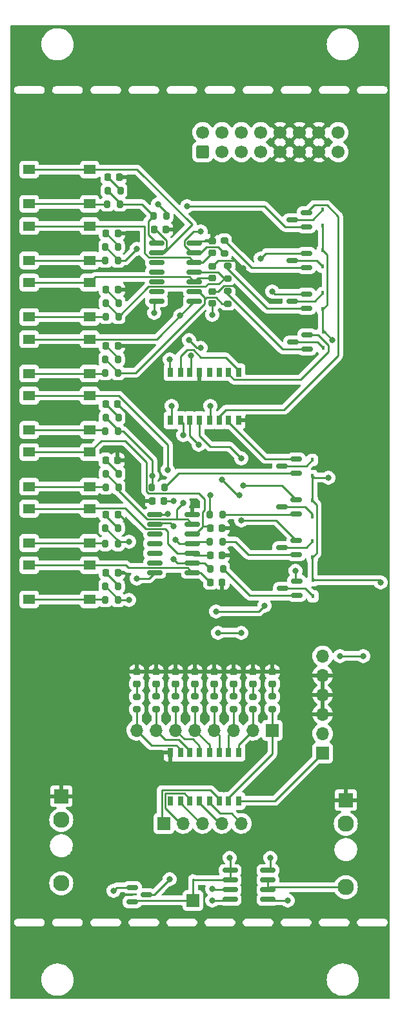
<source format=gbr>
%TF.GenerationSoftware,KiCad,Pcbnew,(6.0.5)*%
%TF.CreationDate,2023-02-22T06:39:24-08:00*%
%TF.ProjectId,wisseq,77697373-6571-42e6-9b69-6361645f7063,rev?*%
%TF.SameCoordinates,Original*%
%TF.FileFunction,Copper,L1,Top*%
%TF.FilePolarity,Positive*%
%FSLAX46Y46*%
G04 Gerber Fmt 4.6, Leading zero omitted, Abs format (unit mm)*
G04 Created by KiCad (PCBNEW (6.0.5)) date 2023-02-22 06:39:24*
%MOMM*%
%LPD*%
G01*
G04 APERTURE LIST*
G04 Aperture macros list*
%AMRoundRect*
0 Rectangle with rounded corners*
0 $1 Rounding radius*
0 $2 $3 $4 $5 $6 $7 $8 $9 X,Y pos of 4 corners*
0 Add a 4 corners polygon primitive as box body*
4,1,4,$2,$3,$4,$5,$6,$7,$8,$9,$2,$3,0*
0 Add four circle primitives for the rounded corners*
1,1,$1+$1,$2,$3*
1,1,$1+$1,$4,$5*
1,1,$1+$1,$6,$7*
1,1,$1+$1,$8,$9*
0 Add four rect primitives between the rounded corners*
20,1,$1+$1,$2,$3,$4,$5,0*
20,1,$1+$1,$4,$5,$6,$7,0*
20,1,$1+$1,$6,$7,$8,$9,0*
20,1,$1+$1,$8,$9,$2,$3,0*%
G04 Aperture macros list end*
%TA.AperFunction,SMDPad,CuDef*%
%ADD10R,0.800000X1.300000*%
%TD*%
%TA.AperFunction,SMDPad,CuDef*%
%ADD11RoundRect,0.150000X0.825000X0.150000X-0.825000X0.150000X-0.825000X-0.150000X0.825000X-0.150000X0*%
%TD*%
%TA.AperFunction,SMDPad,CuDef*%
%ADD12RoundRect,0.150000X-0.825000X-0.150000X0.825000X-0.150000X0.825000X0.150000X-0.825000X0.150000X0*%
%TD*%
%TA.AperFunction,SMDPad,CuDef*%
%ADD13R,1.550000X1.300000*%
%TD*%
%TA.AperFunction,SMDPad,CuDef*%
%ADD14RoundRect,0.200000X0.275000X-0.200000X0.275000X0.200000X-0.275000X0.200000X-0.275000X-0.200000X0*%
%TD*%
%TA.AperFunction,SMDPad,CuDef*%
%ADD15RoundRect,0.200000X-0.200000X-0.275000X0.200000X-0.275000X0.200000X0.275000X-0.200000X0.275000X0*%
%TD*%
%TA.AperFunction,SMDPad,CuDef*%
%ADD16RoundRect,0.150000X-0.587500X-0.150000X0.587500X-0.150000X0.587500X0.150000X-0.587500X0.150000X0*%
%TD*%
%TA.AperFunction,SMDPad,CuDef*%
%ADD17RoundRect,0.150000X0.587500X0.150000X-0.587500X0.150000X-0.587500X-0.150000X0.587500X-0.150000X0*%
%TD*%
%TA.AperFunction,ComponentPad*%
%ADD18R,1.700000X1.700000*%
%TD*%
%TA.AperFunction,ComponentPad*%
%ADD19O,1.700000X1.700000*%
%TD*%
%TA.AperFunction,ComponentPad*%
%ADD20RoundRect,0.250000X0.600000X-0.600000X0.600000X0.600000X-0.600000X0.600000X-0.600000X-0.600000X0*%
%TD*%
%TA.AperFunction,ComponentPad*%
%ADD21C,1.700000*%
%TD*%
%TA.AperFunction,ComponentPad*%
%ADD22R,1.930000X1.830000*%
%TD*%
%TA.AperFunction,ComponentPad*%
%ADD23C,2.130000*%
%TD*%
%TA.AperFunction,SMDPad,CuDef*%
%ADD24RoundRect,0.218750X-0.256250X0.218750X-0.256250X-0.218750X0.256250X-0.218750X0.256250X0.218750X0*%
%TD*%
%TA.AperFunction,SMDPad,CuDef*%
%ADD25R,0.450000X0.600000*%
%TD*%
%TA.AperFunction,SMDPad,CuDef*%
%ADD26RoundRect,0.218750X0.218750X0.256250X-0.218750X0.256250X-0.218750X-0.256250X0.218750X-0.256250X0*%
%TD*%
%TA.AperFunction,SMDPad,CuDef*%
%ADD27RoundRect,0.225000X-0.225000X-0.250000X0.225000X-0.250000X0.225000X0.250000X-0.225000X0.250000X0*%
%TD*%
%TA.AperFunction,SMDPad,CuDef*%
%ADD28RoundRect,0.225000X0.250000X-0.225000X0.250000X0.225000X-0.250000X0.225000X-0.250000X-0.225000X0*%
%TD*%
%TA.AperFunction,SMDPad,CuDef*%
%ADD29RoundRect,0.225000X0.225000X0.250000X-0.225000X0.250000X-0.225000X-0.250000X0.225000X-0.250000X0*%
%TD*%
%TA.AperFunction,ViaPad*%
%ADD30C,0.800000*%
%TD*%
%TA.AperFunction,Conductor*%
%ADD31C,0.250000*%
%TD*%
G04 APERTURE END LIST*
D10*
%TO.P,U5,1,QB*%
%TO.N,Net-(J5-Pad2)*%
X50424000Y-115785000D03*
%TO.P,U5,2,QC*%
%TO.N,Net-(J5-Pad3)*%
X49144000Y-115785000D03*
%TO.P,U5,3,QD*%
%TO.N,Net-(J5-Pad4)*%
X47884000Y-115785000D03*
%TO.P,U5,4,QE*%
%TO.N,Net-(J5-Pad5)*%
X46614000Y-115785000D03*
%TO.P,U5,5,QF*%
%TO.N,Net-(J5-Pad6)*%
X45334000Y-115785000D03*
%TO.P,U5,6,QG*%
%TO.N,Net-(J5-Pad7)*%
X44064000Y-115785000D03*
%TO.P,U5,7,QH*%
%TO.N,Net-(J5-Pad8)*%
X42804000Y-115785000D03*
%TO.P,U5,8,GND*%
%TO.N,GND*%
X41524000Y-115785000D03*
%TO.P,U5,9,QH'*%
%TO.N,unconnected-(U5-Pad9)*%
X41524000Y-122085000D03*
%TO.P,U5,10,~{SRCLR}*%
%TO.N,Net-(J4-Pad3)*%
X42804000Y-122085000D03*
%TO.P,U5,11,SRCLK*%
%TO.N,Net-(J4-Pad2)*%
X44064000Y-122085000D03*
%TO.P,U5,12,RCLK*%
%TO.N,Net-(J4-Pad4)*%
X45334000Y-122085000D03*
%TO.P,U5,13,~{OE}*%
%TO.N,Net-(J4-Pad5)*%
X46614000Y-122085000D03*
%TO.P,U5,14,SER*%
%TO.N,Net-(J4-Pad1)*%
X47884000Y-122085000D03*
%TO.P,U5,15,QA*%
%TO.N,Net-(J5-Pad1)*%
X49144000Y-122085000D03*
%TO.P,U5,16,VCC*%
%TO.N,+5V*%
X50424000Y-122085000D03*
%TD*%
D11*
%TO.P,U4,1*%
%TO.N,Net-(C5-Pad1)*%
X44639000Y-56642000D03*
%TO.P,U4,2*%
%TO.N,Net-(R13-Pad1)*%
X44639000Y-55372000D03*
%TO.P,U4,3*%
%TO.N,Net-(C6-Pad1)*%
X44639000Y-54102000D03*
%TO.P,U4,4*%
%TO.N,Net-(R14-Pad1)*%
X44639000Y-52832000D03*
%TO.P,U4,5*%
%TO.N,Net-(C7-Pad1)*%
X44639000Y-51562000D03*
%TO.P,U4,6*%
%TO.N,Net-(R15-Pad1)*%
X44639000Y-50292000D03*
%TO.P,U4,7,VSS*%
%TO.N,GND*%
X44639000Y-49022000D03*
%TO.P,U4,8*%
%TO.N,Net-(R16-Pad1)*%
X39689000Y-49022000D03*
%TO.P,U4,9*%
%TO.N,Net-(C8-Pad1)*%
X39689000Y-50292000D03*
%TO.P,U4,10*%
%TO.N,N/C*%
X39689000Y-51562000D03*
%TO.P,U4,11*%
X39689000Y-52832000D03*
%TO.P,U4,12*%
X39689000Y-54102000D03*
%TO.P,U4,13*%
X39689000Y-55372000D03*
%TO.P,U4,14,VDD*%
%TO.N,+5V*%
X39689000Y-56642000D03*
%TD*%
%TO.P,U3,1*%
%TO.N,Net-(C1-Pad1)*%
X44385000Y-92202000D03*
%TO.P,U3,2*%
%TO.N,Net-(R1-Pad2)*%
X44385000Y-90932000D03*
%TO.P,U3,3*%
%TO.N,Net-(C2-Pad1)*%
X44385000Y-89662000D03*
%TO.P,U3,4*%
%TO.N,Net-(R10-Pad1)*%
X44385000Y-88392000D03*
%TO.P,U3,5*%
%TO.N,Net-(C3-Pad1)*%
X44385000Y-87122000D03*
%TO.P,U3,6*%
%TO.N,Net-(R11-Pad1)*%
X44385000Y-85852000D03*
%TO.P,U3,7,VSS*%
%TO.N,GND*%
X44385000Y-84582000D03*
%TO.P,U3,8*%
%TO.N,Net-(R12-Pad1)*%
X39435000Y-84582000D03*
%TO.P,U3,9*%
%TO.N,Net-(C4-Pad1)*%
X39435000Y-85852000D03*
%TO.P,U3,10*%
%TO.N,N/C*%
X39435000Y-87122000D03*
%TO.P,U3,11*%
X39435000Y-88392000D03*
%TO.P,U3,12*%
X39435000Y-89662000D03*
%TO.P,U3,13*%
X39435000Y-90932000D03*
%TO.P,U3,14,VDD*%
%TO.N,+5V*%
X39435000Y-92202000D03*
%TD*%
D10*
%TO.P,U2,1,Q5*%
%TO.N,Net-(Q7-Pad2)*%
X41524000Y-72238000D03*
%TO.P,U2,2,Q1*%
%TO.N,Net-(Q2-Pad2)*%
X42804000Y-72238000D03*
%TO.P,U2,3,Q0*%
%TO.N,Net-(Q1-Pad2)*%
X44064000Y-72238000D03*
%TO.P,U2,4,Q2*%
%TO.N,Net-(Q5-Pad2)*%
X45334000Y-72238000D03*
%TO.P,U2,5,Q6*%
%TO.N,Net-(Q3-Pad2)*%
X46614000Y-72238000D03*
%TO.P,U2,6,Q7*%
%TO.N,Net-(Q4-Pad2)*%
X47884000Y-72238000D03*
%TO.P,U2,7,Q3*%
%TO.N,Net-(Q6-Pad2)*%
X49144000Y-72238000D03*
%TO.P,U2,8,VSS*%
%TO.N,GND*%
X50424000Y-72238000D03*
%TO.P,U2,9,Q8*%
%TO.N,Net-(U2-Pad15)*%
X50424000Y-65938000D03*
%TO.P,U2,10,Q4*%
%TO.N,Net-(Q8-Pad2)*%
X49144000Y-65938000D03*
%TO.P,U2,11,Q9*%
%TO.N,unconnected-(U2-Pad11)*%
X47884000Y-65938000D03*
%TO.P,U2,12,Cout*%
%TO.N,unconnected-(U2-Pad12)*%
X46614000Y-65938000D03*
%TO.P,U2,13,CKEN*%
%TO.N,GND*%
X45334000Y-65938000D03*
%TO.P,U2,14,CLK*%
%TO.N,Net-(Q9-Pad2)*%
X44064000Y-65938000D03*
%TO.P,U2,15,Reset*%
%TO.N,Net-(U2-Pad15)*%
X42804000Y-65938000D03*
%TO.P,U2,16,VDD*%
%TO.N,+5V*%
X41524000Y-65938000D03*
%TD*%
D12*
%TO.P,U1,1*%
%TO.N,Net-(Q9-Pad2)*%
X49341000Y-131191000D03*
%TO.P,U1,2,-*%
X49341000Y-132461000D03*
%TO.P,U1,3,+*%
%TO.N,Net-(J1-PadT)*%
X49341000Y-133731000D03*
%TO.P,U1,4,V-*%
%TO.N,-12V*%
X49341000Y-135001000D03*
%TO.P,U1,5,+*%
%TO.N,Net-(Q9-Pad3)*%
X54291000Y-135001000D03*
%TO.P,U1,6,-*%
%TO.N,Net-(J2-PadT)*%
X54291000Y-133731000D03*
%TO.P,U1,7*%
X54291000Y-132461000D03*
%TO.P,U1,8,V+*%
%TO.N,+12V*%
X54291000Y-131191000D03*
%TD*%
D13*
%TO.P,SW8,1,1*%
%TO.N,Net-(R8-Pad1)*%
X22949000Y-43906000D03*
X30899000Y-43906000D03*
%TO.P,SW8,2,2*%
%TO.N,Net-(C8-Pad1)*%
X30899000Y-39406000D03*
X22949000Y-39406000D03*
%TD*%
%TO.P,SW7,1,1*%
%TO.N,Net-(R7-Pad1)*%
X22949000Y-51308285D03*
X30899000Y-51308285D03*
%TO.P,SW7,2,2*%
%TO.N,Net-(C7-Pad1)*%
X30899000Y-46808285D03*
X22949000Y-46808285D03*
%TD*%
%TO.P,SW6,1,1*%
%TO.N,Net-(R6-Pad1)*%
X22949000Y-58710570D03*
X30899000Y-58710570D03*
%TO.P,SW6,2,2*%
%TO.N,Net-(C6-Pad1)*%
X30899000Y-54210570D03*
X22949000Y-54210570D03*
%TD*%
%TO.P,SW5,1,1*%
%TO.N,Net-(R5-Pad1)*%
X22949000Y-66112855D03*
X30899000Y-66112855D03*
%TO.P,SW5,2,2*%
%TO.N,Net-(C5-Pad1)*%
X30899000Y-61612855D03*
X22949000Y-61612855D03*
%TD*%
%TO.P,SW4,1,1*%
%TO.N,Net-(R4-Pad1)*%
X22949000Y-73515140D03*
X30899000Y-73515140D03*
%TO.P,SW4,2,2*%
%TO.N,Net-(C4-Pad1)*%
X30899000Y-69015140D03*
X22949000Y-69015140D03*
%TD*%
%TO.P,SW3,1,1*%
%TO.N,Net-(R3-Pad1)*%
X22949000Y-80917425D03*
X30899000Y-80917425D03*
%TO.P,SW3,2,2*%
%TO.N,Net-(C3-Pad1)*%
X30899000Y-76417425D03*
X22949000Y-76417425D03*
%TD*%
%TO.P,SW2,1,1*%
%TO.N,Net-(R2-Pad1)*%
X22949000Y-88319710D03*
X30899000Y-88319710D03*
%TO.P,SW2,2,2*%
%TO.N,Net-(C2-Pad1)*%
X30899000Y-83819710D03*
X22949000Y-83819710D03*
%TD*%
%TO.P,SW1,1,1*%
%TO.N,Net-(R1-Pad1)*%
X22949000Y-95722000D03*
X30899000Y-95722000D03*
%TO.P,SW1,2,2*%
%TO.N,Net-(C1-Pad1)*%
X30899000Y-91222000D03*
X22949000Y-91222000D03*
%TD*%
D14*
%TO.P,R32,1*%
%TO.N,Net-(J5-Pad8)*%
X37084000Y-110108000D03*
%TO.P,R32,2*%
%TO.N,Net-(D24-Pad2)*%
X37084000Y-108458000D03*
%TD*%
%TO.P,R31,1*%
%TO.N,Net-(J5-Pad7)*%
X39624000Y-110045000D03*
%TO.P,R31,2*%
%TO.N,Net-(D23-Pad2)*%
X39624000Y-108395000D03*
%TD*%
%TO.P,R30,1*%
%TO.N,Net-(J5-Pad6)*%
X42164000Y-110045000D03*
%TO.P,R30,2*%
%TO.N,Net-(D22-Pad2)*%
X42164000Y-108395000D03*
%TD*%
%TO.P,R29,1*%
%TO.N,Net-(J5-Pad5)*%
X44704000Y-110045000D03*
%TO.P,R29,2*%
%TO.N,Net-(D21-Pad2)*%
X44704000Y-108395000D03*
%TD*%
%TO.P,R28,2*%
%TO.N,Net-(D20-Pad2)*%
X47244000Y-108395000D03*
%TO.P,R28,1*%
%TO.N,Net-(J5-Pad4)*%
X47244000Y-110045000D03*
%TD*%
%TO.P,R27,2*%
%TO.N,Net-(D19-Pad2)*%
X49784000Y-108395000D03*
%TO.P,R27,1*%
%TO.N,Net-(J5-Pad3)*%
X49784000Y-110045000D03*
%TD*%
%TO.P,R26,2*%
%TO.N,Net-(D18-Pad2)*%
X52324000Y-108458000D03*
%TO.P,R26,1*%
%TO.N,Net-(J5-Pad2)*%
X52324000Y-110108000D03*
%TD*%
%TO.P,R25,2*%
%TO.N,Net-(D17-Pad2)*%
X54864000Y-108395000D03*
%TO.P,R25,1*%
%TO.N,Net-(J5-Pad1)*%
X54864000Y-110045000D03*
%TD*%
D15*
%TO.P,R24,1*%
%TO.N,Net-(R16-Pad1)*%
X39307000Y-45466000D03*
%TO.P,R24,2*%
%TO.N,Net-(Q4-Pad1)*%
X40957000Y-45466000D03*
%TD*%
D14*
%TO.P,R23,1*%
%TO.N,Net-(R15-Pad1)*%
X48579000Y-50355000D03*
%TO.P,R23,2*%
%TO.N,Net-(Q3-Pad1)*%
X48579000Y-48705000D03*
%TD*%
%TO.P,R22,1*%
%TO.N,Net-(R14-Pad1)*%
X49022000Y-53657000D03*
%TO.P,R22,2*%
%TO.N,Net-(Q7-Pad1)*%
X49022000Y-52007000D03*
%TD*%
%TO.P,R21,1*%
%TO.N,Net-(R13-Pad1)*%
X49022000Y-56959000D03*
%TO.P,R21,2*%
%TO.N,Net-(Q8-Pad1)*%
X49022000Y-55309000D03*
%TD*%
D15*
%TO.P,R20,1*%
%TO.N,Net-(R12-Pad1)*%
X39053000Y-81026000D03*
%TO.P,R20,2*%
%TO.N,Net-(Q6-Pad1)*%
X40703000Y-81026000D03*
%TD*%
%TO.P,R19,1*%
%TO.N,Net-(R11-Pad1)*%
X46673000Y-84582000D03*
%TO.P,R19,2*%
%TO.N,Net-(Q5-Pad1)*%
X48323000Y-84582000D03*
%TD*%
%TO.P,R18,1*%
%TO.N,Net-(R10-Pad1)*%
X46673000Y-88138000D03*
%TO.P,R18,2*%
%TO.N,Net-(Q2-Pad1)*%
X48323000Y-88138000D03*
%TD*%
%TO.P,R17,1*%
%TO.N,Net-(R1-Pad2)*%
X46736000Y-91694000D03*
%TO.P,R17,2*%
%TO.N,Net-(Q1-Pad1)*%
X48386000Y-91694000D03*
%TD*%
%TO.P,R16,1*%
%TO.N,Net-(R16-Pad1)*%
X33274000Y-42164000D03*
%TO.P,R16,2*%
%TO.N,Net-(D8-Pad2)*%
X34924000Y-42164000D03*
%TD*%
%TO.P,R15,1*%
%TO.N,Net-(R15-Pad1)*%
X32957000Y-49530000D03*
%TO.P,R15,2*%
%TO.N,Net-(D7-Pad2)*%
X34607000Y-49530000D03*
%TD*%
%TO.P,R14,1*%
%TO.N,Net-(R14-Pad1)*%
X33020000Y-56896000D03*
%TO.P,R14,2*%
%TO.N,Net-(D6-Pad2)*%
X34670000Y-56896000D03*
%TD*%
%TO.P,R13,1*%
%TO.N,Net-(R13-Pad1)*%
X32957000Y-64262000D03*
%TO.P,R13,2*%
%TO.N,Net-(D5-Pad2)*%
X34607000Y-64262000D03*
%TD*%
%TO.P,R12,1*%
%TO.N,Net-(R12-Pad1)*%
X33020000Y-71882000D03*
%TO.P,R12,2*%
%TO.N,Net-(D4-Pad2)*%
X34670000Y-71882000D03*
%TD*%
%TO.P,R11,1*%
%TO.N,Net-(R11-Pad1)*%
X33020000Y-79248000D03*
%TO.P,R11,2*%
%TO.N,Net-(D3-Pad2)*%
X34670000Y-79248000D03*
%TD*%
%TO.P,R10,1*%
%TO.N,Net-(R10-Pad1)*%
X32957000Y-86360000D03*
%TO.P,R10,2*%
%TO.N,Net-(D2-Pad2)*%
X34607000Y-86360000D03*
%TD*%
%TO.P,R9,1*%
%TO.N,Net-(R1-Pad2)*%
X32957000Y-93980000D03*
%TO.P,R9,2*%
%TO.N,Net-(D1-Pad2)*%
X34607000Y-93980000D03*
%TD*%
%TO.P,R8,1*%
%TO.N,Net-(R8-Pad1)*%
X33211000Y-43942000D03*
%TO.P,R8,2*%
%TO.N,Net-(R16-Pad1)*%
X34861000Y-43942000D03*
%TD*%
%TO.P,R7,1*%
%TO.N,Net-(R7-Pad1)*%
X32957000Y-51308000D03*
%TO.P,R7,2*%
%TO.N,Net-(R15-Pad1)*%
X34607000Y-51308000D03*
%TD*%
%TO.P,R6,1*%
%TO.N,Net-(R6-Pad1)*%
X33020000Y-58674000D03*
%TO.P,R6,2*%
%TO.N,Net-(R14-Pad1)*%
X34670000Y-58674000D03*
%TD*%
%TO.P,R5,1*%
%TO.N,Net-(R5-Pad1)*%
X32957000Y-66040000D03*
%TO.P,R5,2*%
%TO.N,Net-(R13-Pad1)*%
X34607000Y-66040000D03*
%TD*%
%TO.P,R4,1*%
%TO.N,Net-(R4-Pad1)*%
X32957000Y-73660000D03*
%TO.P,R4,2*%
%TO.N,Net-(R12-Pad1)*%
X34607000Y-73660000D03*
%TD*%
%TO.P,R3,1*%
%TO.N,Net-(R3-Pad1)*%
X33020000Y-81026000D03*
%TO.P,R3,2*%
%TO.N,Net-(R11-Pad1)*%
X34670000Y-81026000D03*
%TD*%
%TO.P,R2,1*%
%TO.N,Net-(R2-Pad1)*%
X32957000Y-88410000D03*
%TO.P,R2,2*%
%TO.N,Net-(R10-Pad1)*%
X34607000Y-88410000D03*
%TD*%
%TO.P,R1,1*%
%TO.N,Net-(R1-Pad1)*%
X32957000Y-95758000D03*
%TO.P,R1,2*%
%TO.N,Net-(R1-Pad2)*%
X34607000Y-95758000D03*
%TD*%
D16*
%TO.P,Q9,1,B*%
%TO.N,Net-(D10-Pad1)*%
X36479000Y-133416000D03*
%TO.P,Q9,2,E*%
%TO.N,Net-(Q9-Pad2)*%
X36479000Y-135316000D03*
%TO.P,Q9,3,C*%
%TO.N,Net-(Q9-Pad3)*%
X38354000Y-134366000D03*
%TD*%
D17*
%TO.P,Q8,3,C*%
%TO.N,Net-(D16-Pad2)*%
X57561000Y-61976000D03*
%TO.P,Q8,2,E*%
%TO.N,Net-(Q8-Pad2)*%
X59436000Y-61026000D03*
%TO.P,Q8,1,B*%
%TO.N,Net-(Q8-Pad1)*%
X59436000Y-62926000D03*
%TD*%
%TO.P,Q7,3,C*%
%TO.N,Net-(D15-Pad2)*%
X57482500Y-56642000D03*
%TO.P,Q7,2,E*%
%TO.N,Net-(Q7-Pad2)*%
X59357500Y-55692000D03*
%TO.P,Q7,1,B*%
%TO.N,Net-(Q7-Pad1)*%
X59357500Y-57592000D03*
%TD*%
%TO.P,Q6,1,B*%
%TO.N,Net-(Q6-Pad1)*%
X58009000Y-79182000D03*
%TO.P,Q6,2,E*%
%TO.N,Net-(Q6-Pad2)*%
X58009000Y-77282000D03*
%TO.P,Q6,3,C*%
%TO.N,Net-(D14-Pad2)*%
X56134000Y-78232000D03*
%TD*%
%TO.P,Q5,1,B*%
%TO.N,Net-(Q5-Pad1)*%
X58009000Y-84516000D03*
%TO.P,Q5,2,E*%
%TO.N,Net-(Q5-Pad2)*%
X58009000Y-82616000D03*
%TO.P,Q5,3,C*%
%TO.N,Net-(D13-Pad2)*%
X56134000Y-83566000D03*
%TD*%
%TO.P,Q4,1,B*%
%TO.N,Net-(Q4-Pad1)*%
X59357500Y-46924000D03*
%TO.P,Q4,2,E*%
%TO.N,Net-(Q4-Pad2)*%
X59357500Y-45024000D03*
%TO.P,Q4,3,C*%
%TO.N,Net-(D12-Pad2)*%
X57482500Y-45974000D03*
%TD*%
%TO.P,Q3,1,B*%
%TO.N,Net-(Q3-Pad1)*%
X59357500Y-52258000D03*
%TO.P,Q3,2,E*%
%TO.N,Net-(Q3-Pad2)*%
X59357500Y-50358000D03*
%TO.P,Q3,3,C*%
%TO.N,Net-(D11-Pad2)*%
X57482500Y-51308000D03*
%TD*%
%TO.P,Q2,1,B*%
%TO.N,Net-(Q2-Pad1)*%
X58009000Y-89850000D03*
%TO.P,Q2,2,E*%
%TO.N,Net-(Q2-Pad2)*%
X58009000Y-87950000D03*
%TO.P,Q2,3,C*%
%TO.N,Net-(D10-Pad2)*%
X56134000Y-88900000D03*
%TD*%
%TO.P,Q1,1,B*%
%TO.N,Net-(Q1-Pad1)*%
X58087500Y-95184000D03*
%TO.P,Q1,2,E*%
%TO.N,Net-(Q1-Pad2)*%
X58087500Y-93284000D03*
%TO.P,Q1,3,C*%
%TO.N,Net-(D9-Pad2)*%
X56212500Y-94234000D03*
%TD*%
D18*
%TO.P,J7,1,Pin_1*%
%TO.N,+5V*%
X61468000Y-115824000D03*
D19*
%TO.P,J7,2,Pin_2*%
%TO.N,+12V*%
X61468000Y-113284000D03*
%TO.P,J7,3,Pin_3*%
%TO.N,GND*%
X61468000Y-110744000D03*
%TO.P,J7,4,Pin_4*%
X61468000Y-108204000D03*
%TO.P,J7,5,Pin_5*%
X61468000Y-105664000D03*
%TO.P,J7,6,Pin_6*%
%TO.N,-12V*%
X61468000Y-103124000D03*
%TD*%
D18*
%TO.P,J6,1,Pin_1*%
%TO.N,Net-(Q9-Pad2)*%
X44450000Y-135128000D03*
%TD*%
%TO.P,J5,1,Pin_1*%
%TO.N,Net-(J5-Pad1)*%
X54864000Y-112839000D03*
D19*
%TO.P,J5,2,Pin_2*%
%TO.N,Net-(J5-Pad2)*%
X52324000Y-112839000D03*
%TO.P,J5,3,Pin_3*%
%TO.N,Net-(J5-Pad3)*%
X49784000Y-112839000D03*
%TO.P,J5,4,Pin_4*%
%TO.N,Net-(J5-Pad4)*%
X47244000Y-112839000D03*
%TO.P,J5,5,Pin_5*%
%TO.N,Net-(J5-Pad5)*%
X44704000Y-112839000D03*
%TO.P,J5,6,Pin_6*%
%TO.N,Net-(J5-Pad6)*%
X42164000Y-112839000D03*
%TO.P,J5,7,Pin_7*%
%TO.N,Net-(J5-Pad7)*%
X39624000Y-112839000D03*
%TO.P,J5,8,Pin_8*%
%TO.N,Net-(J5-Pad8)*%
X37084000Y-112839000D03*
%TD*%
D18*
%TO.P,J4,1,Pin_1*%
%TO.N,Net-(J4-Pad1)*%
X40640000Y-125031000D03*
D19*
%TO.P,J4,2,Pin_2*%
%TO.N,Net-(J4-Pad2)*%
X43180000Y-125031000D03*
%TO.P,J4,3,Pin_3*%
%TO.N,Net-(J4-Pad3)*%
X45720000Y-125031000D03*
%TO.P,J4,4,Pin_4*%
%TO.N,Net-(J4-Pad4)*%
X48260000Y-125031000D03*
%TO.P,J4,5,Pin_5*%
%TO.N,Net-(J4-Pad5)*%
X50800000Y-125031000D03*
%TD*%
D20*
%TO.P,J3,1,Pin_1*%
%TO.N,Net-(J3-Pad1)*%
X45720000Y-37084000D03*
D21*
%TO.P,J3,2,Pin_2*%
X45720000Y-34544000D03*
%TO.P,J3,3,Pin_3*%
%TO.N,Net-(J3-Pad3)*%
X48260000Y-37084000D03*
%TO.P,J3,4,Pin_4*%
X48260000Y-34544000D03*
%TO.P,J3,5,Pin_5*%
%TO.N,+5V*%
X50800000Y-37084000D03*
%TO.P,J3,6,Pin_6*%
X50800000Y-34544000D03*
%TO.P,J3,7,Pin_7*%
%TO.N,+12V*%
X53340000Y-37084000D03*
%TO.P,J3,8,Pin_8*%
X53340000Y-34544000D03*
%TO.P,J3,9,Pin_9*%
%TO.N,GND*%
X55880000Y-37084000D03*
%TO.P,J3,10,Pin_10*%
X55880000Y-34544000D03*
%TO.P,J3,11,Pin_11*%
X58420000Y-37084000D03*
%TO.P,J3,12,Pin_12*%
X58420000Y-34544000D03*
%TO.P,J3,13,Pin_13*%
X60960000Y-37084000D03*
%TO.P,J3,14,Pin_14*%
X60960000Y-34544000D03*
%TO.P,J3,15,Pin_15*%
%TO.N,-12V*%
X63500000Y-37084000D03*
%TO.P,J3,16,Pin_16*%
X63500000Y-34544000D03*
%TD*%
D22*
%TO.P,J2,S*%
%TO.N,GND*%
X64516000Y-121982000D03*
D23*
%TO.P,J2,T*%
%TO.N,Net-(J2-PadT)*%
X64516000Y-133382000D03*
%TO.P,J2,TN*%
%TO.N,unconnected-(J2-PadTN)*%
X64516000Y-125082000D03*
%TD*%
D22*
%TO.P,J1,S*%
%TO.N,GND*%
X27178000Y-121474000D03*
D23*
%TO.P,J1,T*%
%TO.N,Net-(J1-PadT)*%
X27178000Y-132874000D03*
%TO.P,J1,TN*%
%TO.N,unconnected-(J1-PadTN)*%
X27178000Y-124574000D03*
%TD*%
D24*
%TO.P,D24,1,K*%
%TO.N,GND*%
X37084000Y-105168000D03*
%TO.P,D24,2,A*%
%TO.N,Net-(D24-Pad2)*%
X37084000Y-106743000D03*
%TD*%
%TO.P,D23,1,K*%
%TO.N,GND*%
X39624000Y-105193500D03*
%TO.P,D23,2,A*%
%TO.N,Net-(D23-Pad2)*%
X39624000Y-106768500D03*
%TD*%
%TO.P,D22,1,K*%
%TO.N,GND*%
X42164000Y-105193500D03*
%TO.P,D22,2,A*%
%TO.N,Net-(D22-Pad2)*%
X42164000Y-106768500D03*
%TD*%
%TO.P,D21,1,K*%
%TO.N,GND*%
X44704000Y-105168000D03*
%TO.P,D21,2,A*%
%TO.N,Net-(D21-Pad2)*%
X44704000Y-106743000D03*
%TD*%
%TO.P,D20,1,K*%
%TO.N,GND*%
X47244000Y-105193500D03*
%TO.P,D20,2,A*%
%TO.N,Net-(D20-Pad2)*%
X47244000Y-106768500D03*
%TD*%
%TO.P,D19,1,K*%
%TO.N,GND*%
X49784000Y-105168000D03*
%TO.P,D19,2,A*%
%TO.N,Net-(D19-Pad2)*%
X49784000Y-106743000D03*
%TD*%
%TO.P,D18,1,K*%
%TO.N,GND*%
X52324000Y-105168000D03*
%TO.P,D18,2,A*%
%TO.N,Net-(D18-Pad2)*%
X52324000Y-106743000D03*
%TD*%
%TO.P,D17,1,K*%
%TO.N,GND*%
X54864000Y-105193500D03*
%TO.P,D17,2,A*%
%TO.N,Net-(D17-Pad2)*%
X54864000Y-106768500D03*
%TD*%
D25*
%TO.P,D16,2,A*%
%TO.N,Net-(D16-Pad2)*%
X61546500Y-62772000D03*
%TO.P,D16,1,K*%
%TO.N,Net-(D10-Pad1)*%
X61546500Y-60672000D03*
%TD*%
%TO.P,D15,2,A*%
%TO.N,Net-(D15-Pad2)*%
X61468000Y-55592000D03*
%TO.P,D15,1,K*%
%TO.N,Net-(D10-Pad1)*%
X61468000Y-57692000D03*
%TD*%
%TO.P,D14,1,K*%
%TO.N,Net-(D10-Pad1)*%
X60119500Y-79536000D03*
%TO.P,D14,2,A*%
%TO.N,Net-(D14-Pad2)*%
X60119500Y-77436000D03*
%TD*%
%TO.P,D13,1,K*%
%TO.N,Net-(D10-Pad1)*%
X60119500Y-82770000D03*
%TO.P,D13,2,A*%
%TO.N,Net-(D13-Pad2)*%
X60119500Y-84870000D03*
%TD*%
%TO.P,D12,1,K*%
%TO.N,Net-(D10-Pad1)*%
X61468000Y-46770000D03*
%TO.P,D12,2,A*%
%TO.N,Net-(D12-Pad2)*%
X61468000Y-44670000D03*
%TD*%
%TO.P,D11,2,A*%
%TO.N,Net-(D11-Pad2)*%
X61468000Y-52104000D03*
%TO.P,D11,1,K*%
%TO.N,Net-(D10-Pad1)*%
X61468000Y-50004000D03*
%TD*%
%TO.P,D10,1,K*%
%TO.N,Net-(D10-Pad1)*%
X60119500Y-90204000D03*
%TO.P,D10,2,A*%
%TO.N,Net-(D10-Pad2)*%
X60119500Y-88104000D03*
%TD*%
%TO.P,D9,1,K*%
%TO.N,Net-(D10-Pad1)*%
X60198000Y-93184000D03*
%TO.P,D9,2,A*%
%TO.N,Net-(D9-Pad2)*%
X60198000Y-95284000D03*
%TD*%
D26*
%TO.P,D8,1,K*%
%TO.N,GND*%
X34823500Y-40386000D03*
%TO.P,D8,2,A*%
%TO.N,Net-(D8-Pad2)*%
X33248500Y-40386000D03*
%TD*%
%TO.P,D7,1,K*%
%TO.N,GND*%
X34620500Y-47752000D03*
%TO.P,D7,2,A*%
%TO.N,Net-(D7-Pad2)*%
X33045500Y-47752000D03*
%TD*%
%TO.P,D6,1,K*%
%TO.N,GND*%
X34620500Y-55118000D03*
%TO.P,D6,2,A*%
%TO.N,Net-(D6-Pad2)*%
X33045500Y-55118000D03*
%TD*%
%TO.P,D5,1,K*%
%TO.N,GND*%
X34620500Y-62484000D03*
%TO.P,D5,2,A*%
%TO.N,Net-(D5-Pad2)*%
X33045500Y-62484000D03*
%TD*%
%TO.P,D4,1,K*%
%TO.N,GND*%
X34569500Y-70104000D03*
%TO.P,D4,2,A*%
%TO.N,Net-(D4-Pad2)*%
X32994500Y-70104000D03*
%TD*%
%TO.P,D3,1,K*%
%TO.N,GND*%
X34569500Y-77470000D03*
%TO.P,D3,2,A*%
%TO.N,Net-(D3-Pad2)*%
X32994500Y-77470000D03*
%TD*%
%TO.P,D2,1,K*%
%TO.N,GND*%
X34595000Y-84582000D03*
%TO.P,D2,2,A*%
%TO.N,Net-(D2-Pad2)*%
X33020000Y-84582000D03*
%TD*%
%TO.P,D1,1,K*%
%TO.N,GND*%
X34595000Y-92202000D03*
%TO.P,D1,2,A*%
%TO.N,Net-(D1-Pad2)*%
X33020000Y-92202000D03*
%TD*%
D27*
%TO.P,C8,1*%
%TO.N,Net-(C8-Pad1)*%
X39357000Y-47244000D03*
%TO.P,C8,2*%
%TO.N,GND*%
X40907000Y-47244000D03*
%TD*%
D28*
%TO.P,C7,1*%
%TO.N,Net-(C7-Pad1)*%
X46990000Y-50318000D03*
%TO.P,C7,2*%
%TO.N,GND*%
X46990000Y-48768000D03*
%TD*%
%TO.P,C6,1*%
%TO.N,Net-(C6-Pad1)*%
X46990000Y-53607000D03*
%TO.P,C6,2*%
%TO.N,GND*%
X46990000Y-52057000D03*
%TD*%
%TO.P,C5,1*%
%TO.N,Net-(C5-Pad1)*%
X46990000Y-56909000D03*
%TO.P,C5,2*%
%TO.N,GND*%
X46990000Y-55359000D03*
%TD*%
D29*
%TO.P,C4,1*%
%TO.N,Net-(C4-Pad1)*%
X40653000Y-82804000D03*
%TO.P,C4,2*%
%TO.N,GND*%
X39103000Y-82804000D03*
%TD*%
D27*
%TO.P,C3,1*%
%TO.N,Net-(C3-Pad1)*%
X46736000Y-86360000D03*
%TO.P,C3,2*%
%TO.N,GND*%
X48286000Y-86360000D03*
%TD*%
%TO.P,C2,1*%
%TO.N,Net-(C2-Pad1)*%
X46736000Y-89916000D03*
%TO.P,C2,2*%
%TO.N,GND*%
X48286000Y-89916000D03*
%TD*%
%TO.P,C1,1*%
%TO.N,Net-(C1-Pad1)*%
X46736000Y-93472000D03*
%TO.P,C1,2*%
%TO.N,GND*%
X48286000Y-93472000D03*
%TD*%
D30*
%TO.N,GND*%
X33782000Y-75946000D03*
X44958000Y-95250000D03*
X50546000Y-95758000D03*
X63754000Y-107950000D03*
%TO.N,-12V*%
X66802000Y-103124000D03*
X63754000Y-103124000D03*
%TO.N,+5V*%
X50800000Y-100076000D03*
X47752000Y-100076000D03*
%TO.N,Net-(C5-Pad1)*%
X46990000Y-58420000D03*
X42766500Y-58514500D03*
%TO.N,GND*%
X52070000Y-91440000D03*
X52070000Y-87630000D03*
%TO.N,Net-(Q1-Pad2)*%
X57912000Y-91948000D03*
X53848000Y-96520000D03*
X47498000Y-97282000D03*
X45212000Y-75438000D03*
%TO.N,Net-(Q2-Pad2)*%
X48260000Y-80010000D03*
X43180000Y-74168000D03*
X50800000Y-85344000D03*
X50546000Y-82042000D03*
%TO.N,Net-(Q5-Pad2)*%
X51054000Y-80772000D03*
X50800000Y-77216000D03*
%TO.N,Net-(D10-Pad1)*%
X62230000Y-79756000D03*
X62738000Y-61722000D03*
%TO.N,Net-(Q7-Pad2)*%
X41656000Y-70358000D03*
X43942000Y-61722000D03*
X45466000Y-62738000D03*
X54864000Y-55372000D03*
%TO.N,Net-(Q3-Pad2)*%
X46736000Y-70358000D03*
X53340000Y-51054000D03*
%TO.N,GND*%
X37084000Y-73660000D03*
%TO.N,Net-(J1-PadT)*%
X46990000Y-133604000D03*
%TO.N,+12V*%
X54610000Y-129540000D03*
%TO.N,-12V*%
X46990000Y-135128000D03*
%TO.N,+5V*%
X37084000Y-92964000D03*
X41402000Y-64262000D03*
X39370000Y-58166000D03*
%TO.N,GND*%
X47752000Y-47498000D03*
X51054000Y-52324000D03*
X50800000Y-55880000D03*
X44958000Y-83058000D03*
%TO.N,Net-(C4-Pad1)*%
X41148000Y-78740000D03*
%TO.N,Net-(R12-Pad1)*%
X39116000Y-79502000D03*
X41148000Y-84482020D03*
%TO.N,GND*%
X37084000Y-82296000D03*
X36576000Y-86360000D03*
%TO.N,Net-(C4-Pad1)*%
X41910000Y-82804000D03*
X41910000Y-86106000D03*
%TO.N,Net-(R1-Pad2)*%
X36068000Y-95758000D03*
X41910000Y-90424000D03*
%TO.N,Net-(R10-Pad1)*%
X36068000Y-88138000D03*
X42164000Y-87884000D03*
%TO.N,Net-(R11-Pad1)*%
X46736000Y-82042000D03*
X43180000Y-83058000D03*
%TO.N,Net-(Q9-Pad2)*%
X44196000Y-63754000D03*
X49276000Y-129540000D03*
%TO.N,Net-(Q9-Pad3)*%
X56896000Y-135128000D03*
X41402000Y-132334000D03*
%TO.N,Net-(D10-Pad1)*%
X34036000Y-133858000D03*
X69088000Y-93472000D03*
%TO.N,GND*%
X36830000Y-63500000D03*
%TO.N,Net-(Q4-Pad1)*%
X39878000Y-43942000D03*
X43688000Y-44196000D03*
%TO.N,GND*%
X37592000Y-41910000D03*
X36322000Y-48006000D03*
X42418000Y-46228000D03*
%TO.N,Net-(R15-Pad1)*%
X45466000Y-47498000D03*
X37084000Y-49784000D03*
%TO.N,GND*%
X36322000Y-54864000D03*
%TD*%
D31*
%TO.N,Net-(C3-Pad1)*%
X45720000Y-84264717D02*
X45720000Y-86106000D01*
X45974000Y-84010717D02*
X45720000Y-84264717D01*
X45249520Y-81825520D02*
X45974000Y-82550000D01*
X45974000Y-82550000D02*
X45974000Y-84010717D01*
X38635737Y-81825520D02*
X45249520Y-81825520D01*
X38328480Y-77698480D02*
X38328480Y-81518263D01*
X38328480Y-81518263D02*
X38635737Y-81825520D01*
X35560000Y-74930000D02*
X38328480Y-77698480D01*
X32386425Y-74930000D02*
X35560000Y-74930000D01*
X30899000Y-76417425D02*
X32386425Y-74930000D01*
%TO.N,Net-(J4-Pad1)*%
X40349969Y-120686031D02*
X40349969Y-124740969D01*
X40375031Y-120660969D02*
X40349969Y-120686031D01*
X40349969Y-124740969D02*
X40640000Y-125031000D01*
X46709969Y-120660969D02*
X40375031Y-120660969D01*
X47884000Y-121835000D02*
X46709969Y-120660969D01*
X47884000Y-122085000D02*
X47884000Y-121835000D01*
%TO.N,Net-(J4-Pad2)*%
X42830511Y-125031000D02*
X43180000Y-125031000D01*
X40799489Y-121110489D02*
X40799489Y-122999978D01*
X43339489Y-121110489D02*
X40799489Y-121110489D01*
X44064000Y-121835000D02*
X43339489Y-121110489D01*
X40799489Y-122999978D02*
X42830511Y-125031000D01*
X44064000Y-122085000D02*
X44064000Y-121835000D01*
%TO.N,+5V*%
X55207000Y-122085000D02*
X61468000Y-115824000D01*
X50424000Y-122085000D02*
X55207000Y-122085000D01*
%TO.N,Net-(J4-Pad5)*%
X48006000Y-123727000D02*
X49496000Y-123727000D01*
X49496000Y-123727000D02*
X50800000Y-125031000D01*
X46614000Y-122085000D02*
X46614000Y-122335000D01*
X46614000Y-122335000D02*
X48006000Y-123727000D01*
%TO.N,Net-(J4-Pad4)*%
X48030000Y-125031000D02*
X48260000Y-125031000D01*
X45334000Y-122335000D02*
X48030000Y-125031000D01*
X45334000Y-122085000D02*
X45334000Y-122335000D01*
%TO.N,Net-(J4-Pad3)*%
X42804000Y-122335000D02*
X45500000Y-125031000D01*
X42804000Y-122085000D02*
X42804000Y-122335000D01*
X45500000Y-125031000D02*
X45720000Y-125031000D01*
%TO.N,Net-(J5-Pad1)*%
X49144000Y-121665978D02*
X49144000Y-122085000D01*
X54864000Y-115945978D02*
X49144000Y-121665978D01*
X54864000Y-112839000D02*
X54864000Y-115945978D01*
%TO.N,Net-(J5-Pad7)*%
X39624000Y-110045000D02*
X39624000Y-112839000D01*
%TO.N,Net-(J5-Pad8)*%
X37084000Y-112839000D02*
X37084000Y-110108000D01*
X42804000Y-115365978D02*
X42804000Y-115785000D01*
X42248511Y-114810489D02*
X42804000Y-115365978D01*
X37084000Y-112839000D02*
X39055489Y-114810489D01*
X39055489Y-114810489D02*
X42248511Y-114810489D01*
%TO.N,Net-(J5-Pad7)*%
X40831000Y-114046000D02*
X39624000Y-112839000D01*
X42575000Y-114046000D02*
X40831000Y-114046000D01*
X44064000Y-115785000D02*
X44064000Y-115535000D01*
X44064000Y-115535000D02*
X42575000Y-114046000D01*
%TO.N,Net-(J5-Pad6)*%
X45334000Y-114930000D02*
X45334000Y-115785000D01*
X44417511Y-114013511D02*
X45334000Y-114930000D01*
X43338511Y-114013511D02*
X44417511Y-114013511D01*
X42164000Y-112839000D02*
X43338511Y-114013511D01*
X42164000Y-110045000D02*
X42164000Y-112839000D01*
%TO.N,Net-(J5-Pad5)*%
X44704000Y-112839000D02*
X44704000Y-110045000D01*
X46614000Y-114749000D02*
X44704000Y-112839000D01*
X46614000Y-115785000D02*
X46614000Y-114749000D01*
%TO.N,Net-(J5-Pad4)*%
X47884000Y-113479000D02*
X47884000Y-115785000D01*
X47244000Y-112839000D02*
X47884000Y-113479000D01*
X47244000Y-110045000D02*
X47244000Y-112839000D01*
%TO.N,Net-(J5-Pad3)*%
X49784000Y-112839000D02*
X49784000Y-110045000D01*
X49144000Y-113479000D02*
X49784000Y-112839000D01*
X49144000Y-115785000D02*
X49144000Y-113479000D01*
%TO.N,Net-(J5-Pad2)*%
X50424000Y-114739000D02*
X50424000Y-115785000D01*
X52324000Y-112839000D02*
X50424000Y-114739000D01*
X52324000Y-112839000D02*
X52324000Y-110108000D01*
%TO.N,Net-(J5-Pad1)*%
X54864000Y-110045000D02*
X54864000Y-112839000D01*
%TO.N,Net-(D17-Pad2)*%
X54864000Y-106768500D02*
X54864000Y-108395000D01*
%TO.N,Net-(D18-Pad2)*%
X52324000Y-108458000D02*
X52324000Y-106743000D01*
%TO.N,Net-(D19-Pad2)*%
X49784000Y-106743000D02*
X49784000Y-108395000D01*
%TO.N,Net-(D20-Pad2)*%
X47244000Y-108395000D02*
X47244000Y-106768500D01*
%TO.N,Net-(D21-Pad2)*%
X44704000Y-106743000D02*
X44704000Y-108395000D01*
%TO.N,Net-(D22-Pad2)*%
X42164000Y-108395000D02*
X42164000Y-106768500D01*
%TO.N,Net-(D23-Pad2)*%
X39624000Y-106768500D02*
X39624000Y-108395000D01*
%TO.N,Net-(D24-Pad2)*%
X37084000Y-106743000D02*
X37084000Y-108458000D01*
%TO.N,-12V*%
X63754000Y-103124000D02*
X66802000Y-103124000D01*
%TO.N,+5V*%
X47752000Y-100076000D02*
X50800000Y-100076000D01*
%TO.N,Net-(C5-Pad1)*%
X46990000Y-58420000D02*
X46990000Y-56909000D01*
X39668145Y-61612855D02*
X44639000Y-56642000D01*
X30899000Y-61612855D02*
X39668145Y-61612855D01*
%TO.N,Net-(Q1-Pad2)*%
X57912000Y-93108500D02*
X58087500Y-93284000D01*
X57912000Y-91948000D02*
X57912000Y-93108500D01*
X47498000Y-97282000D02*
X53086000Y-97282000D01*
X53086000Y-97282000D02*
X53848000Y-96520000D01*
X44064000Y-74290000D02*
X45212000Y-75438000D01*
X44064000Y-72238000D02*
X44064000Y-74290000D01*
%TO.N,Net-(Q2-Pad2)*%
X43180000Y-72614000D02*
X42804000Y-72238000D01*
X43180000Y-74168000D02*
X43180000Y-72614000D01*
X50292000Y-82042000D02*
X48260000Y-80010000D01*
X55403000Y-85344000D02*
X50800000Y-85344000D01*
X58009000Y-87950000D02*
X55403000Y-85344000D01*
X50546000Y-82042000D02*
X50292000Y-82042000D01*
%TO.N,Net-(Q5-Pad2)*%
X45334000Y-74290000D02*
X45334000Y-72238000D01*
X46736000Y-75692000D02*
X45334000Y-74290000D01*
X49276000Y-75692000D02*
X46736000Y-75692000D01*
X50800000Y-77216000D02*
X49276000Y-75692000D01*
X56165000Y-80772000D02*
X51054000Y-80772000D01*
X58009000Y-82616000D02*
X56165000Y-80772000D01*
%TO.N,Net-(D10-Pad1)*%
X62230000Y-79756000D02*
X60339500Y-79756000D01*
X60339500Y-79756000D02*
X60119500Y-79536000D01*
X61688000Y-60672000D02*
X62738000Y-61722000D01*
X61546500Y-60672000D02*
X61688000Y-60672000D01*
%TO.N,Net-(U2-Pad15)*%
X43650511Y-63029489D02*
X42804000Y-63876000D01*
X50424000Y-65688000D02*
X48744000Y-64008000D01*
X48744000Y-64008000D02*
X45474614Y-64008000D01*
X42804000Y-63876000D02*
X42804000Y-65938000D01*
X50424000Y-65938000D02*
X50424000Y-65688000D01*
X45474614Y-64008000D02*
X44496103Y-63029489D01*
X44496103Y-63029489D02*
X43650511Y-63029489D01*
%TO.N,Net-(Q8-Pad2)*%
X49144000Y-66188000D02*
X49144000Y-65938000D01*
X49868511Y-66912511D02*
X49144000Y-66188000D01*
X58563489Y-66912511D02*
X49868511Y-66912511D01*
X62230000Y-63246000D02*
X58563489Y-66912511D01*
X60854511Y-61026000D02*
X62230000Y-62401489D01*
X62230000Y-62401489D02*
X62230000Y-63246000D01*
X59436000Y-61026000D02*
X60854511Y-61026000D01*
%TO.N,Net-(Q4-Pad2)*%
X47884000Y-71750000D02*
X47884000Y-72238000D01*
X56388000Y-70866000D02*
X48768000Y-70866000D01*
X48768000Y-70866000D02*
X47884000Y-71750000D01*
X63500000Y-63754000D02*
X56388000Y-70866000D01*
X62017511Y-44045489D02*
X63500000Y-45527978D01*
X63500000Y-45527978D02*
X63500000Y-63754000D01*
X60336011Y-44045489D02*
X62017511Y-44045489D01*
X59357500Y-45024000D02*
X60336011Y-44045489D01*
%TO.N,Net-(Q7-Pad2)*%
X41656000Y-72106000D02*
X41524000Y-72238000D01*
X41656000Y-70358000D02*
X41656000Y-72106000D01*
X44958000Y-62738000D02*
X43942000Y-61722000D01*
X55184000Y-55692000D02*
X54864000Y-55372000D01*
X45466000Y-62738000D02*
X44958000Y-62738000D01*
X59357500Y-55692000D02*
X55184000Y-55692000D01*
%TO.N,Net-(Q3-Pad2)*%
X46736000Y-72116000D02*
X46614000Y-72238000D01*
X46736000Y-70358000D02*
X46736000Y-72116000D01*
X54036000Y-50358000D02*
X53340000Y-51054000D01*
X59357500Y-50358000D02*
X54036000Y-50358000D01*
%TO.N,Net-(Q6-Pad2)*%
X53914000Y-77282000D02*
X58009000Y-77282000D01*
X49144000Y-72238000D02*
X49144000Y-72512000D01*
X49144000Y-72512000D02*
X53914000Y-77282000D01*
%TO.N,GND*%
X37084000Y-72618500D02*
X37084000Y-73660000D01*
X34569500Y-70104000D02*
X37084000Y-72618500D01*
%TO.N,Net-(J1-PadT)*%
X47117000Y-133731000D02*
X46990000Y-133604000D01*
X49341000Y-133731000D02*
X47117000Y-133731000D01*
%TO.N,Net-(Q9-Pad2)*%
X44577000Y-132461000D02*
X49341000Y-132461000D01*
X44450000Y-132334000D02*
X44577000Y-132461000D01*
X44450000Y-135128000D02*
X44450000Y-132334000D01*
%TO.N,+12V*%
X54610000Y-130872000D02*
X54291000Y-131191000D01*
X54610000Y-129540000D02*
X54610000Y-130872000D01*
%TO.N,-12V*%
X49214000Y-135128000D02*
X49341000Y-135001000D01*
X46990000Y-135128000D02*
X49214000Y-135128000D01*
%TO.N,+5V*%
X38673000Y-92964000D02*
X39435000Y-92202000D01*
X37084000Y-92964000D02*
X38673000Y-92964000D01*
X41402000Y-65816000D02*
X41524000Y-65938000D01*
X41402000Y-64262000D02*
X41402000Y-65816000D01*
X39370000Y-56961000D02*
X39689000Y-56642000D01*
X39370000Y-58166000D02*
X39370000Y-56961000D01*
%TO.N,GND*%
X46990000Y-48260000D02*
X47752000Y-47498000D01*
X46990000Y-48768000D02*
X46990000Y-48260000D01*
X50012480Y-51282480D02*
X51054000Y-52324000D01*
X48768000Y-51282480D02*
X50012480Y-51282480D01*
X47764520Y-51282480D02*
X48768000Y-51282480D01*
X46990000Y-52057000D02*
X47764520Y-51282480D01*
X50800000Y-55626000D02*
X50800000Y-55880000D01*
X49758480Y-54584480D02*
X50800000Y-55626000D01*
X48529737Y-54584480D02*
X49758480Y-54584480D01*
X47755217Y-55359000D02*
X48529737Y-54584480D01*
X46990000Y-55359000D02*
X47755217Y-55359000D01*
X44893000Y-48768000D02*
X44639000Y-49022000D01*
X46990000Y-48768000D02*
X44893000Y-48768000D01*
%TO.N,Net-(R11-Pad1)*%
X46673000Y-82105000D02*
X46673000Y-84582000D01*
X46736000Y-82042000D02*
X46673000Y-82105000D01*
%TO.N,Net-(R12-Pad1)*%
X39116000Y-77470000D02*
X39116000Y-79502000D01*
X35306000Y-73660000D02*
X39116000Y-77470000D01*
X34607000Y-73660000D02*
X35306000Y-73660000D01*
%TO.N,Net-(C4-Pad1)*%
X41148000Y-75439201D02*
X41148000Y-78740000D01*
X34723939Y-69015140D02*
X41148000Y-75439201D01*
X30899000Y-69015140D02*
X34723939Y-69015140D01*
%TO.N,Net-(R12-Pad1)*%
X39116000Y-80963000D02*
X39053000Y-81026000D01*
X41048020Y-84582000D02*
X41148000Y-84482020D01*
X39116000Y-79502000D02*
X39116000Y-80963000D01*
X39435000Y-84582000D02*
X41048020Y-84582000D01*
%TO.N,GND*%
X34798000Y-84582000D02*
X36576000Y-86360000D01*
X34595000Y-84582000D02*
X34798000Y-84582000D01*
%TO.N,Net-(C4-Pad1)*%
X39630960Y-85656040D02*
X41460040Y-85656040D01*
X41460040Y-85656040D02*
X41910000Y-86106000D01*
X39435000Y-85852000D02*
X39630960Y-85656040D01*
X41910000Y-82804000D02*
X40653000Y-82804000D01*
%TO.N,Net-(Q2-Pad1)*%
X50038000Y-88138000D02*
X48323000Y-88138000D01*
X51750000Y-89850000D02*
X50038000Y-88138000D01*
X58009000Y-89850000D02*
X51750000Y-89850000D01*
%TO.N,Net-(Q5-Pad1)*%
X57943000Y-84582000D02*
X58009000Y-84516000D01*
X48323000Y-84582000D02*
X57943000Y-84582000D01*
%TO.N,Net-(Q1-Pad1)*%
X51876000Y-95184000D02*
X58087500Y-95184000D01*
X48386000Y-91694000D02*
X51876000Y-95184000D01*
%TO.N,Net-(R1-Pad2)*%
X36068000Y-95758000D02*
X34607000Y-95758000D01*
X44385000Y-90932000D02*
X42418000Y-90932000D01*
X42418000Y-90932000D02*
X41910000Y-90424000D01*
%TO.N,Net-(R10-Pad1)*%
X36068000Y-88138000D02*
X34879000Y-88138000D01*
X42672000Y-88392000D02*
X42164000Y-87884000D01*
X34879000Y-88138000D02*
X34607000Y-88410000D01*
X44385000Y-88392000D02*
X42672000Y-88392000D01*
%TO.N,Net-(C2-Pad1)*%
X41148000Y-86801072D02*
X41148000Y-88392000D01*
X38237480Y-86497480D02*
X40844408Y-86497480D01*
X35522480Y-83782480D02*
X38237480Y-86497480D01*
X40844408Y-86497480D02*
X41148000Y-86801072D01*
X41148000Y-88392000D02*
X42418000Y-89662000D01*
X42418000Y-89662000D02*
X44385000Y-89662000D01*
X30936230Y-83782480D02*
X35522480Y-83782480D01*
X30899000Y-83819710D02*
X30936230Y-83782480D01*
%TO.N,Net-(C1-Pad1)*%
X35981540Y-91577480D02*
X35626060Y-91222000D01*
X43760480Y-91577480D02*
X35981540Y-91577480D01*
X44385000Y-92202000D02*
X43760480Y-91577480D01*
X35626060Y-91222000D02*
X30899000Y-91222000D01*
X45466000Y-92202000D02*
X46736000Y-93472000D01*
X44385000Y-92202000D02*
X45466000Y-92202000D01*
%TO.N,Net-(R1-Pad2)*%
X45974000Y-90932000D02*
X44385000Y-90932000D01*
X46736000Y-91694000D02*
X45974000Y-90932000D01*
%TO.N,Net-(C2-Pad1)*%
X44639000Y-89916000D02*
X44385000Y-89662000D01*
X46736000Y-89916000D02*
X44639000Y-89916000D01*
%TO.N,Net-(R10-Pad1)*%
X44639000Y-88138000D02*
X44385000Y-88392000D01*
X46673000Y-88138000D02*
X44639000Y-88138000D01*
%TO.N,Net-(C3-Pad1)*%
X46482000Y-86106000D02*
X46736000Y-86360000D01*
X45720000Y-86106000D02*
X46482000Y-86106000D01*
X45720000Y-86106000D02*
X45720000Y-86163072D01*
%TO.N,Net-(R11-Pad1)*%
X42301480Y-83936520D02*
X43180000Y-83058000D01*
X42301480Y-85206520D02*
X42301480Y-83936520D01*
X42301480Y-85206520D02*
X43739520Y-85206520D01*
X38413448Y-85206520D02*
X42301480Y-85206520D01*
%TO.N,Net-(C3-Pad1)*%
X45720000Y-86163072D02*
X44761072Y-87122000D01*
X44761072Y-87122000D02*
X44385000Y-87122000D01*
%TO.N,Net-(R11-Pad1)*%
X43739520Y-85206520D02*
X44385000Y-85852000D01*
X34670000Y-81026000D02*
X34670000Y-81463072D01*
X34670000Y-81463072D02*
X38413448Y-85206520D01*
%TO.N,Net-(Q6-Pad1)*%
X42547000Y-79182000D02*
X40703000Y-81026000D01*
X58009000Y-79182000D02*
X42547000Y-79182000D01*
%TO.N,Net-(Q3-Pad1)*%
X52132000Y-52258000D02*
X48579000Y-48705000D01*
X59357500Y-52258000D02*
X52132000Y-52258000D01*
%TO.N,Net-(Q7-Pad1)*%
X54164000Y-57592000D02*
X48579000Y-52007000D01*
X59357500Y-57592000D02*
X54164000Y-57592000D01*
%TO.N,Net-(Q8-Pad1)*%
X56196000Y-62926000D02*
X48579000Y-55309000D01*
X59436000Y-62926000D02*
X56196000Y-62926000D01*
%TO.N,Net-(Q9-Pad2)*%
X44196000Y-63754000D02*
X44196000Y-65806000D01*
X44196000Y-65806000D02*
X44064000Y-65938000D01*
X49341000Y-129605000D02*
X49276000Y-129540000D01*
X49341000Y-131191000D02*
X49341000Y-129605000D01*
%TO.N,Net-(J2-PadT)*%
X54291000Y-133731000D02*
X54291000Y-132461000D01*
X54640000Y-133382000D02*
X64516000Y-133382000D01*
X54291000Y-133731000D02*
X54640000Y-133382000D01*
%TO.N,Net-(Q9-Pad3)*%
X54418000Y-135128000D02*
X54291000Y-135001000D01*
X56896000Y-135128000D02*
X54418000Y-135128000D01*
X39370000Y-134366000D02*
X41402000Y-132334000D01*
X38354000Y-134366000D02*
X39370000Y-134366000D01*
%TO.N,Net-(Q9-Pad2)*%
X49341000Y-131191000D02*
X49341000Y-132461000D01*
X36667000Y-135128000D02*
X44450000Y-135128000D01*
X36479000Y-135316000D02*
X36667000Y-135128000D01*
%TO.N,Net-(D10-Pad1)*%
X34478000Y-133416000D02*
X36479000Y-133416000D01*
X34036000Y-133858000D02*
X34478000Y-133416000D01*
X68800000Y-93184000D02*
X69088000Y-93472000D01*
X60198000Y-93184000D02*
X68800000Y-93184000D01*
X60119500Y-93105500D02*
X60198000Y-93184000D01*
X60119500Y-90204000D02*
X60119500Y-93105500D01*
X60669011Y-83319511D02*
X60669011Y-89654489D01*
X60119500Y-82770000D02*
X60669011Y-83319511D01*
X60669011Y-89654489D02*
X60119500Y-90204000D01*
X60119500Y-79536000D02*
X60119500Y-82770000D01*
X62017511Y-50553511D02*
X62017511Y-57142489D01*
X62017511Y-57142489D02*
X61468000Y-57692000D01*
X61468000Y-50004000D02*
X62017511Y-50553511D01*
X61468000Y-50004000D02*
X61468000Y-46770000D01*
X61468000Y-60593500D02*
X61546500Y-60672000D01*
X61468000Y-57692000D02*
X61468000Y-60593500D01*
%TO.N,Net-(D9-Pad2)*%
X56212500Y-94234000D02*
X59148000Y-94234000D01*
X59148000Y-94234000D02*
X60198000Y-95284000D01*
%TO.N,Net-(D10-Pad2)*%
X59323500Y-88900000D02*
X60119500Y-88104000D01*
X56134000Y-88900000D02*
X59323500Y-88900000D01*
%TO.N,Net-(D13-Pad2)*%
X59182000Y-83566000D02*
X56134000Y-83566000D01*
X60119500Y-84503500D02*
X59182000Y-83566000D01*
X60119500Y-84870000D02*
X60119500Y-84503500D01*
%TO.N,Net-(D14-Pad2)*%
X59323500Y-78232000D02*
X60119500Y-77436000D01*
X56134000Y-78232000D02*
X59323500Y-78232000D01*
%TO.N,Net-(D16-Pad2)*%
X60750500Y-61976000D02*
X57561000Y-61976000D01*
X61546500Y-62772000D02*
X60750500Y-61976000D01*
%TO.N,Net-(D15-Pad2)*%
X60418000Y-56642000D02*
X61468000Y-55592000D01*
X57482500Y-56642000D02*
X60418000Y-56642000D01*
%TO.N,Net-(D11-Pad2)*%
X60672000Y-51308000D02*
X57482500Y-51308000D01*
X61468000Y-52104000D02*
X60672000Y-51308000D01*
%TO.N,Net-(D12-Pad2)*%
X60164000Y-45974000D02*
X57482500Y-45974000D01*
X61468000Y-44670000D02*
X60164000Y-45974000D01*
%TO.N,Net-(Q4-Pad1)*%
X53848000Y-44196000D02*
X56576000Y-46924000D01*
X43688000Y-44196000D02*
X53848000Y-44196000D01*
X56576000Y-46924000D02*
X59357500Y-46924000D01*
X40957000Y-45021000D02*
X39878000Y-43942000D01*
X40957000Y-45466000D02*
X40957000Y-45021000D01*
%TO.N,Net-(C8-Pad1)*%
X40640000Y-50292000D02*
X39689000Y-50292000D01*
X44323000Y-46609000D02*
X40640000Y-50292000D01*
X37120000Y-39406000D02*
X44323000Y-46609000D01*
X30899000Y-39406000D02*
X37120000Y-39406000D01*
%TO.N,Net-(R15-Pad1)*%
X44262928Y-50292000D02*
X44639000Y-50292000D01*
X43339480Y-49368552D02*
X44262928Y-50292000D01*
X44516928Y-47498000D02*
X43339480Y-48675448D01*
X45466000Y-47498000D02*
X44516928Y-47498000D01*
X43339480Y-48675448D02*
X43339480Y-49368552D01*
X45457480Y-50292000D02*
X44639000Y-50292000D01*
X46206000Y-49543480D02*
X45457480Y-50292000D01*
X47767480Y-49543480D02*
X46206000Y-49543480D01*
X48579000Y-50355000D02*
X47767480Y-49543480D01*
X35560000Y-51308000D02*
X37084000Y-49784000D01*
X34607000Y-51308000D02*
X35560000Y-51308000D01*
%TO.N,Net-(R13-Pad1)*%
X46227520Y-56134480D02*
X45974000Y-56388000D01*
X48579000Y-56959000D02*
X48292138Y-56959000D01*
X47467618Y-56134480D02*
X46227520Y-56134480D01*
X45974000Y-56388000D02*
X45974000Y-56134000D01*
X48292138Y-56959000D02*
X47467618Y-56134480D01*
X45974000Y-56953072D02*
X45974000Y-56388000D01*
X45974000Y-56134000D02*
X45212000Y-55372000D01*
X45212000Y-55372000D02*
X44639000Y-55372000D01*
X36887072Y-66040000D02*
X45974000Y-56953072D01*
X34607000Y-66040000D02*
X36887072Y-66040000D01*
%TO.N,Net-(R14-Pad1)*%
X47754000Y-52832000D02*
X44639000Y-52832000D01*
X48579000Y-53657000D02*
X47754000Y-52832000D01*
X47854480Y-54381520D02*
X48579000Y-53657000D01*
X38596520Y-54747480D02*
X46090520Y-54747480D01*
X46456480Y-54381520D02*
X47854480Y-54381520D01*
X34670000Y-58674000D02*
X38596520Y-54747480D01*
X46090520Y-54747480D02*
X46456480Y-54381520D01*
%TO.N,Net-(C6-Pad1)*%
X46990000Y-53607000D02*
X45134000Y-53607000D01*
X45134000Y-53607000D02*
X44639000Y-54102000D01*
X43993520Y-53456520D02*
X44639000Y-54102000D01*
X31653050Y-53456520D02*
X43993520Y-53456520D01*
X30899000Y-54210570D02*
X31653050Y-53456520D01*
%TO.N,Net-(C7-Pad1)*%
X44639000Y-51562000D02*
X45746000Y-51562000D01*
X45746000Y-51562000D02*
X46990000Y-50318000D01*
X38667448Y-50916520D02*
X43993520Y-50916520D01*
X38132960Y-50382032D02*
X38667448Y-50916520D01*
X38132960Y-46808285D02*
X38132960Y-50382032D01*
X43993520Y-50916520D02*
X44639000Y-51562000D01*
X30899000Y-46808285D02*
X38132960Y-46808285D01*
%TO.N,Net-(C8-Pad1)*%
X40988520Y-49689480D02*
X40386000Y-50292000D01*
X40988520Y-48675448D02*
X40988520Y-49689480D01*
X39557072Y-47244000D02*
X40988520Y-48675448D01*
X39357000Y-47244000D02*
X39557072Y-47244000D01*
X40386000Y-50292000D02*
X39689000Y-50292000D01*
%TO.N,Net-(R16-Pad1)*%
X38582480Y-47915480D02*
X39689000Y-49022000D01*
X38582480Y-46190520D02*
X38582480Y-47915480D01*
X39307000Y-45466000D02*
X38582480Y-46190520D01*
X37783000Y-43942000D02*
X39307000Y-45466000D01*
X34861000Y-43942000D02*
X37783000Y-43942000D01*
%TO.N,Net-(D8-Pad2)*%
X34924000Y-42061500D02*
X33248500Y-40386000D01*
X34924000Y-42164000D02*
X34924000Y-42061500D01*
%TO.N,Net-(R16-Pad1)*%
X34861000Y-43942000D02*
X34861000Y-43751000D01*
X34861000Y-43751000D02*
X33274000Y-42164000D01*
%TO.N,Net-(D7-Pad2)*%
X34607000Y-49313500D02*
X33045500Y-47752000D01*
X34607000Y-49530000D02*
X34607000Y-49313500D01*
%TO.N,Net-(R15-Pad1)*%
X34607000Y-51180000D02*
X32957000Y-49530000D01*
X34607000Y-51308000D02*
X34607000Y-51180000D01*
%TO.N,Net-(D6-Pad2)*%
X34670000Y-56742500D02*
X33045500Y-55118000D01*
X34670000Y-56896000D02*
X34670000Y-56742500D01*
%TO.N,Net-(R14-Pad1)*%
X34670000Y-58546000D02*
X33020000Y-56896000D01*
X34670000Y-58674000D02*
X34670000Y-58546000D01*
%TO.N,Net-(D5-Pad2)*%
X34607000Y-64045500D02*
X33045500Y-62484000D01*
X34607000Y-64262000D02*
X34607000Y-64045500D01*
%TO.N,Net-(R13-Pad1)*%
X34607000Y-65912000D02*
X32957000Y-64262000D01*
X34607000Y-66040000D02*
X34607000Y-65912000D01*
%TO.N,Net-(D4-Pad2)*%
X34670000Y-71779500D02*
X32994500Y-70104000D01*
X34670000Y-71882000D02*
X34670000Y-71779500D01*
%TO.N,Net-(R12-Pad1)*%
X34607000Y-73469000D02*
X33020000Y-71882000D01*
X34607000Y-73660000D02*
X34607000Y-73469000D01*
%TO.N,Net-(D3-Pad2)*%
X34670000Y-79248000D02*
X34670000Y-79145500D01*
X34670000Y-79145500D02*
X32994500Y-77470000D01*
%TO.N,Net-(R11-Pad1)*%
X34670000Y-80898000D02*
X33020000Y-79248000D01*
X34670000Y-81026000D02*
X34670000Y-80898000D01*
%TO.N,Net-(D2-Pad2)*%
X33020000Y-84773000D02*
X34607000Y-86360000D01*
X33020000Y-84582000D02*
X33020000Y-84773000D01*
%TO.N,Net-(R10-Pad1)*%
X34607000Y-88010000D02*
X32957000Y-86360000D01*
X34607000Y-88410000D02*
X34607000Y-88010000D01*
%TO.N,Net-(D1-Pad2)*%
X34607000Y-93789000D02*
X33020000Y-92202000D01*
X34607000Y-93980000D02*
X34607000Y-93789000D01*
%TO.N,Net-(R1-Pad2)*%
X34607000Y-95630000D02*
X32957000Y-93980000D01*
X34607000Y-95758000D02*
X34607000Y-95630000D01*
%TO.N,Net-(R7-Pad1)*%
X30899285Y-51308000D02*
X30899000Y-51308285D01*
X32957000Y-51308000D02*
X30899285Y-51308000D01*
%TO.N,Net-(R8-Pad1)*%
X30935000Y-43942000D02*
X30899000Y-43906000D01*
X33211000Y-43942000D02*
X30935000Y-43942000D01*
%TO.N,Net-(R1-Pad1)*%
X32921000Y-95722000D02*
X22949000Y-95722000D01*
X32957000Y-95758000D02*
X32921000Y-95722000D01*
%TO.N,Net-(C1-Pad1)*%
X22949000Y-91222000D02*
X30899000Y-91222000D01*
%TO.N,Net-(R2-Pad1)*%
X32866710Y-88319710D02*
X32957000Y-88410000D01*
X22949000Y-88319710D02*
X32866710Y-88319710D01*
%TO.N,Net-(C2-Pad1)*%
X22949000Y-83819710D02*
X30899000Y-83819710D01*
%TO.N,Net-(R3-Pad1)*%
X32911425Y-80917425D02*
X33020000Y-81026000D01*
X22949000Y-80917425D02*
X32911425Y-80917425D01*
%TO.N,Net-(C3-Pad1)*%
X22949000Y-76417425D02*
X30899000Y-76417425D01*
%TO.N,Net-(R4-Pad1)*%
X32812140Y-73515140D02*
X32957000Y-73660000D01*
X22949000Y-73515140D02*
X32812140Y-73515140D01*
%TO.N,Net-(C4-Pad1)*%
X22949000Y-69015140D02*
X30899000Y-69015140D01*
%TO.N,Net-(R5-Pad1)*%
X32884145Y-66112855D02*
X32957000Y-66040000D01*
X22949000Y-66112855D02*
X32884145Y-66112855D01*
%TO.N,Net-(C5-Pad1)*%
X22949000Y-61612855D02*
X30899000Y-61612855D01*
%TO.N,Net-(R6-Pad1)*%
X32983430Y-58710570D02*
X33020000Y-58674000D01*
X22949000Y-58710570D02*
X32983430Y-58710570D01*
%TO.N,Net-(C6-Pad1)*%
X22949000Y-54210570D02*
X30899000Y-54210570D01*
%TO.N,Net-(R7-Pad1)*%
X30899000Y-51308285D02*
X22949000Y-51308285D01*
%TO.N,Net-(C7-Pad1)*%
X22949000Y-46808285D02*
X30899000Y-46808285D01*
%TO.N,Net-(R8-Pad1)*%
X30899000Y-43906000D02*
X22949000Y-43906000D01*
%TO.N,Net-(C8-Pad1)*%
X22949000Y-39406000D02*
X30899000Y-39406000D01*
%TD*%
%TA.AperFunction,Conductor*%
%TO.N,GND*%
G36*
X70233621Y-20528502D02*
G01*
X70280114Y-20582158D01*
X70291500Y-20634500D01*
X70291500Y-147865500D01*
X70271498Y-147933621D01*
X70217842Y-147980114D01*
X70165500Y-147991500D01*
X20634500Y-147991500D01*
X20566379Y-147971498D01*
X20519886Y-147917842D01*
X20508500Y-147865500D01*
X20508500Y-145477869D01*
X24566689Y-145477869D01*
X24583238Y-145764883D01*
X24584063Y-145769088D01*
X24584064Y-145769096D01*
X24616010Y-145931921D01*
X24638586Y-146046995D01*
X24639973Y-146051045D01*
X24639974Y-146051050D01*
X24730321Y-146314930D01*
X24731710Y-146318986D01*
X24733637Y-146322817D01*
X24823181Y-146500855D01*
X24860885Y-146575822D01*
X25023721Y-146812750D01*
X25217206Y-147025388D01*
X25220501Y-147028143D01*
X25220502Y-147028144D01*
X25271258Y-147070582D01*
X25437759Y-147209798D01*
X25681298Y-147362571D01*
X25943318Y-147480877D01*
X25947437Y-147482097D01*
X26214857Y-147561311D01*
X26214862Y-147561312D01*
X26218970Y-147562529D01*
X26223204Y-147563177D01*
X26223209Y-147563178D01*
X26471811Y-147601219D01*
X26503153Y-147606015D01*
X26649485Y-147608314D01*
X26786317Y-147610464D01*
X26786323Y-147610464D01*
X26790608Y-147610531D01*
X26794860Y-147610016D01*
X26794868Y-147610016D01*
X27071756Y-147576508D01*
X27071761Y-147576507D01*
X27076017Y-147575992D01*
X27354097Y-147503039D01*
X27619704Y-147393021D01*
X27867922Y-147247974D01*
X28094159Y-147070582D01*
X28135285Y-147028144D01*
X28291244Y-146867206D01*
X28294227Y-146864128D01*
X28296760Y-146860680D01*
X28296764Y-146860675D01*
X28461887Y-146635886D01*
X28464425Y-146632431D01*
X28488363Y-146588343D01*
X28599554Y-146383555D01*
X28599555Y-146383553D01*
X28601604Y-146379779D01*
X28669756Y-146199420D01*
X28701707Y-146114866D01*
X28701708Y-146114862D01*
X28703225Y-146110848D01*
X28767407Y-145830613D01*
X28773195Y-145765768D01*
X28792743Y-145546726D01*
X28792743Y-145546724D01*
X28792963Y-145544260D01*
X28793427Y-145500000D01*
X28791918Y-145477869D01*
X62006689Y-145477869D01*
X62023238Y-145764883D01*
X62024063Y-145769088D01*
X62024064Y-145769096D01*
X62056010Y-145931921D01*
X62078586Y-146046995D01*
X62079973Y-146051045D01*
X62079974Y-146051050D01*
X62170321Y-146314930D01*
X62171710Y-146318986D01*
X62173637Y-146322817D01*
X62263181Y-146500855D01*
X62300885Y-146575822D01*
X62463721Y-146812750D01*
X62657206Y-147025388D01*
X62660501Y-147028143D01*
X62660502Y-147028144D01*
X62711258Y-147070582D01*
X62877759Y-147209798D01*
X63121298Y-147362571D01*
X63383318Y-147480877D01*
X63387437Y-147482097D01*
X63654857Y-147561311D01*
X63654862Y-147561312D01*
X63658970Y-147562529D01*
X63663204Y-147563177D01*
X63663209Y-147563178D01*
X63911811Y-147601219D01*
X63943153Y-147606015D01*
X64089485Y-147608314D01*
X64226317Y-147610464D01*
X64226323Y-147610464D01*
X64230608Y-147610531D01*
X64234860Y-147610016D01*
X64234868Y-147610016D01*
X64511756Y-147576508D01*
X64511761Y-147576507D01*
X64516017Y-147575992D01*
X64794097Y-147503039D01*
X65059704Y-147393021D01*
X65307922Y-147247974D01*
X65534159Y-147070582D01*
X65575285Y-147028144D01*
X65731244Y-146867206D01*
X65734227Y-146864128D01*
X65736760Y-146860680D01*
X65736764Y-146860675D01*
X65901887Y-146635886D01*
X65904425Y-146632431D01*
X65928363Y-146588343D01*
X66039554Y-146383555D01*
X66039555Y-146383553D01*
X66041604Y-146379779D01*
X66109756Y-146199420D01*
X66141707Y-146114866D01*
X66141708Y-146114862D01*
X66143225Y-146110848D01*
X66207407Y-145830613D01*
X66213195Y-145765768D01*
X66232743Y-145546726D01*
X66232743Y-145546724D01*
X66232963Y-145544260D01*
X66233427Y-145500000D01*
X66213873Y-145213175D01*
X66209336Y-145191264D01*
X66156443Y-144935855D01*
X66155574Y-144931658D01*
X66059607Y-144660657D01*
X65948656Y-144445692D01*
X65929715Y-144408995D01*
X65929715Y-144408994D01*
X65927750Y-144405188D01*
X65914488Y-144386317D01*
X65764904Y-144173482D01*
X65762441Y-144169977D01*
X65566740Y-143959378D01*
X65344268Y-143777287D01*
X65099142Y-143627073D01*
X65081048Y-143619130D01*
X64839830Y-143513243D01*
X64835898Y-143511517D01*
X64809963Y-143504129D01*
X64563534Y-143433932D01*
X64563535Y-143433932D01*
X64559406Y-143432756D01*
X64346704Y-143402485D01*
X64279036Y-143392854D01*
X64279034Y-143392854D01*
X64274784Y-143392249D01*
X64270495Y-143392227D01*
X64270488Y-143392226D01*
X63991583Y-143390765D01*
X63991576Y-143390765D01*
X63987297Y-143390743D01*
X63983053Y-143391302D01*
X63983049Y-143391302D01*
X63857660Y-143407810D01*
X63702266Y-143428268D01*
X63698126Y-143429401D01*
X63698124Y-143429401D01*
X63621311Y-143450415D01*
X63424964Y-143504129D01*
X63421016Y-143505813D01*
X63164476Y-143615237D01*
X63164472Y-143615239D01*
X63160524Y-143616923D01*
X63035960Y-143691473D01*
X62917521Y-143762357D01*
X62917517Y-143762360D01*
X62913839Y-143764561D01*
X62689472Y-143944313D01*
X62491577Y-144152851D01*
X62323814Y-144386317D01*
X62321805Y-144390112D01*
X62321804Y-144390113D01*
X62309249Y-144413826D01*
X62189288Y-144640392D01*
X62187813Y-144644423D01*
X62095590Y-144896435D01*
X62090489Y-144910373D01*
X62029245Y-145191264D01*
X62021478Y-145289949D01*
X62007196Y-145471428D01*
X62007195Y-145471428D01*
X62007196Y-145471430D01*
X62006689Y-145477869D01*
X28791918Y-145477869D01*
X28773873Y-145213175D01*
X28769336Y-145191264D01*
X28716443Y-144935855D01*
X28715574Y-144931658D01*
X28619607Y-144660657D01*
X28508656Y-144445692D01*
X28489715Y-144408995D01*
X28489715Y-144408994D01*
X28487750Y-144405188D01*
X28474488Y-144386317D01*
X28324904Y-144173482D01*
X28322441Y-144169977D01*
X28126740Y-143959378D01*
X27904268Y-143777287D01*
X27659142Y-143627073D01*
X27641048Y-143619130D01*
X27399830Y-143513243D01*
X27395898Y-143511517D01*
X27369963Y-143504129D01*
X27123534Y-143433932D01*
X27123535Y-143433932D01*
X27119406Y-143432756D01*
X26906704Y-143402485D01*
X26839036Y-143392854D01*
X26839034Y-143392854D01*
X26834784Y-143392249D01*
X26830495Y-143392227D01*
X26830488Y-143392226D01*
X26551583Y-143390765D01*
X26551576Y-143390765D01*
X26547297Y-143390743D01*
X26543053Y-143391302D01*
X26543049Y-143391302D01*
X26417660Y-143407810D01*
X26262266Y-143428268D01*
X26258126Y-143429401D01*
X26258124Y-143429401D01*
X26181311Y-143450415D01*
X25984964Y-143504129D01*
X25981016Y-143505813D01*
X25724476Y-143615237D01*
X25724472Y-143615239D01*
X25720524Y-143616923D01*
X25595960Y-143691473D01*
X25477521Y-143762357D01*
X25477517Y-143762360D01*
X25473839Y-143764561D01*
X25249472Y-143944313D01*
X25051577Y-144152851D01*
X24883814Y-144386317D01*
X24881805Y-144390112D01*
X24881804Y-144390113D01*
X24869249Y-144413826D01*
X24749288Y-144640392D01*
X24747813Y-144644423D01*
X24655590Y-144896435D01*
X24650489Y-144910373D01*
X24589245Y-145191264D01*
X24581478Y-145289949D01*
X24567196Y-145471428D01*
X24567195Y-145471428D01*
X24567196Y-145471430D01*
X24566689Y-145477869D01*
X20508500Y-145477869D01*
X20508500Y-138069721D01*
X20991024Y-138069721D01*
X21031051Y-138209771D01*
X21108776Y-138332958D01*
X21217951Y-138429378D01*
X21226074Y-138433192D01*
X21226076Y-138433193D01*
X21233137Y-138436508D01*
X21349800Y-138491281D01*
X21358665Y-138492661D01*
X21358667Y-138492662D01*
X21427746Y-138503418D01*
X21460386Y-138508500D01*
X24536513Y-138508500D01*
X24578839Y-138502438D01*
X24635294Y-138494354D01*
X24635297Y-138494353D01*
X24644187Y-138493080D01*
X24652363Y-138489363D01*
X24652365Y-138489362D01*
X24768610Y-138436508D01*
X24768612Y-138436507D01*
X24776782Y-138432792D01*
X24887127Y-138337713D01*
X24966352Y-138215485D01*
X25008086Y-138075934D01*
X25008124Y-138069721D01*
X25991024Y-138069721D01*
X26031051Y-138209771D01*
X26108776Y-138332958D01*
X26217951Y-138429378D01*
X26226074Y-138433192D01*
X26226076Y-138433193D01*
X26233137Y-138436508D01*
X26349800Y-138491281D01*
X26358665Y-138492661D01*
X26358667Y-138492662D01*
X26427746Y-138503418D01*
X26460386Y-138508500D01*
X29536513Y-138508500D01*
X29578839Y-138502438D01*
X29635294Y-138494354D01*
X29635297Y-138494353D01*
X29644187Y-138493080D01*
X29652363Y-138489363D01*
X29652365Y-138489362D01*
X29768610Y-138436508D01*
X29768612Y-138436507D01*
X29776782Y-138432792D01*
X29887127Y-138337713D01*
X29966352Y-138215485D01*
X30008086Y-138075934D01*
X30008124Y-138069721D01*
X30991024Y-138069721D01*
X31031051Y-138209771D01*
X31108776Y-138332958D01*
X31217951Y-138429378D01*
X31226074Y-138433192D01*
X31226076Y-138433193D01*
X31233137Y-138436508D01*
X31349800Y-138491281D01*
X31358665Y-138492661D01*
X31358667Y-138492662D01*
X31427746Y-138503418D01*
X31460386Y-138508500D01*
X34536513Y-138508500D01*
X34578839Y-138502438D01*
X34635294Y-138494354D01*
X34635297Y-138494353D01*
X34644187Y-138493080D01*
X34652363Y-138489363D01*
X34652365Y-138489362D01*
X34768610Y-138436508D01*
X34768612Y-138436507D01*
X34776782Y-138432792D01*
X34887127Y-138337713D01*
X34966352Y-138215485D01*
X35008086Y-138075934D01*
X35008124Y-138069721D01*
X35991024Y-138069721D01*
X36031051Y-138209771D01*
X36108776Y-138332958D01*
X36217951Y-138429378D01*
X36226074Y-138433192D01*
X36226076Y-138433193D01*
X36233137Y-138436508D01*
X36349800Y-138491281D01*
X36358665Y-138492661D01*
X36358667Y-138492662D01*
X36427746Y-138503418D01*
X36460386Y-138508500D01*
X39536513Y-138508500D01*
X39578839Y-138502438D01*
X39635294Y-138494354D01*
X39635297Y-138494353D01*
X39644187Y-138493080D01*
X39652363Y-138489363D01*
X39652365Y-138489362D01*
X39768610Y-138436508D01*
X39768612Y-138436507D01*
X39776782Y-138432792D01*
X39887127Y-138337713D01*
X39966352Y-138215485D01*
X40008086Y-138075934D01*
X40008124Y-138069721D01*
X40991024Y-138069721D01*
X41031051Y-138209771D01*
X41108776Y-138332958D01*
X41217951Y-138429378D01*
X41226074Y-138433192D01*
X41226076Y-138433193D01*
X41233137Y-138436508D01*
X41349800Y-138491281D01*
X41358665Y-138492661D01*
X41358667Y-138492662D01*
X41427746Y-138503418D01*
X41460386Y-138508500D01*
X44536513Y-138508500D01*
X44578839Y-138502438D01*
X44635294Y-138494354D01*
X44635297Y-138494353D01*
X44644187Y-138493080D01*
X44652363Y-138489363D01*
X44652365Y-138489362D01*
X44768610Y-138436508D01*
X44768612Y-138436507D01*
X44776782Y-138432792D01*
X44887127Y-138337713D01*
X44966352Y-138215485D01*
X45008086Y-138075934D01*
X45008124Y-138069721D01*
X45991024Y-138069721D01*
X46031051Y-138209771D01*
X46108776Y-138332958D01*
X46217951Y-138429378D01*
X46226074Y-138433192D01*
X46226076Y-138433193D01*
X46233137Y-138436508D01*
X46349800Y-138491281D01*
X46358665Y-138492661D01*
X46358667Y-138492662D01*
X46427746Y-138503418D01*
X46460386Y-138508500D01*
X49536513Y-138508500D01*
X49578839Y-138502438D01*
X49635294Y-138494354D01*
X49635297Y-138494353D01*
X49644187Y-138493080D01*
X49652363Y-138489363D01*
X49652365Y-138489362D01*
X49768610Y-138436508D01*
X49768612Y-138436507D01*
X49776782Y-138432792D01*
X49887127Y-138337713D01*
X49966352Y-138215485D01*
X50008086Y-138075934D01*
X50008124Y-138069721D01*
X50991024Y-138069721D01*
X51031051Y-138209771D01*
X51108776Y-138332958D01*
X51217951Y-138429378D01*
X51226074Y-138433192D01*
X51226076Y-138433193D01*
X51233137Y-138436508D01*
X51349800Y-138491281D01*
X51358665Y-138492661D01*
X51358667Y-138492662D01*
X51427746Y-138503418D01*
X51460386Y-138508500D01*
X54536513Y-138508500D01*
X54578839Y-138502438D01*
X54635294Y-138494354D01*
X54635297Y-138494353D01*
X54644187Y-138493080D01*
X54652363Y-138489363D01*
X54652365Y-138489362D01*
X54768610Y-138436508D01*
X54768612Y-138436507D01*
X54776782Y-138432792D01*
X54887127Y-138337713D01*
X54966352Y-138215485D01*
X55008086Y-138075934D01*
X55008124Y-138069721D01*
X55991024Y-138069721D01*
X56031051Y-138209771D01*
X56108776Y-138332958D01*
X56217951Y-138429378D01*
X56226074Y-138433192D01*
X56226076Y-138433193D01*
X56233137Y-138436508D01*
X56349800Y-138491281D01*
X56358665Y-138492661D01*
X56358667Y-138492662D01*
X56427746Y-138503418D01*
X56460386Y-138508500D01*
X59536513Y-138508500D01*
X59578839Y-138502438D01*
X59635294Y-138494354D01*
X59635297Y-138494353D01*
X59644187Y-138493080D01*
X59652363Y-138489363D01*
X59652365Y-138489362D01*
X59768610Y-138436508D01*
X59768612Y-138436507D01*
X59776782Y-138432792D01*
X59887127Y-138337713D01*
X59966352Y-138215485D01*
X60008086Y-138075934D01*
X60008124Y-138069721D01*
X60991024Y-138069721D01*
X61031051Y-138209771D01*
X61108776Y-138332958D01*
X61217951Y-138429378D01*
X61226074Y-138433192D01*
X61226076Y-138433193D01*
X61233137Y-138436508D01*
X61349800Y-138491281D01*
X61358665Y-138492661D01*
X61358667Y-138492662D01*
X61427746Y-138503418D01*
X61460386Y-138508500D01*
X64536513Y-138508500D01*
X64578839Y-138502438D01*
X64635294Y-138494354D01*
X64635297Y-138494353D01*
X64644187Y-138493080D01*
X64652363Y-138489363D01*
X64652365Y-138489362D01*
X64768610Y-138436508D01*
X64768612Y-138436507D01*
X64776782Y-138432792D01*
X64887127Y-138337713D01*
X64966352Y-138215485D01*
X65008086Y-138075934D01*
X65008124Y-138069721D01*
X65991024Y-138069721D01*
X66031051Y-138209771D01*
X66108776Y-138332958D01*
X66217951Y-138429378D01*
X66226074Y-138433192D01*
X66226076Y-138433193D01*
X66233137Y-138436508D01*
X66349800Y-138491281D01*
X66358665Y-138492661D01*
X66358667Y-138492662D01*
X66427746Y-138503418D01*
X66460386Y-138508500D01*
X69536513Y-138508500D01*
X69578839Y-138502438D01*
X69635294Y-138494354D01*
X69635297Y-138494353D01*
X69644187Y-138493080D01*
X69652363Y-138489363D01*
X69652365Y-138489362D01*
X69768610Y-138436508D01*
X69768612Y-138436507D01*
X69776782Y-138432792D01*
X69887127Y-138337713D01*
X69966352Y-138215485D01*
X70008086Y-138075934D01*
X70008976Y-137930279D01*
X69968949Y-137790229D01*
X69891224Y-137667042D01*
X69782049Y-137570622D01*
X69773926Y-137566808D01*
X69773924Y-137566807D01*
X69710013Y-137536801D01*
X69650200Y-137508719D01*
X69641335Y-137507339D01*
X69641333Y-137507338D01*
X69572254Y-137496582D01*
X69539614Y-137491500D01*
X66463487Y-137491500D01*
X66421161Y-137497562D01*
X66364706Y-137505646D01*
X66364703Y-137505647D01*
X66355813Y-137506920D01*
X66347637Y-137510637D01*
X66347635Y-137510638D01*
X66231390Y-137563492D01*
X66231388Y-137563493D01*
X66223218Y-137567208D01*
X66112873Y-137662287D01*
X66033648Y-137784515D01*
X65991914Y-137924066D01*
X65991024Y-138069721D01*
X65008124Y-138069721D01*
X65008976Y-137930279D01*
X64968949Y-137790229D01*
X64891224Y-137667042D01*
X64782049Y-137570622D01*
X64773926Y-137566808D01*
X64773924Y-137566807D01*
X64710013Y-137536801D01*
X64650200Y-137508719D01*
X64641335Y-137507339D01*
X64641333Y-137507338D01*
X64572254Y-137496582D01*
X64539614Y-137491500D01*
X61463487Y-137491500D01*
X61421161Y-137497562D01*
X61364706Y-137505646D01*
X61364703Y-137505647D01*
X61355813Y-137506920D01*
X61347637Y-137510637D01*
X61347635Y-137510638D01*
X61231390Y-137563492D01*
X61231388Y-137563493D01*
X61223218Y-137567208D01*
X61112873Y-137662287D01*
X61033648Y-137784515D01*
X60991914Y-137924066D01*
X60991024Y-138069721D01*
X60008124Y-138069721D01*
X60008976Y-137930279D01*
X59968949Y-137790229D01*
X59891224Y-137667042D01*
X59782049Y-137570622D01*
X59773926Y-137566808D01*
X59773924Y-137566807D01*
X59710013Y-137536801D01*
X59650200Y-137508719D01*
X59641335Y-137507339D01*
X59641333Y-137507338D01*
X59572254Y-137496582D01*
X59539614Y-137491500D01*
X56463487Y-137491500D01*
X56421161Y-137497562D01*
X56364706Y-137505646D01*
X56364703Y-137505647D01*
X56355813Y-137506920D01*
X56347637Y-137510637D01*
X56347635Y-137510638D01*
X56231390Y-137563492D01*
X56231388Y-137563493D01*
X56223218Y-137567208D01*
X56112873Y-137662287D01*
X56033648Y-137784515D01*
X55991914Y-137924066D01*
X55991024Y-138069721D01*
X55008124Y-138069721D01*
X55008976Y-137930279D01*
X54968949Y-137790229D01*
X54891224Y-137667042D01*
X54782049Y-137570622D01*
X54773926Y-137566808D01*
X54773924Y-137566807D01*
X54710013Y-137536801D01*
X54650200Y-137508719D01*
X54641335Y-137507339D01*
X54641333Y-137507338D01*
X54572254Y-137496582D01*
X54539614Y-137491500D01*
X51463487Y-137491500D01*
X51421161Y-137497562D01*
X51364706Y-137505646D01*
X51364703Y-137505647D01*
X51355813Y-137506920D01*
X51347637Y-137510637D01*
X51347635Y-137510638D01*
X51231390Y-137563492D01*
X51231388Y-137563493D01*
X51223218Y-137567208D01*
X51112873Y-137662287D01*
X51033648Y-137784515D01*
X50991914Y-137924066D01*
X50991024Y-138069721D01*
X50008124Y-138069721D01*
X50008976Y-137930279D01*
X49968949Y-137790229D01*
X49891224Y-137667042D01*
X49782049Y-137570622D01*
X49773926Y-137566808D01*
X49773924Y-137566807D01*
X49710013Y-137536801D01*
X49650200Y-137508719D01*
X49641335Y-137507339D01*
X49641333Y-137507338D01*
X49572254Y-137496582D01*
X49539614Y-137491500D01*
X46463487Y-137491500D01*
X46421161Y-137497562D01*
X46364706Y-137505646D01*
X46364703Y-137505647D01*
X46355813Y-137506920D01*
X46347637Y-137510637D01*
X46347635Y-137510638D01*
X46231390Y-137563492D01*
X46231388Y-137563493D01*
X46223218Y-137567208D01*
X46112873Y-137662287D01*
X46033648Y-137784515D01*
X45991914Y-137924066D01*
X45991024Y-138069721D01*
X45008124Y-138069721D01*
X45008976Y-137930279D01*
X44968949Y-137790229D01*
X44891224Y-137667042D01*
X44782049Y-137570622D01*
X44773926Y-137566808D01*
X44773924Y-137566807D01*
X44710013Y-137536801D01*
X44650200Y-137508719D01*
X44641335Y-137507339D01*
X44641333Y-137507338D01*
X44572254Y-137496582D01*
X44539614Y-137491500D01*
X41463487Y-137491500D01*
X41421161Y-137497562D01*
X41364706Y-137505646D01*
X41364703Y-137505647D01*
X41355813Y-137506920D01*
X41347637Y-137510637D01*
X41347635Y-137510638D01*
X41231390Y-137563492D01*
X41231388Y-137563493D01*
X41223218Y-137567208D01*
X41112873Y-137662287D01*
X41033648Y-137784515D01*
X40991914Y-137924066D01*
X40991024Y-138069721D01*
X40008124Y-138069721D01*
X40008976Y-137930279D01*
X39968949Y-137790229D01*
X39891224Y-137667042D01*
X39782049Y-137570622D01*
X39773926Y-137566808D01*
X39773924Y-137566807D01*
X39710013Y-137536801D01*
X39650200Y-137508719D01*
X39641335Y-137507339D01*
X39641333Y-137507338D01*
X39572254Y-137496582D01*
X39539614Y-137491500D01*
X36463487Y-137491500D01*
X36421161Y-137497562D01*
X36364706Y-137505646D01*
X36364703Y-137505647D01*
X36355813Y-137506920D01*
X36347637Y-137510637D01*
X36347635Y-137510638D01*
X36231390Y-137563492D01*
X36231388Y-137563493D01*
X36223218Y-137567208D01*
X36112873Y-137662287D01*
X36033648Y-137784515D01*
X35991914Y-137924066D01*
X35991024Y-138069721D01*
X35008124Y-138069721D01*
X35008976Y-137930279D01*
X34968949Y-137790229D01*
X34891224Y-137667042D01*
X34782049Y-137570622D01*
X34773926Y-137566808D01*
X34773924Y-137566807D01*
X34710013Y-137536801D01*
X34650200Y-137508719D01*
X34641335Y-137507339D01*
X34641333Y-137507338D01*
X34572254Y-137496582D01*
X34539614Y-137491500D01*
X31463487Y-137491500D01*
X31421161Y-137497562D01*
X31364706Y-137505646D01*
X31364703Y-137505647D01*
X31355813Y-137506920D01*
X31347637Y-137510637D01*
X31347635Y-137510638D01*
X31231390Y-137563492D01*
X31231388Y-137563493D01*
X31223218Y-137567208D01*
X31112873Y-137662287D01*
X31033648Y-137784515D01*
X30991914Y-137924066D01*
X30991024Y-138069721D01*
X30008124Y-138069721D01*
X30008976Y-137930279D01*
X29968949Y-137790229D01*
X29891224Y-137667042D01*
X29782049Y-137570622D01*
X29773926Y-137566808D01*
X29773924Y-137566807D01*
X29710013Y-137536801D01*
X29650200Y-137508719D01*
X29641335Y-137507339D01*
X29641333Y-137507338D01*
X29572254Y-137496582D01*
X29539614Y-137491500D01*
X26463487Y-137491500D01*
X26421161Y-137497562D01*
X26364706Y-137505646D01*
X26364703Y-137505647D01*
X26355813Y-137506920D01*
X26347637Y-137510637D01*
X26347635Y-137510638D01*
X26231390Y-137563492D01*
X26231388Y-137563493D01*
X26223218Y-137567208D01*
X26112873Y-137662287D01*
X26033648Y-137784515D01*
X25991914Y-137924066D01*
X25991024Y-138069721D01*
X25008124Y-138069721D01*
X25008976Y-137930279D01*
X24968949Y-137790229D01*
X24891224Y-137667042D01*
X24782049Y-137570622D01*
X24773926Y-137566808D01*
X24773924Y-137566807D01*
X24710013Y-137536801D01*
X24650200Y-137508719D01*
X24641335Y-137507339D01*
X24641333Y-137507338D01*
X24572254Y-137496582D01*
X24539614Y-137491500D01*
X21463487Y-137491500D01*
X21421161Y-137497562D01*
X21364706Y-137505646D01*
X21364703Y-137505647D01*
X21355813Y-137506920D01*
X21347637Y-137510637D01*
X21347635Y-137510638D01*
X21231390Y-137563492D01*
X21231388Y-137563493D01*
X21223218Y-137567208D01*
X21112873Y-137662287D01*
X21033648Y-137784515D01*
X20991914Y-137924066D01*
X20991024Y-138069721D01*
X20508500Y-138069721D01*
X20508500Y-132874000D01*
X25599634Y-132874000D01*
X25619066Y-133120911D01*
X25620220Y-133125718D01*
X25620221Y-133125724D01*
X25647928Y-133241128D01*
X25676885Y-133361742D01*
X25678778Y-133366313D01*
X25678779Y-133366315D01*
X25759188Y-133560438D01*
X25771666Y-133590563D01*
X25901075Y-133801740D01*
X26061927Y-133990073D01*
X26250260Y-134150925D01*
X26461437Y-134280334D01*
X26466007Y-134282227D01*
X26466011Y-134282229D01*
X26664631Y-134364500D01*
X26690258Y-134375115D01*
X26749034Y-134389226D01*
X26926276Y-134431779D01*
X26926282Y-134431780D01*
X26931089Y-134432934D01*
X27178000Y-134452366D01*
X27424911Y-134432934D01*
X27429718Y-134431780D01*
X27429724Y-134431779D01*
X27606966Y-134389226D01*
X27665742Y-134375115D01*
X27691369Y-134364500D01*
X27889989Y-134282229D01*
X27889993Y-134282227D01*
X27894563Y-134280334D01*
X28105740Y-134150925D01*
X28294073Y-133990073D01*
X28406874Y-133858000D01*
X33122496Y-133858000D01*
X33123186Y-133864565D01*
X33141594Y-134039703D01*
X33142458Y-134047928D01*
X33201473Y-134229556D01*
X33296960Y-134394944D01*
X33301378Y-134399851D01*
X33301379Y-134399852D01*
X33400496Y-134509933D01*
X33424747Y-134536866D01*
X33499333Y-134591056D01*
X33563270Y-134637509D01*
X33579248Y-134649118D01*
X33585276Y-134651802D01*
X33585278Y-134651803D01*
X33607074Y-134661507D01*
X33753712Y-134726794D01*
X33847113Y-134746647D01*
X33934056Y-134765128D01*
X33934061Y-134765128D01*
X33940513Y-134766500D01*
X34131487Y-134766500D01*
X34137939Y-134765128D01*
X34137944Y-134765128D01*
X34224887Y-134746647D01*
X34318288Y-134726794D01*
X34464926Y-134661507D01*
X34486722Y-134651803D01*
X34486724Y-134651802D01*
X34492752Y-134649118D01*
X34508731Y-134637509D01*
X34572667Y-134591056D01*
X34647253Y-134536866D01*
X34671504Y-134509933D01*
X34770621Y-134399852D01*
X34770622Y-134399851D01*
X34775040Y-134394944D01*
X34870527Y-134229556D01*
X34900742Y-134136564D01*
X34940815Y-134077958D01*
X35006212Y-134050321D01*
X35020575Y-134049500D01*
X35391550Y-134049500D01*
X35459671Y-134069502D01*
X35472771Y-134080059D01*
X35472825Y-134079989D01*
X35479085Y-134084845D01*
X35484693Y-134090453D01*
X35491517Y-134094489D01*
X35491520Y-134094491D01*
X35511568Y-134106347D01*
X35627899Y-134175145D01*
X35635510Y-134177356D01*
X35635512Y-134177357D01*
X35687731Y-134192528D01*
X35787669Y-134221562D01*
X35794074Y-134222066D01*
X35794079Y-134222067D01*
X35822542Y-134224307D01*
X35822550Y-134224307D01*
X35824998Y-134224500D01*
X36982000Y-134224500D01*
X37050121Y-134244502D01*
X37096614Y-134298158D01*
X37108000Y-134350500D01*
X37108000Y-134368500D01*
X37087998Y-134436621D01*
X37034342Y-134483114D01*
X36982000Y-134494500D01*
X36745767Y-134494500D01*
X36734584Y-134493973D01*
X36727091Y-134492298D01*
X36719165Y-134492547D01*
X36719164Y-134492547D01*
X36659014Y-134494438D01*
X36655055Y-134494500D01*
X36627144Y-134494500D01*
X36623210Y-134494997D01*
X36623209Y-134494997D01*
X36623144Y-134495005D01*
X36611307Y-134495938D01*
X36579490Y-134496938D01*
X36575029Y-134497078D01*
X36567110Y-134497327D01*
X36549313Y-134502497D01*
X36514163Y-134507500D01*
X35824998Y-134507500D01*
X35822550Y-134507693D01*
X35822542Y-134507693D01*
X35794079Y-134509933D01*
X35794074Y-134509934D01*
X35787669Y-134510438D01*
X35696702Y-134536866D01*
X35635512Y-134554643D01*
X35635510Y-134554644D01*
X35627899Y-134556855D01*
X35621072Y-134560892D01*
X35621073Y-134560892D01*
X35491520Y-134637509D01*
X35491517Y-134637511D01*
X35484693Y-134641547D01*
X35367047Y-134759193D01*
X35363011Y-134766017D01*
X35363009Y-134766020D01*
X35349813Y-134788334D01*
X35282355Y-134902399D01*
X35235938Y-135062169D01*
X35233000Y-135099498D01*
X35233000Y-135532502D01*
X35233193Y-135534950D01*
X35233193Y-135534958D01*
X35234992Y-135557807D01*
X35235938Y-135569831D01*
X35282355Y-135729601D01*
X35286392Y-135736427D01*
X35363009Y-135865980D01*
X35363011Y-135865983D01*
X35367047Y-135872807D01*
X35484693Y-135990453D01*
X35491517Y-135994489D01*
X35491520Y-135994491D01*
X35539248Y-136022717D01*
X35627899Y-136075145D01*
X35635510Y-136077356D01*
X35635512Y-136077357D01*
X35673234Y-136088316D01*
X35787669Y-136121562D01*
X35794074Y-136122066D01*
X35794079Y-136122067D01*
X35822542Y-136124307D01*
X35822550Y-136124307D01*
X35824998Y-136124500D01*
X37133002Y-136124500D01*
X37135450Y-136124307D01*
X37135458Y-136124307D01*
X37163921Y-136122067D01*
X37163926Y-136122066D01*
X37170331Y-136121562D01*
X37284766Y-136088316D01*
X37322488Y-136077357D01*
X37322490Y-136077356D01*
X37330101Y-136075145D01*
X37418752Y-136022717D01*
X37466480Y-135994491D01*
X37466483Y-135994489D01*
X37473307Y-135990453D01*
X37590953Y-135872807D01*
X37620197Y-135823358D01*
X37672087Y-135774909D01*
X37728648Y-135761500D01*
X42965500Y-135761500D01*
X43033621Y-135781502D01*
X43080114Y-135835158D01*
X43091500Y-135887500D01*
X43091500Y-136026134D01*
X43098255Y-136088316D01*
X43149385Y-136224705D01*
X43236739Y-136341261D01*
X43353295Y-136428615D01*
X43489684Y-136479745D01*
X43551866Y-136486500D01*
X45348134Y-136486500D01*
X45410316Y-136479745D01*
X45546705Y-136428615D01*
X45663261Y-136341261D01*
X45750615Y-136224705D01*
X45801745Y-136088316D01*
X45808500Y-136026134D01*
X45808500Y-134229866D01*
X45801745Y-134167684D01*
X45750615Y-134031295D01*
X45663261Y-133914739D01*
X45546705Y-133827385D01*
X45410316Y-133776255D01*
X45348134Y-133769500D01*
X45209500Y-133769500D01*
X45141379Y-133749498D01*
X45094886Y-133695842D01*
X45083500Y-133643500D01*
X45083500Y-133220500D01*
X45103502Y-133152379D01*
X45157158Y-133105886D01*
X45209500Y-133094500D01*
X46026870Y-133094500D01*
X46094991Y-133114502D01*
X46141484Y-133168158D01*
X46151588Y-133238432D01*
X46146705Y-133259430D01*
X46096458Y-133414072D01*
X46095768Y-133420633D01*
X46095768Y-133420635D01*
X46081383Y-133557500D01*
X46076496Y-133604000D01*
X46077186Y-133610565D01*
X46094601Y-133776255D01*
X46096458Y-133793928D01*
X46155473Y-133975556D01*
X46158776Y-133981278D01*
X46158777Y-133981279D01*
X46178535Y-134015500D01*
X46250960Y-134140944D01*
X46255378Y-134145851D01*
X46255379Y-134145852D01*
X46377688Y-134281690D01*
X46408406Y-134345697D01*
X46399641Y-134416151D01*
X46377688Y-134450310D01*
X46296257Y-134540749D01*
X46250960Y-134591056D01*
X46155473Y-134756444D01*
X46096458Y-134938072D01*
X46095768Y-134944633D01*
X46095768Y-134944635D01*
X46094115Y-134960366D01*
X46076496Y-135128000D01*
X46077186Y-135134565D01*
X46090476Y-135261008D01*
X46096458Y-135317928D01*
X46155473Y-135499556D01*
X46250960Y-135664944D01*
X46255378Y-135669851D01*
X46255379Y-135669852D01*
X46333044Y-135756108D01*
X46378747Y-135806866D01*
X46533248Y-135919118D01*
X46539276Y-135921802D01*
X46539278Y-135921803D01*
X46701681Y-135994109D01*
X46707712Y-135996794D01*
X46801112Y-136016647D01*
X46888056Y-136035128D01*
X46888061Y-136035128D01*
X46894513Y-136036500D01*
X47085487Y-136036500D01*
X47091939Y-136035128D01*
X47091944Y-136035128D01*
X47178888Y-136016647D01*
X47272288Y-135996794D01*
X47278319Y-135994109D01*
X47440722Y-135921803D01*
X47440724Y-135921802D01*
X47446752Y-135919118D01*
X47510494Y-135872807D01*
X47579671Y-135822546D01*
X47601253Y-135806866D01*
X47605668Y-135801963D01*
X47610580Y-135797540D01*
X47611705Y-135798789D01*
X47665014Y-135765949D01*
X47698200Y-135761500D01*
X48239131Y-135761500D01*
X48274283Y-135766503D01*
X48412169Y-135806562D01*
X48418574Y-135807066D01*
X48418579Y-135807067D01*
X48447042Y-135809307D01*
X48447050Y-135809307D01*
X48449498Y-135809500D01*
X50232502Y-135809500D01*
X50234950Y-135809307D01*
X50234958Y-135809307D01*
X50263421Y-135807067D01*
X50263426Y-135807066D01*
X50269831Y-135806562D01*
X50369769Y-135777528D01*
X50421988Y-135762357D01*
X50421990Y-135762356D01*
X50429601Y-135760145D01*
X50494121Y-135721988D01*
X50565980Y-135679491D01*
X50565983Y-135679489D01*
X50572807Y-135675453D01*
X50690453Y-135557807D01*
X50694489Y-135550983D01*
X50694491Y-135550980D01*
X50771108Y-135421427D01*
X50775145Y-135414601D01*
X50821562Y-135254831D01*
X50824500Y-135217502D01*
X52807500Y-135217502D01*
X52810438Y-135254831D01*
X52856855Y-135414601D01*
X52860892Y-135421427D01*
X52937509Y-135550980D01*
X52937511Y-135550983D01*
X52941547Y-135557807D01*
X53059193Y-135675453D01*
X53066017Y-135679489D01*
X53066020Y-135679491D01*
X53137879Y-135721988D01*
X53202399Y-135760145D01*
X53210010Y-135762356D01*
X53210012Y-135762357D01*
X53262231Y-135777528D01*
X53362169Y-135806562D01*
X53368574Y-135807066D01*
X53368579Y-135807067D01*
X53397042Y-135809307D01*
X53397050Y-135809307D01*
X53399498Y-135809500D01*
X55182502Y-135809500D01*
X55184950Y-135809307D01*
X55184958Y-135809307D01*
X55213421Y-135807067D01*
X55213426Y-135807066D01*
X55219831Y-135806562D01*
X55357717Y-135766503D01*
X55392869Y-135761500D01*
X56187800Y-135761500D01*
X56255921Y-135781502D01*
X56275147Y-135797843D01*
X56275420Y-135797540D01*
X56280332Y-135801963D01*
X56284747Y-135806866D01*
X56306329Y-135822546D01*
X56375507Y-135872807D01*
X56439248Y-135919118D01*
X56445276Y-135921802D01*
X56445278Y-135921803D01*
X56607681Y-135994109D01*
X56613712Y-135996794D01*
X56707112Y-136016647D01*
X56794056Y-136035128D01*
X56794061Y-136035128D01*
X56800513Y-136036500D01*
X56991487Y-136036500D01*
X56997939Y-136035128D01*
X56997944Y-136035128D01*
X57084888Y-136016647D01*
X57178288Y-135996794D01*
X57184319Y-135994109D01*
X57346722Y-135921803D01*
X57346724Y-135921802D01*
X57352752Y-135919118D01*
X57507253Y-135806866D01*
X57552956Y-135756108D01*
X57630621Y-135669852D01*
X57630622Y-135669851D01*
X57635040Y-135664944D01*
X57730527Y-135499556D01*
X57789542Y-135317928D01*
X57795525Y-135261008D01*
X57808814Y-135134565D01*
X57809504Y-135128000D01*
X57791885Y-134960366D01*
X57790232Y-134944635D01*
X57790232Y-134944633D01*
X57789542Y-134938072D01*
X57730527Y-134756444D01*
X57635040Y-134591056D01*
X57589744Y-134540749D01*
X57511675Y-134454045D01*
X57511674Y-134454044D01*
X57507253Y-134449134D01*
X57371589Y-134350568D01*
X57358094Y-134340763D01*
X57358093Y-134340762D01*
X57352752Y-134336882D01*
X57346724Y-134334198D01*
X57346722Y-134334197D01*
X57184317Y-134261890D01*
X57184315Y-134261889D01*
X57178288Y-134259206D01*
X57178569Y-134258575D01*
X57123996Y-134221260D01*
X57096359Y-134155863D01*
X57108466Y-134085907D01*
X57156472Y-134033600D01*
X57221538Y-134015500D01*
X62991070Y-134015500D01*
X63059191Y-134035502D01*
X63104723Y-134089989D01*
X63105525Y-134089580D01*
X63107312Y-134093088D01*
X63107482Y-134093291D01*
X63107769Y-134093985D01*
X63107771Y-134093989D01*
X63109666Y-134098563D01*
X63239075Y-134309740D01*
X63366094Y-134458460D01*
X63393076Y-134490051D01*
X63399927Y-134498073D01*
X63403683Y-134501281D01*
X63416506Y-134512233D01*
X63588260Y-134658925D01*
X63799437Y-134788334D01*
X63804007Y-134790227D01*
X63804011Y-134790229D01*
X64023685Y-134881221D01*
X64028258Y-134883115D01*
X64080149Y-134895573D01*
X64264276Y-134939779D01*
X64264282Y-134939780D01*
X64269089Y-134940934D01*
X64516000Y-134960366D01*
X64762911Y-134940934D01*
X64767718Y-134939780D01*
X64767724Y-134939779D01*
X64951851Y-134895573D01*
X65003742Y-134883115D01*
X65008315Y-134881221D01*
X65227989Y-134790229D01*
X65227993Y-134790227D01*
X65232563Y-134788334D01*
X65443740Y-134658925D01*
X65615494Y-134512233D01*
X65628317Y-134501281D01*
X65632073Y-134498073D01*
X65638925Y-134490051D01*
X65665906Y-134458460D01*
X65792925Y-134309740D01*
X65922334Y-134098563D01*
X65924231Y-134093985D01*
X66015221Y-133874315D01*
X66015222Y-133874313D01*
X66017115Y-133869742D01*
X66037501Y-133784830D01*
X66073779Y-133633724D01*
X66073780Y-133633718D01*
X66074934Y-133628911D01*
X66094366Y-133382000D01*
X66074934Y-133135089D01*
X66073780Y-133130282D01*
X66073779Y-133130276D01*
X66030707Y-132950872D01*
X66017115Y-132894258D01*
X66006682Y-132869070D01*
X65924229Y-132670011D01*
X65924227Y-132670007D01*
X65922334Y-132665437D01*
X65792925Y-132454260D01*
X65632073Y-132265927D01*
X65626272Y-132260972D01*
X65604107Y-132242042D01*
X65443740Y-132105075D01*
X65232563Y-131975666D01*
X65227993Y-131973773D01*
X65227989Y-131973771D01*
X65008315Y-131882779D01*
X65008313Y-131882778D01*
X65003742Y-131880885D01*
X64872420Y-131849357D01*
X64767724Y-131824221D01*
X64767718Y-131824220D01*
X64762911Y-131823066D01*
X64516000Y-131803634D01*
X64269089Y-131823066D01*
X64264282Y-131824220D01*
X64264276Y-131824221D01*
X64159580Y-131849357D01*
X64028258Y-131880885D01*
X64023687Y-131882778D01*
X64023685Y-131882779D01*
X63804011Y-131973771D01*
X63804007Y-131973773D01*
X63799437Y-131975666D01*
X63588260Y-132105075D01*
X63427893Y-132242042D01*
X63405729Y-132260972D01*
X63399927Y-132265927D01*
X63239075Y-132454260D01*
X63109666Y-132665437D01*
X63107773Y-132670007D01*
X63107769Y-132670015D01*
X63107482Y-132670709D01*
X63107302Y-132670933D01*
X63105525Y-132674420D01*
X63104793Y-132674047D01*
X63062938Y-132725994D01*
X62991070Y-132748500D01*
X55900500Y-132748500D01*
X55832379Y-132728498D01*
X55785886Y-132674842D01*
X55774500Y-132622500D01*
X55774500Y-132244498D01*
X55771562Y-132207169D01*
X55740119Y-132098940D01*
X55727357Y-132055012D01*
X55727356Y-132055010D01*
X55725145Y-132047399D01*
X55640453Y-131904193D01*
X55637771Y-131901511D01*
X55612498Y-131837139D01*
X55626400Y-131767516D01*
X55636572Y-131751688D01*
X55640453Y-131747807D01*
X55725145Y-131604601D01*
X55771562Y-131444831D01*
X55772976Y-131426872D01*
X55774307Y-131409958D01*
X55774307Y-131409950D01*
X55774500Y-131407502D01*
X55774500Y-130974498D01*
X55771562Y-130937169D01*
X55725145Y-130777399D01*
X55708107Y-130748589D01*
X55644491Y-130641020D01*
X55644489Y-130641017D01*
X55640453Y-130634193D01*
X55522807Y-130516547D01*
X55515983Y-130512511D01*
X55515980Y-130512509D01*
X55386427Y-130435892D01*
X55386428Y-130435892D01*
X55379601Y-130431855D01*
X55353425Y-130424250D01*
X55334346Y-130418707D01*
X55274511Y-130380493D01*
X55244834Y-130315997D01*
X55243500Y-130297710D01*
X55243500Y-130242524D01*
X55263502Y-130174403D01*
X55275858Y-130158221D01*
X55349040Y-130076944D01*
X55444527Y-129911556D01*
X55503542Y-129729928D01*
X55507220Y-129694939D01*
X55522814Y-129546565D01*
X55523504Y-129540000D01*
X55503542Y-129350072D01*
X55444527Y-129168444D01*
X55349040Y-129003056D01*
X55286106Y-128933160D01*
X55225675Y-128866045D01*
X55225674Y-128866044D01*
X55221253Y-128861134D01*
X55109684Y-128780074D01*
X55072094Y-128752763D01*
X55072093Y-128752762D01*
X55066752Y-128748882D01*
X55060724Y-128746198D01*
X55060722Y-128746197D01*
X54898319Y-128673891D01*
X54898318Y-128673891D01*
X54892288Y-128671206D01*
X54798888Y-128651353D01*
X54711944Y-128632872D01*
X54711939Y-128632872D01*
X54705487Y-128631500D01*
X54514513Y-128631500D01*
X54508061Y-128632872D01*
X54508056Y-128632872D01*
X54421112Y-128651353D01*
X54327712Y-128671206D01*
X54321682Y-128673891D01*
X54321681Y-128673891D01*
X54159278Y-128746197D01*
X54159276Y-128746198D01*
X54153248Y-128748882D01*
X54147907Y-128752762D01*
X54147906Y-128752763D01*
X54110316Y-128780074D01*
X53998747Y-128861134D01*
X53994326Y-128866044D01*
X53994325Y-128866045D01*
X53933895Y-128933160D01*
X53870960Y-129003056D01*
X53775473Y-129168444D01*
X53716458Y-129350072D01*
X53696496Y-129540000D01*
X53697186Y-129546565D01*
X53712781Y-129694939D01*
X53716458Y-129729928D01*
X53775473Y-129911556D01*
X53870960Y-130076944D01*
X53944137Y-130158215D01*
X53974853Y-130222221D01*
X53976500Y-130242524D01*
X53976500Y-130256500D01*
X53956498Y-130324621D01*
X53902842Y-130371114D01*
X53850500Y-130382500D01*
X53399498Y-130382500D01*
X53397050Y-130382693D01*
X53397042Y-130382693D01*
X53368579Y-130384933D01*
X53368574Y-130384934D01*
X53362169Y-130385438D01*
X53262231Y-130414472D01*
X53210012Y-130429643D01*
X53210010Y-130429644D01*
X53202399Y-130431855D01*
X53195572Y-130435892D01*
X53195573Y-130435892D01*
X53066020Y-130512509D01*
X53066017Y-130512511D01*
X53059193Y-130516547D01*
X52941547Y-130634193D01*
X52937511Y-130641017D01*
X52937509Y-130641020D01*
X52873893Y-130748589D01*
X52856855Y-130777399D01*
X52810438Y-130937169D01*
X52807500Y-130974498D01*
X52807500Y-131407502D01*
X52807693Y-131409950D01*
X52807693Y-131409958D01*
X52809025Y-131426872D01*
X52810438Y-131444831D01*
X52856855Y-131604601D01*
X52941547Y-131747807D01*
X52944229Y-131750489D01*
X52969502Y-131814861D01*
X52955600Y-131884484D01*
X52945428Y-131900312D01*
X52941547Y-131904193D01*
X52856855Y-132047399D01*
X52854644Y-132055010D01*
X52854643Y-132055012D01*
X52841881Y-132098940D01*
X52810438Y-132207169D01*
X52807500Y-132244498D01*
X52807500Y-132677502D01*
X52810438Y-132714831D01*
X52830919Y-132785327D01*
X52852936Y-132861110D01*
X52856855Y-132874601D01*
X52941547Y-133017807D01*
X52944229Y-133020489D01*
X52969502Y-133084861D01*
X52955600Y-133154484D01*
X52945428Y-133170312D01*
X52941547Y-133174193D01*
X52856855Y-133317399D01*
X52810438Y-133477169D01*
X52809934Y-133483574D01*
X52809933Y-133483579D01*
X52809708Y-133486444D01*
X52807500Y-133514498D01*
X52807500Y-133947502D01*
X52810438Y-133984831D01*
X52856855Y-134144601D01*
X52941547Y-134287807D01*
X52944229Y-134290489D01*
X52969502Y-134354861D01*
X52955600Y-134424484D01*
X52945428Y-134440312D01*
X52941547Y-134444193D01*
X52856855Y-134587399D01*
X52810438Y-134747169D01*
X52809934Y-134753574D01*
X52809933Y-134753579D01*
X52807693Y-134782042D01*
X52807500Y-134784498D01*
X52807500Y-135217502D01*
X50824500Y-135217502D01*
X50824500Y-134784498D01*
X50824307Y-134782042D01*
X50822067Y-134753579D01*
X50822066Y-134753574D01*
X50821562Y-134747169D01*
X50775145Y-134587399D01*
X50690453Y-134444193D01*
X50687771Y-134441511D01*
X50662498Y-134377139D01*
X50676400Y-134307516D01*
X50686572Y-134291688D01*
X50690453Y-134287807D01*
X50775145Y-134144601D01*
X50821562Y-133984831D01*
X50824500Y-133947502D01*
X50824500Y-133514498D01*
X50822292Y-133486444D01*
X50822067Y-133483579D01*
X50822066Y-133483574D01*
X50821562Y-133477169D01*
X50775145Y-133317399D01*
X50690453Y-133174193D01*
X50687771Y-133171511D01*
X50662498Y-133107139D01*
X50676400Y-133037516D01*
X50686572Y-133021688D01*
X50690453Y-133017807D01*
X50775145Y-132874601D01*
X50779065Y-132861110D01*
X50801081Y-132785327D01*
X50821562Y-132714831D01*
X50824500Y-132677502D01*
X50824500Y-132244498D01*
X50821562Y-132207169D01*
X50790119Y-132098940D01*
X50777357Y-132055012D01*
X50777356Y-132055010D01*
X50775145Y-132047399D01*
X50690453Y-131904193D01*
X50687771Y-131901511D01*
X50662498Y-131837139D01*
X50676400Y-131767516D01*
X50686572Y-131751688D01*
X50690453Y-131747807D01*
X50775145Y-131604601D01*
X50821562Y-131444831D01*
X50822976Y-131426872D01*
X50824307Y-131409958D01*
X50824307Y-131409950D01*
X50824500Y-131407502D01*
X50824500Y-130974498D01*
X50821562Y-130937169D01*
X50775145Y-130777399D01*
X50758107Y-130748589D01*
X50694491Y-130641020D01*
X50694489Y-130641017D01*
X50690453Y-130634193D01*
X50572807Y-130516547D01*
X50565983Y-130512511D01*
X50565980Y-130512509D01*
X50436427Y-130435892D01*
X50436428Y-130435892D01*
X50429601Y-130431855D01*
X50421990Y-130429644D01*
X50421988Y-130429643D01*
X50369769Y-130414472D01*
X50269831Y-130385438D01*
X50263426Y-130384934D01*
X50263421Y-130384933D01*
X50234958Y-130382693D01*
X50234950Y-130382693D01*
X50232502Y-130382500D01*
X50100500Y-130382500D01*
X50032379Y-130362498D01*
X49985886Y-130308842D01*
X49974500Y-130256500D01*
X49974500Y-130170335D01*
X49994502Y-130102214D01*
X50006865Y-130086023D01*
X50015040Y-130076944D01*
X50110527Y-129911556D01*
X50169542Y-129729928D01*
X50173220Y-129694939D01*
X50188814Y-129546565D01*
X50189504Y-129540000D01*
X50169542Y-129350072D01*
X50110527Y-129168444D01*
X50015040Y-129003056D01*
X49952106Y-128933160D01*
X49891675Y-128866045D01*
X49891674Y-128866044D01*
X49887253Y-128861134D01*
X49775684Y-128780074D01*
X49738094Y-128752763D01*
X49738093Y-128752762D01*
X49732752Y-128748882D01*
X49726724Y-128746198D01*
X49726722Y-128746197D01*
X49564319Y-128673891D01*
X49564318Y-128673891D01*
X49558288Y-128671206D01*
X49464888Y-128651353D01*
X49377944Y-128632872D01*
X49377939Y-128632872D01*
X49371487Y-128631500D01*
X49180513Y-128631500D01*
X49174061Y-128632872D01*
X49174056Y-128632872D01*
X49087112Y-128651353D01*
X48993712Y-128671206D01*
X48987682Y-128673891D01*
X48987681Y-128673891D01*
X48825278Y-128746197D01*
X48825276Y-128746198D01*
X48819248Y-128748882D01*
X48813907Y-128752762D01*
X48813906Y-128752763D01*
X48776316Y-128780074D01*
X48664747Y-128861134D01*
X48660326Y-128866044D01*
X48660325Y-128866045D01*
X48599895Y-128933160D01*
X48536960Y-129003056D01*
X48441473Y-129168444D01*
X48382458Y-129350072D01*
X48362496Y-129540000D01*
X48363186Y-129546565D01*
X48378781Y-129694939D01*
X48382458Y-129729928D01*
X48441473Y-129911556D01*
X48536960Y-130076944D01*
X48622721Y-130172192D01*
X48653437Y-130236197D01*
X48644673Y-130306651D01*
X48599211Y-130361182D01*
X48529084Y-130382500D01*
X48449498Y-130382500D01*
X48447050Y-130382693D01*
X48447042Y-130382693D01*
X48418579Y-130384933D01*
X48418574Y-130384934D01*
X48412169Y-130385438D01*
X48312231Y-130414472D01*
X48260012Y-130429643D01*
X48260010Y-130429644D01*
X48252399Y-130431855D01*
X48245572Y-130435892D01*
X48245573Y-130435892D01*
X48116020Y-130512509D01*
X48116017Y-130512511D01*
X48109193Y-130516547D01*
X47991547Y-130634193D01*
X47987511Y-130641017D01*
X47987509Y-130641020D01*
X47923893Y-130748589D01*
X47906855Y-130777399D01*
X47860438Y-130937169D01*
X47857500Y-130974498D01*
X47857500Y-131407502D01*
X47857693Y-131409950D01*
X47857693Y-131409958D01*
X47859025Y-131426872D01*
X47860438Y-131444831D01*
X47906855Y-131604601D01*
X47926231Y-131637363D01*
X47943689Y-131706178D01*
X47921172Y-131773509D01*
X47865827Y-131817978D01*
X47817776Y-131827500D01*
X44876953Y-131827500D01*
X44808832Y-131807498D01*
X44799872Y-131800949D01*
X44798256Y-131799923D01*
X44792144Y-131794867D01*
X44785200Y-131791599D01*
X44784720Y-131791262D01*
X44781639Y-131789373D01*
X44781108Y-131789092D01*
X44775041Y-131784386D01*
X44722577Y-131761683D01*
X44712548Y-131757343D01*
X44708940Y-131755714D01*
X44654492Y-131730093D01*
X44654493Y-131730093D01*
X44647318Y-131726717D01*
X44639780Y-131725279D01*
X44639232Y-131725072D01*
X44635755Y-131724002D01*
X44635181Y-131723864D01*
X44628145Y-131720819D01*
X44620324Y-131719580D01*
X44620323Y-131719580D01*
X44560874Y-131710164D01*
X44556975Y-131709483D01*
X44520373Y-131702501D01*
X44490094Y-131696725D01*
X44482433Y-131697207D01*
X44481842Y-131697142D01*
X44478220Y-131696971D01*
X44477633Y-131696980D01*
X44470057Y-131695780D01*
X44402212Y-131702194D01*
X44398320Y-131702499D01*
X44348919Y-131705607D01*
X44338265Y-131706277D01*
X44338264Y-131706277D01*
X44330350Y-131706775D01*
X44323052Y-131709147D01*
X44322472Y-131709229D01*
X44318906Y-131709968D01*
X44318345Y-131710121D01*
X44310708Y-131710843D01*
X44303249Y-131713528D01*
X44303246Y-131713529D01*
X44246655Y-131733903D01*
X44242912Y-131735185D01*
X44185661Y-131753787D01*
X44185659Y-131753788D01*
X44178125Y-131756236D01*
X44171647Y-131760347D01*
X44171104Y-131760572D01*
X44167846Y-131762168D01*
X44167330Y-131762462D01*
X44160111Y-131765061D01*
X44153555Y-131769516D01*
X44153550Y-131769519D01*
X44103803Y-131803327D01*
X44100495Y-131805500D01*
X44049678Y-131837750D01*
X44049675Y-131837753D01*
X44042982Y-131842000D01*
X44037729Y-131847594D01*
X44037257Y-131847948D01*
X44034502Y-131850301D01*
X44034075Y-131850715D01*
X44027729Y-131855028D01*
X44022489Y-131860971D01*
X44022485Y-131860975D01*
X43982688Y-131906116D01*
X43980038Y-131909029D01*
X43933414Y-131958679D01*
X43929717Y-131965403D01*
X43929351Y-131965860D01*
X43927267Y-131968825D01*
X43926956Y-131969332D01*
X43921880Y-131975090D01*
X43890958Y-132035778D01*
X43889123Y-132039244D01*
X43856305Y-132098940D01*
X43854397Y-132106371D01*
X43854158Y-132106900D01*
X43852874Y-132110297D01*
X43852699Y-132110867D01*
X43849215Y-132117704D01*
X43847485Y-132125443D01*
X43834364Y-132184140D01*
X43833441Y-132187987D01*
X43818471Y-132246291D01*
X43818470Y-132246296D01*
X43816500Y-132253970D01*
X43816500Y-132261642D01*
X43816400Y-132262215D01*
X43816001Y-132265824D01*
X43815973Y-132266415D01*
X43814298Y-132273909D01*
X43814547Y-132281835D01*
X43814547Y-132281836D01*
X43816438Y-132341986D01*
X43816500Y-132345945D01*
X43816500Y-133643500D01*
X43796498Y-133711621D01*
X43742842Y-133758114D01*
X43690500Y-133769500D01*
X43551866Y-133769500D01*
X43489684Y-133776255D01*
X43353295Y-133827385D01*
X43236739Y-133914739D01*
X43149385Y-134031295D01*
X43098255Y-134167684D01*
X43091500Y-134229866D01*
X43091500Y-134368500D01*
X43071498Y-134436621D01*
X43017842Y-134483114D01*
X42965500Y-134494500D01*
X40441594Y-134494500D01*
X40373473Y-134474498D01*
X40326980Y-134420842D01*
X40316876Y-134350568D01*
X40346370Y-134285988D01*
X40352499Y-134279405D01*
X40766975Y-133864930D01*
X41352500Y-133279405D01*
X41414812Y-133245379D01*
X41441595Y-133242500D01*
X41497487Y-133242500D01*
X41503939Y-133241128D01*
X41503944Y-133241128D01*
X41600988Y-133220500D01*
X41684288Y-133202794D01*
X41691691Y-133199498D01*
X41852722Y-133127803D01*
X41852724Y-133127802D01*
X41858752Y-133125118D01*
X41864543Y-133120911D01*
X41979325Y-133037516D01*
X42013253Y-133012866D01*
X42131601Y-132881427D01*
X42136621Y-132875852D01*
X42136622Y-132875851D01*
X42141040Y-132870944D01*
X42218079Y-132737509D01*
X42233223Y-132711279D01*
X42233224Y-132711278D01*
X42236527Y-132705556D01*
X42295542Y-132523928D01*
X42302422Y-132458474D01*
X42314814Y-132340565D01*
X42315504Y-132334000D01*
X42308349Y-132265927D01*
X42296232Y-132150635D01*
X42296232Y-132150633D01*
X42295542Y-132144072D01*
X42236527Y-131962444D01*
X42141040Y-131797056D01*
X42102081Y-131753787D01*
X42017675Y-131660045D01*
X42017674Y-131660044D01*
X42013253Y-131655134D01*
X41858752Y-131542882D01*
X41852724Y-131540198D01*
X41852722Y-131540197D01*
X41690319Y-131467891D01*
X41690318Y-131467891D01*
X41684288Y-131465206D01*
X41588432Y-131444831D01*
X41503944Y-131426872D01*
X41503939Y-131426872D01*
X41497487Y-131425500D01*
X41306513Y-131425500D01*
X41300061Y-131426872D01*
X41300056Y-131426872D01*
X41215568Y-131444831D01*
X41119712Y-131465206D01*
X41113682Y-131467891D01*
X41113681Y-131467891D01*
X40951278Y-131540197D01*
X40951276Y-131540198D01*
X40945248Y-131542882D01*
X40790747Y-131655134D01*
X40786326Y-131660044D01*
X40786325Y-131660045D01*
X40701920Y-131753787D01*
X40662960Y-131797056D01*
X40567473Y-131962444D01*
X40508458Y-132144072D01*
X40507768Y-132150633D01*
X40507768Y-132150635D01*
X40501826Y-132207169D01*
X40496172Y-132260972D01*
X40491093Y-132309293D01*
X40464080Y-132374950D01*
X40454878Y-132385218D01*
X39279596Y-133560499D01*
X39217284Y-133594525D01*
X39155350Y-133592401D01*
X39110251Y-133579299D01*
X39051508Y-133562232D01*
X39051503Y-133562231D01*
X39045331Y-133560438D01*
X39038926Y-133559934D01*
X39038921Y-133559933D01*
X39010458Y-133557693D01*
X39010450Y-133557693D01*
X39008002Y-133557500D01*
X37851000Y-133557500D01*
X37782879Y-133537498D01*
X37736386Y-133483842D01*
X37725000Y-133431500D01*
X37725000Y-133199498D01*
X37723546Y-133181022D01*
X37722567Y-133168579D01*
X37722566Y-133168574D01*
X37722062Y-133162169D01*
X37680403Y-133018775D01*
X37677857Y-133010012D01*
X37677856Y-133010010D01*
X37675645Y-133002399D01*
X37619476Y-132907422D01*
X37594991Y-132866020D01*
X37594989Y-132866017D01*
X37590953Y-132859193D01*
X37473307Y-132741547D01*
X37466483Y-132737511D01*
X37466480Y-132737509D01*
X37358911Y-132673893D01*
X37330101Y-132656855D01*
X37322490Y-132654644D01*
X37322488Y-132654643D01*
X37270269Y-132639472D01*
X37170331Y-132610438D01*
X37163926Y-132609934D01*
X37163921Y-132609933D01*
X37135458Y-132607693D01*
X37135450Y-132607693D01*
X37133002Y-132607500D01*
X35824998Y-132607500D01*
X35822550Y-132607693D01*
X35822542Y-132607693D01*
X35794079Y-132609933D01*
X35794074Y-132609934D01*
X35787669Y-132610438D01*
X35687731Y-132639472D01*
X35635512Y-132654643D01*
X35635510Y-132654644D01*
X35627899Y-132656855D01*
X35599089Y-132673893D01*
X35491520Y-132737509D01*
X35491517Y-132737511D01*
X35484693Y-132741547D01*
X35479085Y-132747155D01*
X35472825Y-132752011D01*
X35471656Y-132750504D01*
X35418333Y-132779621D01*
X35391550Y-132782500D01*
X34556763Y-132782500D01*
X34545579Y-132781973D01*
X34538091Y-132780299D01*
X34530168Y-132780548D01*
X34470033Y-132782438D01*
X34466075Y-132782500D01*
X34438144Y-132782500D01*
X34434229Y-132782995D01*
X34434225Y-132782995D01*
X34434167Y-132783003D01*
X34434138Y-132783006D01*
X34422296Y-132783939D01*
X34378110Y-132785327D01*
X34360744Y-132790372D01*
X34358658Y-132790978D01*
X34339306Y-132794986D01*
X34327068Y-132796532D01*
X34327066Y-132796533D01*
X34319203Y-132797526D01*
X34278086Y-132813806D01*
X34266885Y-132817641D01*
X34224406Y-132829982D01*
X34217587Y-132834015D01*
X34217582Y-132834017D01*
X34206971Y-132840293D01*
X34189221Y-132848990D01*
X34170383Y-132856448D01*
X34163967Y-132861109D01*
X34163966Y-132861110D01*
X34134625Y-132882428D01*
X34124701Y-132888947D01*
X34093460Y-132907422D01*
X34093455Y-132907426D01*
X34086637Y-132911458D01*
X34081032Y-132917063D01*
X34074771Y-132921920D01*
X34072882Y-132919485D01*
X34023188Y-132946621D01*
X33996405Y-132949500D01*
X33940513Y-132949500D01*
X33934061Y-132950872D01*
X33934056Y-132950872D01*
X33847112Y-132969353D01*
X33753712Y-132989206D01*
X33747682Y-132991891D01*
X33747681Y-132991891D01*
X33585278Y-133064197D01*
X33585276Y-133064198D01*
X33579248Y-133066882D01*
X33424747Y-133179134D01*
X33420326Y-133184044D01*
X33420325Y-133184045D01*
X33376747Y-133232444D01*
X33296960Y-133321056D01*
X33201473Y-133486444D01*
X33142458Y-133668072D01*
X33122496Y-133858000D01*
X28406874Y-133858000D01*
X28454925Y-133801740D01*
X28584334Y-133590563D01*
X28596813Y-133560438D01*
X28677221Y-133366315D01*
X28677222Y-133366313D01*
X28679115Y-133361742D01*
X28708072Y-133241128D01*
X28735779Y-133125724D01*
X28735780Y-133125718D01*
X28736934Y-133120911D01*
X28756366Y-132874000D01*
X28736934Y-132627089D01*
X28735780Y-132622282D01*
X28735779Y-132622276D01*
X28695441Y-132454260D01*
X28679115Y-132386258D01*
X28660777Y-132341986D01*
X28586229Y-132162011D01*
X28586227Y-132162007D01*
X28584334Y-132157437D01*
X28454925Y-131946260D01*
X28294073Y-131757927D01*
X28105740Y-131597075D01*
X27894563Y-131467666D01*
X27889993Y-131465773D01*
X27889989Y-131465771D01*
X27670315Y-131374779D01*
X27670313Y-131374778D01*
X27665742Y-131372885D01*
X27580830Y-131352499D01*
X27429724Y-131316221D01*
X27429718Y-131316220D01*
X27424911Y-131315066D01*
X27178000Y-131295634D01*
X26931089Y-131315066D01*
X26926282Y-131316220D01*
X26926276Y-131316221D01*
X26775170Y-131352499D01*
X26690258Y-131372885D01*
X26685687Y-131374778D01*
X26685685Y-131374779D01*
X26466011Y-131465771D01*
X26466007Y-131465773D01*
X26461437Y-131467666D01*
X26250260Y-131597075D01*
X26061927Y-131757927D01*
X25901075Y-131946260D01*
X25771666Y-132157437D01*
X25769773Y-132162007D01*
X25769771Y-132162011D01*
X25695223Y-132341986D01*
X25676885Y-132386258D01*
X25660559Y-132454260D01*
X25620221Y-132622276D01*
X25620220Y-132622282D01*
X25619066Y-132627089D01*
X25599634Y-132874000D01*
X20508500Y-132874000D01*
X20508500Y-127917226D01*
X25673308Y-127917226D01*
X25673605Y-127922378D01*
X25673605Y-127922382D01*
X25685255Y-128124414D01*
X25687507Y-128163475D01*
X25688644Y-128168521D01*
X25688645Y-128168527D01*
X25700543Y-128221322D01*
X25741734Y-128404099D01*
X25743676Y-128408881D01*
X25743677Y-128408885D01*
X25832588Y-128627847D01*
X25834532Y-128632634D01*
X25963411Y-128842945D01*
X26124908Y-129029382D01*
X26314687Y-129186939D01*
X26319139Y-129189541D01*
X26319144Y-129189544D01*
X26523192Y-129308780D01*
X26527650Y-129311385D01*
X26758079Y-129399377D01*
X26763147Y-129400408D01*
X26763150Y-129400409D01*
X26882535Y-129424698D01*
X26999785Y-129448553D01*
X27004960Y-129448743D01*
X27004962Y-129448743D01*
X27241114Y-129457403D01*
X27241118Y-129457403D01*
X27246278Y-129457592D01*
X27251398Y-129456936D01*
X27251400Y-129456936D01*
X27374547Y-129441160D01*
X27490936Y-129426250D01*
X27495887Y-129424765D01*
X27495890Y-129424764D01*
X27722248Y-129356853D01*
X27727191Y-129355370D01*
X27745212Y-129346542D01*
X27944055Y-129249130D01*
X27944054Y-129249130D01*
X27948697Y-129246856D01*
X27956341Y-129241404D01*
X28145302Y-129106619D01*
X28149505Y-129103621D01*
X28324223Y-128929512D01*
X28333297Y-128916885D01*
X28351558Y-128891471D01*
X28468158Y-128729205D01*
X28577445Y-128508079D01*
X28602618Y-128425226D01*
X63011308Y-128425226D01*
X63011605Y-128430378D01*
X63011605Y-128430382D01*
X63022991Y-128627847D01*
X63025507Y-128671475D01*
X63026644Y-128676521D01*
X63026645Y-128676527D01*
X63038517Y-128729205D01*
X63079734Y-128912099D01*
X63081676Y-128916881D01*
X63081677Y-128916885D01*
X63158720Y-129106619D01*
X63172532Y-129140634D01*
X63301411Y-129350945D01*
X63304795Y-129354851D01*
X63304796Y-129354853D01*
X63341766Y-129397532D01*
X63462908Y-129537382D01*
X63652687Y-129694939D01*
X63657139Y-129697541D01*
X63657144Y-129697544D01*
X63861192Y-129816780D01*
X63865650Y-129819385D01*
X64096079Y-129907377D01*
X64101147Y-129908408D01*
X64101150Y-129908409D01*
X64220535Y-129932698D01*
X64337785Y-129956553D01*
X64342960Y-129956743D01*
X64342962Y-129956743D01*
X64579114Y-129965403D01*
X64579118Y-129965403D01*
X64584278Y-129965592D01*
X64589398Y-129964936D01*
X64589400Y-129964936D01*
X64667986Y-129954869D01*
X64828936Y-129934250D01*
X64833887Y-129932765D01*
X64833890Y-129932764D01*
X65060248Y-129864853D01*
X65065191Y-129863370D01*
X65286697Y-129754856D01*
X65367046Y-129697544D01*
X65483302Y-129614619D01*
X65487505Y-129611621D01*
X65565965Y-129533435D01*
X65642731Y-129456936D01*
X65662223Y-129437512D01*
X65669844Y-129426907D01*
X65689626Y-129399377D01*
X65806158Y-129237205D01*
X65829714Y-129189544D01*
X65908870Y-129029382D01*
X65915445Y-129016079D01*
X65966860Y-128846853D01*
X65985645Y-128785026D01*
X65985646Y-128785020D01*
X65987149Y-128780074D01*
X66019344Y-128535526D01*
X66019426Y-128532174D01*
X66021059Y-128465365D01*
X66021059Y-128465360D01*
X66021141Y-128462000D01*
X66013161Y-128364940D01*
X66001354Y-128221322D01*
X66001353Y-128221316D01*
X66000930Y-128216171D01*
X65970886Y-128096558D01*
X65942100Y-127981956D01*
X65942099Y-127981952D01*
X65940841Y-127976945D01*
X65938782Y-127972209D01*
X65844546Y-127755481D01*
X65844544Y-127755478D01*
X65842486Y-127750744D01*
X65708508Y-127543645D01*
X65682247Y-127514784D01*
X65545982Y-127365032D01*
X65545980Y-127365031D01*
X65542504Y-127361210D01*
X65538453Y-127358011D01*
X65538449Y-127358007D01*
X65352987Y-127211538D01*
X65352983Y-127211536D01*
X65348932Y-127208336D01*
X65312746Y-127188360D01*
X65292113Y-127176970D01*
X65132992Y-127089131D01*
X65128123Y-127087407D01*
X65128119Y-127087405D01*
X64905357Y-127008520D01*
X64905353Y-127008519D01*
X64900482Y-127006794D01*
X64895389Y-127005887D01*
X64895386Y-127005886D01*
X64791844Y-126987443D01*
X64657646Y-126963539D01*
X64564783Y-126962404D01*
X64416177Y-126960588D01*
X64416175Y-126960588D01*
X64411007Y-126960525D01*
X64167187Y-126997835D01*
X63932734Y-127074466D01*
X63713946Y-127188360D01*
X63709813Y-127191463D01*
X63709810Y-127191465D01*
X63520832Y-127333353D01*
X63516697Y-127336458D01*
X63346286Y-127514784D01*
X63207288Y-127718548D01*
X63103436Y-127942278D01*
X63037519Y-128179965D01*
X63011308Y-128425226D01*
X28602618Y-128425226D01*
X28610569Y-128399057D01*
X28647645Y-128277026D01*
X28647646Y-128277020D01*
X28649149Y-128272074D01*
X28681344Y-128027526D01*
X28683141Y-127954000D01*
X28666820Y-127755481D01*
X28663354Y-127713322D01*
X28663353Y-127713316D01*
X28662930Y-127708171D01*
X28602841Y-127468945D01*
X28589934Y-127439261D01*
X28506546Y-127247481D01*
X28506544Y-127247478D01*
X28504486Y-127242744D01*
X28370508Y-127035645D01*
X28344256Y-127006794D01*
X28207982Y-126857032D01*
X28207980Y-126857031D01*
X28204504Y-126853210D01*
X28200453Y-126850011D01*
X28200449Y-126850007D01*
X28014987Y-126703538D01*
X28014983Y-126703536D01*
X28010932Y-126700336D01*
X27974746Y-126680360D01*
X27901233Y-126639779D01*
X27794992Y-126581131D01*
X27790123Y-126579407D01*
X27790119Y-126579405D01*
X27567357Y-126500520D01*
X27567353Y-126500519D01*
X27562482Y-126498794D01*
X27557389Y-126497887D01*
X27557386Y-126497886D01*
X27453844Y-126479443D01*
X27319646Y-126455539D01*
X27226783Y-126454404D01*
X27078177Y-126452588D01*
X27078175Y-126452588D01*
X27073007Y-126452525D01*
X26829187Y-126489835D01*
X26594734Y-126566466D01*
X26566563Y-126581131D01*
X26451683Y-126640934D01*
X26375946Y-126680360D01*
X26371813Y-126683463D01*
X26371810Y-126683465D01*
X26182832Y-126825353D01*
X26178697Y-126828458D01*
X26008286Y-127006784D01*
X25869288Y-127210548D01*
X25765436Y-127434278D01*
X25764054Y-127439260D01*
X25764054Y-127439261D01*
X25736167Y-127539819D01*
X25699519Y-127671965D01*
X25673308Y-127917226D01*
X20508500Y-127917226D01*
X20508500Y-124574000D01*
X25599634Y-124574000D01*
X25619066Y-124820911D01*
X25620220Y-124825718D01*
X25620221Y-124825724D01*
X25623654Y-124840023D01*
X25676885Y-125061742D01*
X25771666Y-125290563D01*
X25901075Y-125501740D01*
X26061927Y-125690073D01*
X26250260Y-125850925D01*
X26461437Y-125980334D01*
X26466007Y-125982227D01*
X26466011Y-125982229D01*
X26674358Y-126068529D01*
X26690258Y-126075115D01*
X26775170Y-126095501D01*
X26926276Y-126131779D01*
X26926282Y-126131780D01*
X26931089Y-126132934D01*
X27178000Y-126152366D01*
X27424911Y-126132934D01*
X27429718Y-126131780D01*
X27429724Y-126131779D01*
X27580830Y-126095501D01*
X27665742Y-126075115D01*
X27681642Y-126068529D01*
X27889989Y-125982229D01*
X27889993Y-125982227D01*
X27894563Y-125980334D01*
X28105740Y-125850925D01*
X28294073Y-125690073D01*
X28454925Y-125501740D01*
X28584334Y-125290563D01*
X28679115Y-125061742D01*
X28732346Y-124840023D01*
X28735779Y-124825724D01*
X28735780Y-124825718D01*
X28736934Y-124820911D01*
X28756366Y-124574000D01*
X28736934Y-124327089D01*
X28735780Y-124322282D01*
X28735779Y-124322276D01*
X28695441Y-124154260D01*
X28679115Y-124086258D01*
X28657490Y-124034051D01*
X28586229Y-123862011D01*
X28586227Y-123862007D01*
X28584334Y-123857437D01*
X28454925Y-123646260D01*
X28294073Y-123457927D01*
X28105740Y-123297075D01*
X27894563Y-123167666D01*
X27826342Y-123139408D01*
X27771062Y-123094859D01*
X27748641Y-123027496D01*
X27766199Y-122958705D01*
X27818162Y-122910326D01*
X27874561Y-122896999D01*
X28187669Y-122896999D01*
X28194490Y-122896629D01*
X28245352Y-122891105D01*
X28260604Y-122887479D01*
X28381054Y-122842324D01*
X28396649Y-122833786D01*
X28498724Y-122757285D01*
X28511285Y-122744724D01*
X28587786Y-122642649D01*
X28596324Y-122627054D01*
X28641478Y-122506606D01*
X28645105Y-122491351D01*
X28650631Y-122440486D01*
X28651000Y-122433672D01*
X28651000Y-121746115D01*
X28646525Y-121730876D01*
X28645135Y-121729671D01*
X28637452Y-121728000D01*
X25723116Y-121728000D01*
X25707877Y-121732475D01*
X25706672Y-121733865D01*
X25705001Y-121741548D01*
X25705001Y-122433669D01*
X25705371Y-122440490D01*
X25710895Y-122491352D01*
X25714521Y-122506604D01*
X25759676Y-122627054D01*
X25768214Y-122642649D01*
X25844715Y-122744724D01*
X25857276Y-122757285D01*
X25959351Y-122833786D01*
X25974946Y-122842324D01*
X26095394Y-122887478D01*
X26110649Y-122891105D01*
X26161514Y-122896631D01*
X26168328Y-122897000D01*
X26481438Y-122897000D01*
X26549559Y-122917002D01*
X26596052Y-122970658D01*
X26606156Y-123040932D01*
X26576662Y-123105512D01*
X26529657Y-123139408D01*
X26502520Y-123150649D01*
X26466011Y-123165771D01*
X26466007Y-123165773D01*
X26461437Y-123167666D01*
X26250260Y-123297075D01*
X26061927Y-123457927D01*
X25901075Y-123646260D01*
X25771666Y-123857437D01*
X25769773Y-123862007D01*
X25769771Y-123862011D01*
X25698510Y-124034051D01*
X25676885Y-124086258D01*
X25660559Y-124154260D01*
X25620221Y-124322276D01*
X25620220Y-124322282D01*
X25619066Y-124327089D01*
X25599634Y-124574000D01*
X20508500Y-124574000D01*
X20508500Y-121201885D01*
X25705000Y-121201885D01*
X25709475Y-121217124D01*
X25710865Y-121218329D01*
X25718548Y-121220000D01*
X26905885Y-121220000D01*
X26921124Y-121215525D01*
X26922329Y-121214135D01*
X26924000Y-121206452D01*
X26924000Y-121201885D01*
X27432000Y-121201885D01*
X27436475Y-121217124D01*
X27437865Y-121218329D01*
X27445548Y-121220000D01*
X28632884Y-121220000D01*
X28648123Y-121215525D01*
X28649328Y-121214135D01*
X28650999Y-121206452D01*
X28650999Y-120514331D01*
X28650629Y-120507510D01*
X28645105Y-120456648D01*
X28641479Y-120441396D01*
X28596324Y-120320946D01*
X28587786Y-120305351D01*
X28511285Y-120203276D01*
X28498724Y-120190715D01*
X28396649Y-120114214D01*
X28381054Y-120105676D01*
X28260606Y-120060522D01*
X28245351Y-120056895D01*
X28194486Y-120051369D01*
X28187672Y-120051000D01*
X27450115Y-120051000D01*
X27434876Y-120055475D01*
X27433671Y-120056865D01*
X27432000Y-120064548D01*
X27432000Y-121201885D01*
X26924000Y-121201885D01*
X26924000Y-120069116D01*
X26919525Y-120053877D01*
X26918135Y-120052672D01*
X26910452Y-120051001D01*
X26168331Y-120051001D01*
X26161510Y-120051371D01*
X26110648Y-120056895D01*
X26095396Y-120060521D01*
X25974946Y-120105676D01*
X25959351Y-120114214D01*
X25857276Y-120190715D01*
X25844715Y-120203276D01*
X25768214Y-120305351D01*
X25759676Y-120320946D01*
X25714522Y-120441394D01*
X25710895Y-120456649D01*
X25705369Y-120507514D01*
X25705000Y-120514328D01*
X25705000Y-121201885D01*
X20508500Y-121201885D01*
X20508500Y-116479669D01*
X40616001Y-116479669D01*
X40616371Y-116486490D01*
X40621895Y-116537352D01*
X40625521Y-116552604D01*
X40670676Y-116673054D01*
X40679214Y-116688649D01*
X40755715Y-116790724D01*
X40768276Y-116803285D01*
X40870351Y-116879786D01*
X40885946Y-116888324D01*
X41006394Y-116933478D01*
X41021649Y-116937105D01*
X41072514Y-116942631D01*
X41079328Y-116943000D01*
X41251885Y-116943000D01*
X41267124Y-116938525D01*
X41268329Y-116937135D01*
X41270000Y-116929452D01*
X41270000Y-116057115D01*
X41265525Y-116041876D01*
X41264135Y-116040671D01*
X41256452Y-116039000D01*
X40634116Y-116039000D01*
X40618877Y-116043475D01*
X40617672Y-116044865D01*
X40616001Y-116052548D01*
X40616001Y-116479669D01*
X20508500Y-116479669D01*
X20508500Y-112805695D01*
X35721251Y-112805695D01*
X35721548Y-112810848D01*
X35721548Y-112810851D01*
X35723226Y-112839954D01*
X35734110Y-113028715D01*
X35735247Y-113033761D01*
X35735248Y-113033767D01*
X35740336Y-113056342D01*
X35783222Y-113246639D01*
X35867266Y-113453616D01*
X35983987Y-113644088D01*
X36130250Y-113812938D01*
X36302126Y-113955632D01*
X36495000Y-114068338D01*
X36703692Y-114148030D01*
X36708760Y-114149061D01*
X36708763Y-114149062D01*
X36799335Y-114167489D01*
X36922597Y-114192567D01*
X36927772Y-114192757D01*
X36927774Y-114192757D01*
X37140673Y-114200564D01*
X37140677Y-114200564D01*
X37145837Y-114200753D01*
X37150957Y-114200097D01*
X37150959Y-114200097D01*
X37362288Y-114173025D01*
X37362289Y-114173025D01*
X37367416Y-114172368D01*
X37372367Y-114170883D01*
X37372370Y-114170882D01*
X37413829Y-114158444D01*
X37484825Y-114158028D01*
X37539131Y-114190035D01*
X38551832Y-115202736D01*
X38559376Y-115211026D01*
X38563489Y-115217507D01*
X38569266Y-115222932D01*
X38613156Y-115264147D01*
X38615998Y-115266902D01*
X38635719Y-115286623D01*
X38638914Y-115289101D01*
X38647936Y-115296807D01*
X38680168Y-115327075D01*
X38687117Y-115330895D01*
X38697921Y-115336835D01*
X38714445Y-115347688D01*
X38730448Y-115360102D01*
X38771032Y-115377665D01*
X38781662Y-115382872D01*
X38820429Y-115404184D01*
X38828106Y-115406155D01*
X38828111Y-115406157D01*
X38840047Y-115409221D01*
X38858755Y-115415626D01*
X38877344Y-115423670D01*
X38885169Y-115424909D01*
X38885171Y-115424910D01*
X38921008Y-115430586D01*
X38932629Y-115432993D01*
X38967778Y-115442017D01*
X38975459Y-115443989D01*
X38995720Y-115443989D01*
X39015429Y-115445540D01*
X39035432Y-115448708D01*
X39043324Y-115447962D01*
X39048551Y-115447468D01*
X39079443Y-115444548D01*
X39091300Y-115443989D01*
X40501448Y-115443989D01*
X40569569Y-115463991D01*
X40616062Y-115517647D01*
X40619728Y-115527477D01*
X40621865Y-115529329D01*
X40629548Y-115531000D01*
X41652000Y-115531000D01*
X41720121Y-115551002D01*
X41766614Y-115604658D01*
X41778000Y-115657000D01*
X41778000Y-116924884D01*
X41782475Y-116940123D01*
X41783865Y-116941328D01*
X41791548Y-116942999D01*
X41968669Y-116942999D01*
X41975490Y-116942629D01*
X42026350Y-116937105D01*
X42041607Y-116933478D01*
X42119059Y-116904443D01*
X42189866Y-116899260D01*
X42207517Y-116904443D01*
X42286289Y-116933973D01*
X42286291Y-116933973D01*
X42293684Y-116936745D01*
X42301532Y-116937598D01*
X42301534Y-116937598D01*
X42351254Y-116942999D01*
X42355866Y-116943500D01*
X43252134Y-116943500D01*
X43314316Y-116936745D01*
X43389771Y-116908458D01*
X43460577Y-116903275D01*
X43478227Y-116908457D01*
X43553684Y-116936745D01*
X43615866Y-116943500D01*
X44512134Y-116943500D01*
X44574316Y-116936745D01*
X44654770Y-116906584D01*
X44725577Y-116901401D01*
X44743229Y-116906584D01*
X44823684Y-116936745D01*
X44885866Y-116943500D01*
X45782134Y-116943500D01*
X45786746Y-116942999D01*
X45836466Y-116937598D01*
X45836468Y-116937598D01*
X45844316Y-116936745D01*
X45851709Y-116933973D01*
X45851711Y-116933973D01*
X45929771Y-116904710D01*
X46000579Y-116899527D01*
X46018229Y-116904710D01*
X46096289Y-116933973D01*
X46096291Y-116933973D01*
X46103684Y-116936745D01*
X46111532Y-116937598D01*
X46111534Y-116937598D01*
X46161254Y-116942999D01*
X46165866Y-116943500D01*
X47062134Y-116943500D01*
X47124316Y-116936745D01*
X47204770Y-116906584D01*
X47275577Y-116901401D01*
X47293229Y-116906584D01*
X47373684Y-116936745D01*
X47435866Y-116943500D01*
X48332134Y-116943500D01*
X48394316Y-116936745D01*
X48469771Y-116908458D01*
X48540577Y-116903275D01*
X48558227Y-116908457D01*
X48633684Y-116936745D01*
X48695866Y-116943500D01*
X49592134Y-116943500D01*
X49596746Y-116942999D01*
X49646466Y-116937598D01*
X49646468Y-116937598D01*
X49654316Y-116936745D01*
X49661709Y-116933973D01*
X49661711Y-116933973D01*
X49739771Y-116904710D01*
X49810579Y-116899527D01*
X49828229Y-116904710D01*
X49906289Y-116933973D01*
X49906291Y-116933973D01*
X49913684Y-116936745D01*
X49921532Y-116937598D01*
X49921534Y-116937598D01*
X49971254Y-116942999D01*
X49975866Y-116943500D01*
X50872134Y-116943500D01*
X50934316Y-116936745D01*
X51070705Y-116885615D01*
X51187261Y-116798261D01*
X51274615Y-116681705D01*
X51325745Y-116545316D01*
X51332500Y-116483134D01*
X51332500Y-115086866D01*
X51325745Y-115024684D01*
X51322973Y-115017288D01*
X51322971Y-115017282D01*
X51274733Y-114888608D01*
X51269550Y-114817801D01*
X51303620Y-114755284D01*
X51868549Y-114190355D01*
X51930861Y-114156329D01*
X51982762Y-114155979D01*
X52162597Y-114192567D01*
X52167772Y-114192757D01*
X52167774Y-114192757D01*
X52380673Y-114200564D01*
X52380677Y-114200564D01*
X52385837Y-114200753D01*
X52390957Y-114200097D01*
X52390959Y-114200097D01*
X52602288Y-114173025D01*
X52602289Y-114173025D01*
X52607416Y-114172368D01*
X52612369Y-114170882D01*
X52816429Y-114109661D01*
X52816434Y-114109659D01*
X52821384Y-114108174D01*
X53021994Y-114009896D01*
X53203860Y-113880173D01*
X53312091Y-113772319D01*
X53374462Y-113738404D01*
X53445268Y-113743592D01*
X53502030Y-113786238D01*
X53519012Y-113817341D01*
X53563385Y-113935705D01*
X53650739Y-114052261D01*
X53767295Y-114139615D01*
X53903684Y-114190745D01*
X53965866Y-114197500D01*
X54104500Y-114197500D01*
X54172621Y-114217502D01*
X54219114Y-114271158D01*
X54230500Y-114323500D01*
X54230500Y-115631384D01*
X54210498Y-115699505D01*
X54193595Y-115720479D01*
X49024478Y-120889595D01*
X48962166Y-120923621D01*
X48935383Y-120926500D01*
X48695866Y-120926500D01*
X48633684Y-120933255D01*
X48558229Y-120961542D01*
X48487423Y-120966725D01*
X48469773Y-120961543D01*
X48394316Y-120933255D01*
X48332134Y-120926500D01*
X47923595Y-120926500D01*
X47855474Y-120906498D01*
X47834499Y-120889595D01*
X47213616Y-120268711D01*
X47206082Y-120260432D01*
X47201969Y-120253951D01*
X47152317Y-120207325D01*
X47149476Y-120204571D01*
X47129739Y-120184834D01*
X47126542Y-120182354D01*
X47117520Y-120174649D01*
X47104091Y-120162038D01*
X47085290Y-120144383D01*
X47078344Y-120140564D01*
X47078341Y-120140562D01*
X47067535Y-120134621D01*
X47051016Y-120123770D01*
X47050552Y-120123410D01*
X47035010Y-120111355D01*
X47027741Y-120108210D01*
X47027737Y-120108207D01*
X46994432Y-120093795D01*
X46983782Y-120088578D01*
X46945029Y-120067274D01*
X46925406Y-120062236D01*
X46906703Y-120055832D01*
X46895389Y-120050936D01*
X46895388Y-120050936D01*
X46888114Y-120047788D01*
X46880291Y-120046549D01*
X46880281Y-120046546D01*
X46844445Y-120040870D01*
X46832825Y-120038464D01*
X46797680Y-120029441D01*
X46797679Y-120029441D01*
X46789999Y-120027469D01*
X46769745Y-120027469D01*
X46750034Y-120025918D01*
X46737855Y-120023989D01*
X46730026Y-120022749D01*
X46700755Y-120025516D01*
X46686008Y-120026910D01*
X46674150Y-120027469D01*
X40453798Y-120027469D01*
X40442615Y-120026942D01*
X40435122Y-120025267D01*
X40427196Y-120025516D01*
X40427195Y-120025516D01*
X40367045Y-120027407D01*
X40363086Y-120027469D01*
X40335175Y-120027469D01*
X40331241Y-120027966D01*
X40331240Y-120027966D01*
X40331175Y-120027974D01*
X40319338Y-120028907D01*
X40287080Y-120029921D01*
X40283061Y-120030047D01*
X40275142Y-120030296D01*
X40255688Y-120035948D01*
X40236331Y-120039956D01*
X40224101Y-120041501D01*
X40224100Y-120041501D01*
X40216234Y-120042495D01*
X40208863Y-120045414D01*
X40208861Y-120045414D01*
X40175119Y-120058773D01*
X40163889Y-120062618D01*
X40129048Y-120072740D01*
X40129047Y-120072740D01*
X40121438Y-120074951D01*
X40114619Y-120078984D01*
X40114614Y-120078986D01*
X40104003Y-120085262D01*
X40086255Y-120093957D01*
X40067414Y-120101417D01*
X40060998Y-120106079D01*
X40060997Y-120106079D01*
X40031644Y-120127405D01*
X40021724Y-120133921D01*
X39990496Y-120152389D01*
X39990493Y-120152391D01*
X39983669Y-120156427D01*
X39969345Y-120170751D01*
X39954318Y-120183586D01*
X39937924Y-120195497D01*
X39932870Y-120201606D01*
X39932868Y-120201608D01*
X39913425Y-120225110D01*
X39908205Y-120231031D01*
X39896307Y-120243702D01*
X39893581Y-120246514D01*
X39873834Y-120266261D01*
X39871354Y-120269458D01*
X39863651Y-120278478D01*
X39833383Y-120310710D01*
X39829564Y-120317656D01*
X39829562Y-120317659D01*
X39823621Y-120328465D01*
X39812770Y-120344984D01*
X39800355Y-120360990D01*
X39797210Y-120368259D01*
X39797207Y-120368263D01*
X39782795Y-120401568D01*
X39777578Y-120412218D01*
X39756274Y-120450971D01*
X39754303Y-120458646D01*
X39754303Y-120458647D01*
X39751236Y-120470593D01*
X39744832Y-120489297D01*
X39736788Y-120507886D01*
X39735549Y-120515709D01*
X39735546Y-120515719D01*
X39729870Y-120551555D01*
X39727464Y-120563175D01*
X39725058Y-120572548D01*
X39716469Y-120606001D01*
X39716469Y-120626255D01*
X39714918Y-120645965D01*
X39711749Y-120665974D01*
X39712495Y-120673866D01*
X39715910Y-120709992D01*
X39716469Y-120721850D01*
X39716469Y-123578137D01*
X39696467Y-123646258D01*
X39642811Y-123692751D01*
X39634699Y-123696119D01*
X39600179Y-123709060D01*
X39543295Y-123730385D01*
X39426739Y-123817739D01*
X39339385Y-123934295D01*
X39288255Y-124070684D01*
X39281500Y-124132866D01*
X39281500Y-125929134D01*
X39288255Y-125991316D01*
X39339385Y-126127705D01*
X39426739Y-126244261D01*
X39543295Y-126331615D01*
X39679684Y-126382745D01*
X39741866Y-126389500D01*
X41538134Y-126389500D01*
X41600316Y-126382745D01*
X41736705Y-126331615D01*
X41853261Y-126244261D01*
X41940615Y-126127705D01*
X41983429Y-126013499D01*
X41984598Y-126010382D01*
X42027240Y-125953618D01*
X42093802Y-125928918D01*
X42163150Y-125944126D01*
X42197817Y-125972114D01*
X42226250Y-126004938D01*
X42398126Y-126147632D01*
X42591000Y-126260338D01*
X42799692Y-126340030D01*
X42804760Y-126341061D01*
X42804763Y-126341062D01*
X42892563Y-126358925D01*
X43018597Y-126384567D01*
X43023772Y-126384757D01*
X43023774Y-126384757D01*
X43236673Y-126392564D01*
X43236677Y-126392564D01*
X43241837Y-126392753D01*
X43246957Y-126392097D01*
X43246959Y-126392097D01*
X43458288Y-126365025D01*
X43458289Y-126365025D01*
X43463416Y-126364368D01*
X43472952Y-126361507D01*
X43672429Y-126301661D01*
X43672434Y-126301659D01*
X43677384Y-126300174D01*
X43877994Y-126201896D01*
X44059860Y-126072173D01*
X44218096Y-125914489D01*
X44266079Y-125847714D01*
X44348453Y-125733077D01*
X44349776Y-125734028D01*
X44396645Y-125690857D01*
X44466580Y-125678625D01*
X44532026Y-125706144D01*
X44559875Y-125737994D01*
X44619987Y-125836088D01*
X44766250Y-126004938D01*
X44938126Y-126147632D01*
X45131000Y-126260338D01*
X45339692Y-126340030D01*
X45344760Y-126341061D01*
X45344763Y-126341062D01*
X45432563Y-126358925D01*
X45558597Y-126384567D01*
X45563772Y-126384757D01*
X45563774Y-126384757D01*
X45776673Y-126392564D01*
X45776677Y-126392564D01*
X45781837Y-126392753D01*
X45786957Y-126392097D01*
X45786959Y-126392097D01*
X45998288Y-126365025D01*
X45998289Y-126365025D01*
X46003416Y-126364368D01*
X46012952Y-126361507D01*
X46212429Y-126301661D01*
X46212434Y-126301659D01*
X46217384Y-126300174D01*
X46417994Y-126201896D01*
X46599860Y-126072173D01*
X46758096Y-125914489D01*
X46806079Y-125847714D01*
X46888453Y-125733077D01*
X46889776Y-125734028D01*
X46936645Y-125690857D01*
X47006580Y-125678625D01*
X47072026Y-125706144D01*
X47099875Y-125737994D01*
X47159987Y-125836088D01*
X47306250Y-126004938D01*
X47478126Y-126147632D01*
X47671000Y-126260338D01*
X47879692Y-126340030D01*
X47884760Y-126341061D01*
X47884763Y-126341062D01*
X47972563Y-126358925D01*
X48098597Y-126384567D01*
X48103772Y-126384757D01*
X48103774Y-126384757D01*
X48316673Y-126392564D01*
X48316677Y-126392564D01*
X48321837Y-126392753D01*
X48326957Y-126392097D01*
X48326959Y-126392097D01*
X48538288Y-126365025D01*
X48538289Y-126365025D01*
X48543416Y-126364368D01*
X48552952Y-126361507D01*
X48752429Y-126301661D01*
X48752434Y-126301659D01*
X48757384Y-126300174D01*
X48957994Y-126201896D01*
X49139860Y-126072173D01*
X49298096Y-125914489D01*
X49346079Y-125847714D01*
X49428453Y-125733077D01*
X49429776Y-125734028D01*
X49476645Y-125690857D01*
X49546580Y-125678625D01*
X49612026Y-125706144D01*
X49639875Y-125737994D01*
X49699987Y-125836088D01*
X49846250Y-126004938D01*
X50018126Y-126147632D01*
X50211000Y-126260338D01*
X50419692Y-126340030D01*
X50424760Y-126341061D01*
X50424763Y-126341062D01*
X50512563Y-126358925D01*
X50638597Y-126384567D01*
X50643772Y-126384757D01*
X50643774Y-126384757D01*
X50856673Y-126392564D01*
X50856677Y-126392564D01*
X50861837Y-126392753D01*
X50866957Y-126392097D01*
X50866959Y-126392097D01*
X51078288Y-126365025D01*
X51078289Y-126365025D01*
X51083416Y-126364368D01*
X51092952Y-126361507D01*
X51292429Y-126301661D01*
X51292434Y-126301659D01*
X51297384Y-126300174D01*
X51497994Y-126201896D01*
X51679860Y-126072173D01*
X51838096Y-125914489D01*
X51886079Y-125847714D01*
X51965435Y-125737277D01*
X51968453Y-125733077D01*
X51988122Y-125693281D01*
X52065136Y-125537453D01*
X52065137Y-125537451D01*
X52067430Y-125532811D01*
X52099900Y-125425940D01*
X52130865Y-125324023D01*
X52130865Y-125324021D01*
X52132370Y-125319069D01*
X52161529Y-125097590D01*
X52161611Y-125094240D01*
X52161910Y-125082000D01*
X62937634Y-125082000D01*
X62957066Y-125328911D01*
X62958220Y-125333718D01*
X62958221Y-125333724D01*
X62994499Y-125484830D01*
X63014885Y-125569742D01*
X63016778Y-125574313D01*
X63016779Y-125574315D01*
X63082935Y-125734028D01*
X63109666Y-125798563D01*
X63239075Y-126009740D01*
X63399927Y-126198073D01*
X63588260Y-126358925D01*
X63799437Y-126488334D01*
X63804007Y-126490227D01*
X63804011Y-126490229D01*
X64019301Y-126579405D01*
X64028258Y-126583115D01*
X64113170Y-126603501D01*
X64264276Y-126639779D01*
X64264282Y-126639780D01*
X64269089Y-126640934D01*
X64516000Y-126660366D01*
X64762911Y-126640934D01*
X64767718Y-126639780D01*
X64767724Y-126639779D01*
X64918830Y-126603501D01*
X65003742Y-126583115D01*
X65012699Y-126579405D01*
X65227989Y-126490229D01*
X65227993Y-126490227D01*
X65232563Y-126488334D01*
X65443740Y-126358925D01*
X65632073Y-126198073D01*
X65792925Y-126009740D01*
X65922334Y-125798563D01*
X65949066Y-125734028D01*
X66015221Y-125574315D01*
X66015222Y-125574313D01*
X66017115Y-125569742D01*
X66037501Y-125484830D01*
X66073779Y-125333724D01*
X66073780Y-125333718D01*
X66074934Y-125328911D01*
X66094366Y-125082000D01*
X66074934Y-124835089D01*
X66073780Y-124830282D01*
X66073779Y-124830276D01*
X66018270Y-124599070D01*
X66017115Y-124594258D01*
X65933167Y-124391590D01*
X65924229Y-124370011D01*
X65924227Y-124370007D01*
X65922334Y-124365437D01*
X65792925Y-124154260D01*
X65632073Y-123965927D01*
X65443740Y-123805075D01*
X65232563Y-123675666D01*
X65164342Y-123647408D01*
X65109062Y-123602859D01*
X65086641Y-123535496D01*
X65104199Y-123466705D01*
X65156162Y-123418326D01*
X65212561Y-123404999D01*
X65525669Y-123404999D01*
X65532490Y-123404629D01*
X65583352Y-123399105D01*
X65598604Y-123395479D01*
X65719054Y-123350324D01*
X65734649Y-123341786D01*
X65836724Y-123265285D01*
X65849285Y-123252724D01*
X65925786Y-123150649D01*
X65934324Y-123135054D01*
X65979478Y-123014606D01*
X65983105Y-122999351D01*
X65988631Y-122948486D01*
X65989000Y-122941672D01*
X65989000Y-122254115D01*
X65984525Y-122238876D01*
X65983135Y-122237671D01*
X65975452Y-122236000D01*
X63061116Y-122236000D01*
X63045877Y-122240475D01*
X63044672Y-122241865D01*
X63043001Y-122249548D01*
X63043001Y-122941669D01*
X63043371Y-122948490D01*
X63048895Y-122999352D01*
X63052521Y-123014604D01*
X63097676Y-123135054D01*
X63106214Y-123150649D01*
X63182715Y-123252724D01*
X63195276Y-123265285D01*
X63297351Y-123341786D01*
X63312946Y-123350324D01*
X63433394Y-123395478D01*
X63448649Y-123399105D01*
X63499514Y-123404631D01*
X63506328Y-123405000D01*
X63819438Y-123405000D01*
X63887559Y-123425002D01*
X63934052Y-123478658D01*
X63944156Y-123548932D01*
X63914662Y-123613512D01*
X63867657Y-123647408D01*
X63860256Y-123650474D01*
X63804011Y-123673771D01*
X63804007Y-123673773D01*
X63799437Y-123675666D01*
X63588260Y-123805075D01*
X63399927Y-123965927D01*
X63239075Y-124154260D01*
X63109666Y-124365437D01*
X63107773Y-124370007D01*
X63107771Y-124370011D01*
X63098833Y-124391590D01*
X63014885Y-124594258D01*
X63013730Y-124599070D01*
X62958221Y-124830276D01*
X62958220Y-124830282D01*
X62957066Y-124835089D01*
X62937634Y-125082000D01*
X52161910Y-125082000D01*
X52163074Y-125034365D01*
X52163074Y-125034361D01*
X52163156Y-125031000D01*
X52144852Y-124808361D01*
X52090431Y-124591702D01*
X52001354Y-124386840D01*
X51880014Y-124199277D01*
X51729670Y-124034051D01*
X51725619Y-124030852D01*
X51725615Y-124030848D01*
X51558414Y-123898800D01*
X51558410Y-123898798D01*
X51554359Y-123895598D01*
X51358789Y-123787638D01*
X51353920Y-123785914D01*
X51353916Y-123785912D01*
X51153087Y-123714795D01*
X51153083Y-123714794D01*
X51148212Y-123713069D01*
X51143119Y-123712162D01*
X51143116Y-123712161D01*
X50933373Y-123674800D01*
X50933367Y-123674799D01*
X50928284Y-123673894D01*
X50854452Y-123672992D01*
X50710081Y-123671228D01*
X50710079Y-123671228D01*
X50704911Y-123671165D01*
X50484091Y-123704955D01*
X50471532Y-123709060D01*
X50400568Y-123711210D01*
X50343294Y-123678389D01*
X50123500Y-123458595D01*
X50089474Y-123396283D01*
X50094539Y-123325468D01*
X50137086Y-123268632D01*
X50203606Y-123243821D01*
X50212595Y-123243500D01*
X50872134Y-123243500D01*
X50934316Y-123236745D01*
X51070705Y-123185615D01*
X51187261Y-123098261D01*
X51274615Y-122981705D01*
X51325745Y-122845316D01*
X51327312Y-122830892D01*
X51354554Y-122765330D01*
X51412917Y-122724904D01*
X51452575Y-122718500D01*
X55128233Y-122718500D01*
X55139416Y-122719027D01*
X55146909Y-122720702D01*
X55154835Y-122720453D01*
X55154836Y-122720453D01*
X55214986Y-122718562D01*
X55218945Y-122718500D01*
X55246856Y-122718500D01*
X55250791Y-122718003D01*
X55250856Y-122717995D01*
X55262693Y-122717062D01*
X55294951Y-122716048D01*
X55298970Y-122715922D01*
X55306889Y-122715673D01*
X55326343Y-122710021D01*
X55345700Y-122706013D01*
X55357930Y-122704468D01*
X55357931Y-122704468D01*
X55365797Y-122703474D01*
X55373168Y-122700555D01*
X55373170Y-122700555D01*
X55406912Y-122687196D01*
X55418142Y-122683351D01*
X55452983Y-122673229D01*
X55452984Y-122673229D01*
X55460593Y-122671018D01*
X55467412Y-122666985D01*
X55467417Y-122666983D01*
X55478028Y-122660707D01*
X55495776Y-122652012D01*
X55514617Y-122644552D01*
X55550387Y-122618564D01*
X55560307Y-122612048D01*
X55591535Y-122593580D01*
X55591538Y-122593578D01*
X55598362Y-122589542D01*
X55612683Y-122575221D01*
X55627717Y-122562380D01*
X55637694Y-122555131D01*
X55644107Y-122550472D01*
X55672298Y-122516395D01*
X55680288Y-122507616D01*
X56478019Y-121709885D01*
X63043000Y-121709885D01*
X63047475Y-121725124D01*
X63048865Y-121726329D01*
X63056548Y-121728000D01*
X64243885Y-121728000D01*
X64259124Y-121723525D01*
X64260329Y-121722135D01*
X64262000Y-121714452D01*
X64262000Y-121709885D01*
X64770000Y-121709885D01*
X64774475Y-121725124D01*
X64775865Y-121726329D01*
X64783548Y-121728000D01*
X65970884Y-121728000D01*
X65986123Y-121723525D01*
X65987328Y-121722135D01*
X65988999Y-121714452D01*
X65988999Y-121022331D01*
X65988629Y-121015510D01*
X65983105Y-120964648D01*
X65979479Y-120949396D01*
X65934324Y-120828946D01*
X65925786Y-120813351D01*
X65849285Y-120711276D01*
X65836724Y-120698715D01*
X65734649Y-120622214D01*
X65719054Y-120613676D01*
X65598606Y-120568522D01*
X65583351Y-120564895D01*
X65532486Y-120559369D01*
X65525672Y-120559000D01*
X64788115Y-120559000D01*
X64772876Y-120563475D01*
X64771671Y-120564865D01*
X64770000Y-120572548D01*
X64770000Y-121709885D01*
X64262000Y-121709885D01*
X64262000Y-120577116D01*
X64257525Y-120561877D01*
X64256135Y-120560672D01*
X64248452Y-120559001D01*
X63506331Y-120559001D01*
X63499510Y-120559371D01*
X63448648Y-120564895D01*
X63433396Y-120568521D01*
X63312946Y-120613676D01*
X63297351Y-120622214D01*
X63195276Y-120698715D01*
X63182715Y-120711276D01*
X63106214Y-120813351D01*
X63097676Y-120828946D01*
X63052522Y-120949394D01*
X63048895Y-120964649D01*
X63043369Y-121015514D01*
X63043000Y-121022328D01*
X63043000Y-121709885D01*
X56478019Y-121709885D01*
X60968500Y-117219405D01*
X61030812Y-117185379D01*
X61057595Y-117182500D01*
X62366134Y-117182500D01*
X62428316Y-117175745D01*
X62564705Y-117124615D01*
X62681261Y-117037261D01*
X62768615Y-116920705D01*
X62819745Y-116784316D01*
X62826500Y-116722134D01*
X62826500Y-114925866D01*
X62819745Y-114863684D01*
X62768615Y-114727295D01*
X62681261Y-114610739D01*
X62564705Y-114523385D01*
X62512836Y-114503940D01*
X62446203Y-114478960D01*
X62389439Y-114436318D01*
X62364739Y-114369756D01*
X62379947Y-114300408D01*
X62401493Y-114271727D01*
X62426307Y-114247000D01*
X62506096Y-114167489D01*
X62512596Y-114158444D01*
X62633435Y-113990277D01*
X62636453Y-113986077D01*
X62728756Y-113799316D01*
X62733136Y-113790453D01*
X62733137Y-113790451D01*
X62735430Y-113785811D01*
X62800370Y-113572069D01*
X62829529Y-113350590D01*
X62831156Y-113284000D01*
X62812852Y-113061361D01*
X62758431Y-112844702D01*
X62669354Y-112639840D01*
X62548014Y-112452277D01*
X62397670Y-112287051D01*
X62393619Y-112283852D01*
X62393615Y-112283848D01*
X62226414Y-112151800D01*
X62226410Y-112151798D01*
X62222359Y-112148598D01*
X62180569Y-112125529D01*
X62130598Y-112075097D01*
X62115826Y-112005654D01*
X62140942Y-111939248D01*
X62168294Y-111912641D01*
X62343328Y-111787792D01*
X62351200Y-111781139D01*
X62502052Y-111630812D01*
X62508730Y-111622965D01*
X62633003Y-111450020D01*
X62638313Y-111441183D01*
X62732670Y-111250267D01*
X62736469Y-111240672D01*
X62798377Y-111036910D01*
X62800555Y-111026837D01*
X62801986Y-111015962D01*
X62799775Y-111001778D01*
X62786617Y-110998000D01*
X60151225Y-110998000D01*
X60137694Y-111001973D01*
X60136257Y-111011966D01*
X60166565Y-111146446D01*
X60169645Y-111156275D01*
X60249770Y-111353603D01*
X60254413Y-111362794D01*
X60365694Y-111544388D01*
X60371777Y-111552699D01*
X60511213Y-111713667D01*
X60518580Y-111720883D01*
X60682434Y-111856916D01*
X60690881Y-111862831D01*
X60759969Y-111903203D01*
X60808693Y-111954842D01*
X60821764Y-112024625D01*
X60795033Y-112090396D01*
X60754584Y-112123752D01*
X60741607Y-112130507D01*
X60737474Y-112133610D01*
X60737471Y-112133612D01*
X60655923Y-112194840D01*
X60562965Y-112264635D01*
X60559393Y-112268373D01*
X60463896Y-112368305D01*
X60408629Y-112426138D01*
X60282743Y-112610680D01*
X60188688Y-112813305D01*
X60128989Y-113028570D01*
X60105251Y-113250695D01*
X60105548Y-113255848D01*
X60105548Y-113255851D01*
X60110999Y-113350389D01*
X60118110Y-113473715D01*
X60119247Y-113478761D01*
X60119248Y-113478767D01*
X60133291Y-113541077D01*
X60167222Y-113691639D01*
X60251266Y-113898616D01*
X60253965Y-113903020D01*
X60341020Y-114045081D01*
X60367987Y-114089088D01*
X60514250Y-114257938D01*
X60518230Y-114261242D01*
X60522981Y-114265187D01*
X60562616Y-114324090D01*
X60564113Y-114395071D01*
X60526997Y-114455593D01*
X60486724Y-114480112D01*
X60371295Y-114523385D01*
X60254739Y-114610739D01*
X60167385Y-114727295D01*
X60116255Y-114863684D01*
X60109500Y-114925866D01*
X60109500Y-116234406D01*
X60089498Y-116302527D01*
X60072595Y-116323501D01*
X54981500Y-121414595D01*
X54919188Y-121448621D01*
X54892405Y-121451500D01*
X51452575Y-121451500D01*
X51384454Y-121431498D01*
X51337961Y-121377842D01*
X51327312Y-121339108D01*
X51326598Y-121332540D01*
X51325745Y-121324684D01*
X51274615Y-121188295D01*
X51187261Y-121071739D01*
X51070705Y-120984385D01*
X51062296Y-120981233D01*
X51062295Y-120981232D01*
X50999961Y-120957864D01*
X50943196Y-120915223D01*
X50918496Y-120848661D01*
X50933703Y-120779312D01*
X50955095Y-120750787D01*
X55256247Y-116449635D01*
X55264537Y-116442091D01*
X55271018Y-116437978D01*
X55317659Y-116388310D01*
X55320413Y-116385469D01*
X55340135Y-116365747D01*
X55342612Y-116362554D01*
X55350317Y-116353533D01*
X55375159Y-116327078D01*
X55380586Y-116321299D01*
X55384407Y-116314349D01*
X55390346Y-116303546D01*
X55401202Y-116287019D01*
X55408757Y-116277280D01*
X55408758Y-116277278D01*
X55413614Y-116271018D01*
X55431174Y-116230438D01*
X55436391Y-116219790D01*
X55453875Y-116187987D01*
X55453876Y-116187985D01*
X55457695Y-116181038D01*
X55462733Y-116161415D01*
X55469137Y-116142712D01*
X55474033Y-116131398D01*
X55474033Y-116131397D01*
X55477181Y-116124123D01*
X55478420Y-116116300D01*
X55478423Y-116116290D01*
X55484099Y-116080454D01*
X55486505Y-116068834D01*
X55495528Y-116033689D01*
X55495528Y-116033688D01*
X55497500Y-116026008D01*
X55497500Y-116005754D01*
X55499051Y-115986043D01*
X55500980Y-115973864D01*
X55502220Y-115966035D01*
X55498059Y-115922016D01*
X55497500Y-115910159D01*
X55497500Y-114323500D01*
X55517502Y-114255379D01*
X55571158Y-114208886D01*
X55623500Y-114197500D01*
X55762134Y-114197500D01*
X55824316Y-114190745D01*
X55960705Y-114139615D01*
X56077261Y-114052261D01*
X56164615Y-113935705D01*
X56215745Y-113799316D01*
X56222500Y-113737134D01*
X56222500Y-111940866D01*
X56215745Y-111878684D01*
X56164615Y-111742295D01*
X56077261Y-111625739D01*
X55960705Y-111538385D01*
X55824316Y-111487255D01*
X55762134Y-111480500D01*
X55623500Y-111480500D01*
X55555379Y-111460498D01*
X55508886Y-111406842D01*
X55497500Y-111354500D01*
X55497500Y-110927225D01*
X55517502Y-110859104D01*
X55558229Y-110819449D01*
X55572880Y-110810576D01*
X55579381Y-110806639D01*
X55700639Y-110685381D01*
X55789472Y-110538699D01*
X55804734Y-110490000D01*
X55808437Y-110478183D01*
X60132389Y-110478183D01*
X60133912Y-110486607D01*
X60146292Y-110490000D01*
X61195885Y-110490000D01*
X61211124Y-110485525D01*
X61212329Y-110484135D01*
X61214000Y-110476452D01*
X61214000Y-110471885D01*
X61722000Y-110471885D01*
X61726475Y-110487124D01*
X61727865Y-110488329D01*
X61735548Y-110490000D01*
X62786344Y-110490000D01*
X62799875Y-110486027D01*
X62801180Y-110476947D01*
X62759214Y-110309875D01*
X62755894Y-110300124D01*
X62670972Y-110104814D01*
X62666105Y-110095739D01*
X62550426Y-109916926D01*
X62544136Y-109908757D01*
X62400806Y-109751240D01*
X62393273Y-109744215D01*
X62226139Y-109612222D01*
X62217552Y-109606517D01*
X62180116Y-109585851D01*
X62130146Y-109535419D01*
X62115374Y-109465976D01*
X62140490Y-109399571D01*
X62167842Y-109372964D01*
X62343327Y-109247792D01*
X62351200Y-109241139D01*
X62502052Y-109090812D01*
X62508730Y-109082965D01*
X62633003Y-108910020D01*
X62638313Y-108901183D01*
X62732670Y-108710267D01*
X62736469Y-108700672D01*
X62798377Y-108496910D01*
X62800555Y-108486837D01*
X62801986Y-108475962D01*
X62799775Y-108461778D01*
X62786617Y-108458000D01*
X61740115Y-108458000D01*
X61724876Y-108462475D01*
X61723671Y-108463865D01*
X61722000Y-108471548D01*
X61722000Y-110471885D01*
X61214000Y-110471885D01*
X61214000Y-108476115D01*
X61209525Y-108460876D01*
X61208135Y-108459671D01*
X61200452Y-108458000D01*
X60151225Y-108458000D01*
X60137694Y-108461973D01*
X60136257Y-108471966D01*
X60166565Y-108606446D01*
X60169645Y-108616275D01*
X60249770Y-108813603D01*
X60254413Y-108822794D01*
X60365694Y-109004388D01*
X60371777Y-109012699D01*
X60511213Y-109173667D01*
X60518580Y-109180883D01*
X60682434Y-109316916D01*
X60690881Y-109322831D01*
X60760479Y-109363501D01*
X60809203Y-109415140D01*
X60822274Y-109484923D01*
X60795543Y-109550694D01*
X60755087Y-109584053D01*
X60746462Y-109588542D01*
X60737738Y-109594036D01*
X60567433Y-109721905D01*
X60559726Y-109728748D01*
X60412590Y-109882717D01*
X60406104Y-109890727D01*
X60286098Y-110066649D01*
X60281000Y-110075623D01*
X60191338Y-110268783D01*
X60187775Y-110278470D01*
X60132389Y-110478183D01*
X55808437Y-110478183D01*
X55838752Y-110381446D01*
X55840753Y-110375062D01*
X55847500Y-110301635D01*
X55847499Y-109788366D01*
X55847234Y-109785474D01*
X55841364Y-109721592D01*
X55840753Y-109714938D01*
X55806776Y-109606517D01*
X55791744Y-109558550D01*
X55791743Y-109558548D01*
X55789472Y-109551301D01*
X55700639Y-109404619D01*
X55605115Y-109309095D01*
X55571089Y-109246783D01*
X55576154Y-109175968D01*
X55605115Y-109130905D01*
X55700639Y-109035381D01*
X55789472Y-108888699D01*
X55810126Y-108822794D01*
X55838752Y-108731446D01*
X55840753Y-108725062D01*
X55847500Y-108651635D01*
X55847499Y-108138366D01*
X55847234Y-108135474D01*
X55841364Y-108071592D01*
X55840753Y-108064938D01*
X55807179Y-107957804D01*
X55801030Y-107938183D01*
X60132389Y-107938183D01*
X60133912Y-107946607D01*
X60146292Y-107950000D01*
X61195885Y-107950000D01*
X61211124Y-107945525D01*
X61212329Y-107944135D01*
X61214000Y-107936452D01*
X61214000Y-107931885D01*
X61722000Y-107931885D01*
X61726475Y-107947124D01*
X61727865Y-107948329D01*
X61735548Y-107950000D01*
X62786344Y-107950000D01*
X62799875Y-107946027D01*
X62801180Y-107936947D01*
X62759214Y-107769875D01*
X62755894Y-107760124D01*
X62670972Y-107564814D01*
X62666105Y-107555739D01*
X62550426Y-107376926D01*
X62544136Y-107368757D01*
X62400806Y-107211240D01*
X62393273Y-107204215D01*
X62226139Y-107072222D01*
X62217552Y-107066517D01*
X62180116Y-107045851D01*
X62130146Y-106995419D01*
X62115374Y-106925976D01*
X62140490Y-106859571D01*
X62167842Y-106832964D01*
X62343327Y-106707792D01*
X62351200Y-106701139D01*
X62502052Y-106550812D01*
X62508730Y-106542965D01*
X62633003Y-106370020D01*
X62638313Y-106361183D01*
X62732670Y-106170267D01*
X62736469Y-106160672D01*
X62798377Y-105956910D01*
X62800555Y-105946837D01*
X62801986Y-105935962D01*
X62799775Y-105921778D01*
X62786617Y-105918000D01*
X61740115Y-105918000D01*
X61724876Y-105922475D01*
X61723671Y-105923865D01*
X61722000Y-105931548D01*
X61722000Y-107931885D01*
X61214000Y-107931885D01*
X61214000Y-105936115D01*
X61209525Y-105920876D01*
X61208135Y-105919671D01*
X61200452Y-105918000D01*
X60151225Y-105918000D01*
X60137694Y-105921973D01*
X60136257Y-105931966D01*
X60166565Y-106066446D01*
X60169645Y-106076275D01*
X60249770Y-106273603D01*
X60254413Y-106282794D01*
X60365694Y-106464388D01*
X60371777Y-106472699D01*
X60511213Y-106633667D01*
X60518580Y-106640883D01*
X60682434Y-106776916D01*
X60690881Y-106782831D01*
X60760479Y-106823501D01*
X60809203Y-106875140D01*
X60822274Y-106944923D01*
X60795543Y-107010694D01*
X60755087Y-107044053D01*
X60746462Y-107048542D01*
X60737738Y-107054036D01*
X60567433Y-107181905D01*
X60559726Y-107188748D01*
X60412590Y-107342717D01*
X60406104Y-107350727D01*
X60286098Y-107526649D01*
X60281000Y-107535623D01*
X60191338Y-107728783D01*
X60187775Y-107738470D01*
X60132389Y-107938183D01*
X55801030Y-107938183D01*
X55791744Y-107908550D01*
X55791743Y-107908548D01*
X55789472Y-107901301D01*
X55700639Y-107754619D01*
X55630121Y-107684101D01*
X55596095Y-107621789D01*
X55601160Y-107550974D01*
X55630042Y-107505989D01*
X55689692Y-107446234D01*
X55694864Y-107441053D01*
X55783849Y-107296692D01*
X55794612Y-107264243D01*
X55835072Y-107142262D01*
X55835072Y-107142260D01*
X55837238Y-107135731D01*
X55847500Y-107035572D01*
X55847500Y-106501428D01*
X55836978Y-106400018D01*
X55783308Y-106239151D01*
X55694071Y-106094945D01*
X55668841Y-106069759D01*
X55634762Y-106007477D01*
X55639765Y-105936657D01*
X55668686Y-105891568D01*
X55689298Y-105870920D01*
X55698310Y-105859509D01*
X55779553Y-105727709D01*
X55785697Y-105714532D01*
X55834579Y-105567157D01*
X55837445Y-105553790D01*
X55846614Y-105464300D01*
X55842525Y-105450376D01*
X55841135Y-105449171D01*
X55833452Y-105447500D01*
X53899115Y-105447500D01*
X53883876Y-105451975D01*
X53882671Y-105453365D01*
X53881158Y-105460321D01*
X53881337Y-105463782D01*
X53890804Y-105555021D01*
X53893697Y-105568417D01*
X53942830Y-105715687D01*
X53949004Y-105728866D01*
X54030470Y-105860514D01*
X54039506Y-105871915D01*
X54059158Y-105891533D01*
X54093237Y-105953816D01*
X54088234Y-106024636D01*
X54059314Y-106069723D01*
X54052774Y-106076275D01*
X54033136Y-106095947D01*
X53944151Y-106240308D01*
X53941846Y-106247256D01*
X53941846Y-106247257D01*
X53896950Y-106382614D01*
X53890762Y-106401269D01*
X53880500Y-106501428D01*
X53880500Y-107035572D01*
X53880837Y-107038818D01*
X53880837Y-107038822D01*
X53881846Y-107048542D01*
X53891022Y-107136982D01*
X53944692Y-107297849D01*
X54033929Y-107442055D01*
X54039107Y-107447224D01*
X54097810Y-107505825D01*
X54131889Y-107568108D01*
X54126886Y-107638928D01*
X54097887Y-107684093D01*
X54027361Y-107754619D01*
X53938528Y-107901301D01*
X53936257Y-107908548D01*
X53936256Y-107908550D01*
X53920821Y-107957804D01*
X53887247Y-108064938D01*
X53880500Y-108138365D01*
X53880501Y-108651634D01*
X53880764Y-108654492D01*
X53880764Y-108654501D01*
X53884026Y-108690004D01*
X53887247Y-108725062D01*
X53889246Y-108731440D01*
X53889246Y-108731441D01*
X53917875Y-108822794D01*
X53938528Y-108888699D01*
X54027361Y-109035381D01*
X54122885Y-109130905D01*
X54156911Y-109193217D01*
X54151846Y-109264032D01*
X54122885Y-109309095D01*
X54027361Y-109404619D01*
X53938528Y-109551301D01*
X53936257Y-109558548D01*
X53936256Y-109558550D01*
X53921224Y-109606517D01*
X53887247Y-109714938D01*
X53880500Y-109788365D01*
X53880501Y-110301634D01*
X53880764Y-110304492D01*
X53880764Y-110304501D01*
X53881258Y-110309875D01*
X53887247Y-110375062D01*
X53889246Y-110381440D01*
X53889246Y-110381441D01*
X53923267Y-110490000D01*
X53938528Y-110538699D01*
X54027361Y-110685381D01*
X54148619Y-110806639D01*
X54155120Y-110810576D01*
X54169771Y-110819449D01*
X54217678Y-110871846D01*
X54230500Y-110927225D01*
X54230500Y-111354500D01*
X54210498Y-111422621D01*
X54156842Y-111469114D01*
X54104500Y-111480500D01*
X53965866Y-111480500D01*
X53903684Y-111487255D01*
X53767295Y-111538385D01*
X53650739Y-111625739D01*
X53563385Y-111742295D01*
X53560233Y-111750703D01*
X53518919Y-111860907D01*
X53476277Y-111917671D01*
X53409716Y-111942371D01*
X53340367Y-111927163D01*
X53307743Y-111901476D01*
X53257151Y-111845875D01*
X53257142Y-111845866D01*
X53253670Y-111842051D01*
X53249619Y-111838852D01*
X53249615Y-111838848D01*
X53082414Y-111706800D01*
X53082410Y-111706798D01*
X53078359Y-111703598D01*
X53073835Y-111701101D01*
X53073831Y-111701098D01*
X53022608Y-111672822D01*
X52972636Y-111622390D01*
X52957500Y-111562513D01*
X52957500Y-110990225D01*
X52977502Y-110922104D01*
X53018229Y-110882449D01*
X53032880Y-110873576D01*
X53039381Y-110869639D01*
X53160639Y-110748381D01*
X53249472Y-110601699D01*
X53300753Y-110438062D01*
X53307500Y-110364635D01*
X53307499Y-109851366D01*
X53307234Y-109848474D01*
X53301711Y-109788365D01*
X53300753Y-109777938D01*
X53249472Y-109614301D01*
X53160639Y-109467619D01*
X53065115Y-109372095D01*
X53031089Y-109309783D01*
X53036154Y-109238968D01*
X53065115Y-109193905D01*
X53160639Y-109098381D01*
X53249472Y-108951699D01*
X53262534Y-108910020D01*
X53272517Y-108878164D01*
X53300753Y-108788062D01*
X53307500Y-108714635D01*
X53307500Y-108458000D01*
X53307499Y-108204249D01*
X53307499Y-108201366D01*
X53307234Y-108198474D01*
X53301711Y-108138365D01*
X53300753Y-108127938D01*
X53249472Y-107964301D01*
X53160639Y-107817619D01*
X53045909Y-107702889D01*
X53011883Y-107640577D01*
X53016948Y-107569762D01*
X53045831Y-107524776D01*
X53149693Y-107420733D01*
X53154864Y-107415553D01*
X53243849Y-107271192D01*
X53246154Y-107264243D01*
X53295072Y-107116762D01*
X53295072Y-107116760D01*
X53297238Y-107110231D01*
X53307500Y-107010072D01*
X53307500Y-106475928D01*
X53296978Y-106374518D01*
X53243308Y-106213651D01*
X53154071Y-106069445D01*
X53128841Y-106044259D01*
X53094762Y-105981977D01*
X53099765Y-105911157D01*
X53128686Y-105866068D01*
X53149298Y-105845420D01*
X53158310Y-105834009D01*
X53239553Y-105702209D01*
X53245697Y-105689032D01*
X53294579Y-105541657D01*
X53297445Y-105528290D01*
X53306614Y-105438800D01*
X53302525Y-105424876D01*
X53301135Y-105423671D01*
X53293452Y-105422000D01*
X51359115Y-105422000D01*
X51343876Y-105426475D01*
X51342671Y-105427865D01*
X51341158Y-105434821D01*
X51341337Y-105438282D01*
X51350804Y-105529521D01*
X51353697Y-105542917D01*
X51402830Y-105690187D01*
X51409004Y-105703366D01*
X51490470Y-105835014D01*
X51499506Y-105846415D01*
X51519158Y-105866033D01*
X51553237Y-105928316D01*
X51548234Y-105999136D01*
X51519314Y-106044223D01*
X51493136Y-106070447D01*
X51404151Y-106214808D01*
X51350762Y-106375769D01*
X51340500Y-106475928D01*
X51340500Y-107010072D01*
X51351022Y-107111482D01*
X51404692Y-107272349D01*
X51493929Y-107416555D01*
X51602100Y-107524537D01*
X51636178Y-107586818D01*
X51631175Y-107657638D01*
X51602176Y-107702804D01*
X51487361Y-107817619D01*
X51398528Y-107964301D01*
X51347247Y-108127938D01*
X51340500Y-108201365D01*
X51340500Y-108204263D01*
X51340501Y-108458665D01*
X51340501Y-108714634D01*
X51340764Y-108717492D01*
X51340764Y-108717501D01*
X51344026Y-108753004D01*
X51347247Y-108788062D01*
X51349246Y-108794440D01*
X51349246Y-108794441D01*
X51385467Y-108910020D01*
X51398528Y-108951699D01*
X51487361Y-109098381D01*
X51582885Y-109193905D01*
X51616911Y-109256217D01*
X51611846Y-109327032D01*
X51582885Y-109372095D01*
X51487361Y-109467619D01*
X51398528Y-109614301D01*
X51347247Y-109777938D01*
X51340500Y-109851365D01*
X51340501Y-110364634D01*
X51340764Y-110367492D01*
X51340764Y-110367501D01*
X51344026Y-110403004D01*
X51347247Y-110438062D01*
X51349246Y-110444440D01*
X51349246Y-110444441D01*
X51357847Y-110471885D01*
X51398528Y-110601699D01*
X51487361Y-110748381D01*
X51608619Y-110869639D01*
X51615120Y-110873576D01*
X51629771Y-110882449D01*
X51677678Y-110934846D01*
X51690500Y-110990225D01*
X51690500Y-111560692D01*
X51670498Y-111628813D01*
X51622683Y-111672453D01*
X51597607Y-111685507D01*
X51593474Y-111688610D01*
X51593471Y-111688612D01*
X51423100Y-111816530D01*
X51418965Y-111819635D01*
X51383338Y-111856916D01*
X51325280Y-111917671D01*
X51264629Y-111981138D01*
X51157201Y-112138621D01*
X51102293Y-112183621D01*
X51031768Y-112191792D01*
X50968021Y-112160538D01*
X50947324Y-112136054D01*
X50866822Y-112011617D01*
X50866820Y-112011614D01*
X50864014Y-112007277D01*
X50713670Y-111842051D01*
X50709619Y-111838852D01*
X50709615Y-111838848D01*
X50542414Y-111706800D01*
X50542410Y-111706798D01*
X50538359Y-111703598D01*
X50533835Y-111701101D01*
X50533831Y-111701098D01*
X50482608Y-111672822D01*
X50432636Y-111622390D01*
X50417500Y-111562513D01*
X50417500Y-110927225D01*
X50437502Y-110859104D01*
X50478229Y-110819449D01*
X50492880Y-110810576D01*
X50499381Y-110806639D01*
X50620639Y-110685381D01*
X50709472Y-110538699D01*
X50724734Y-110490000D01*
X50758752Y-110381446D01*
X50760753Y-110375062D01*
X50767500Y-110301635D01*
X50767499Y-109788366D01*
X50767234Y-109785474D01*
X50761364Y-109721592D01*
X50760753Y-109714938D01*
X50726776Y-109606517D01*
X50711744Y-109558550D01*
X50711743Y-109558548D01*
X50709472Y-109551301D01*
X50620639Y-109404619D01*
X50525115Y-109309095D01*
X50491089Y-109246783D01*
X50496154Y-109175968D01*
X50525115Y-109130905D01*
X50620639Y-109035381D01*
X50709472Y-108888699D01*
X50730126Y-108822794D01*
X50758752Y-108731446D01*
X50760753Y-108725062D01*
X50767500Y-108651635D01*
X50767499Y-108138366D01*
X50767234Y-108135474D01*
X50761364Y-108071592D01*
X50760753Y-108064938D01*
X50727179Y-107957804D01*
X50711744Y-107908550D01*
X50711743Y-107908548D01*
X50709472Y-107901301D01*
X50620639Y-107754619D01*
X50537382Y-107671362D01*
X50503356Y-107609050D01*
X50508421Y-107538235D01*
X50537304Y-107493250D01*
X50609689Y-107420738D01*
X50609693Y-107420733D01*
X50614864Y-107415553D01*
X50703849Y-107271192D01*
X50706154Y-107264243D01*
X50755072Y-107116762D01*
X50755072Y-107116760D01*
X50757238Y-107110231D01*
X50767500Y-107010072D01*
X50767500Y-106475928D01*
X50756978Y-106374518D01*
X50703308Y-106213651D01*
X50614071Y-106069445D01*
X50588841Y-106044259D01*
X50554762Y-105981977D01*
X50559765Y-105911157D01*
X50588686Y-105866068D01*
X50609298Y-105845420D01*
X50618310Y-105834009D01*
X50699553Y-105702209D01*
X50705697Y-105689032D01*
X50754579Y-105541657D01*
X50757445Y-105528290D01*
X50766614Y-105438800D01*
X50762525Y-105424876D01*
X50761135Y-105423671D01*
X50753452Y-105422000D01*
X48819115Y-105422000D01*
X48803876Y-105426475D01*
X48802671Y-105427865D01*
X48801158Y-105434821D01*
X48801337Y-105438282D01*
X48810804Y-105529521D01*
X48813697Y-105542917D01*
X48862830Y-105690187D01*
X48869004Y-105703366D01*
X48950470Y-105835014D01*
X48959506Y-105846415D01*
X48979158Y-105866033D01*
X49013237Y-105928316D01*
X49008234Y-105999136D01*
X48979314Y-106044223D01*
X48953136Y-106070447D01*
X48864151Y-106214808D01*
X48810762Y-106375769D01*
X48800500Y-106475928D01*
X48800500Y-107010072D01*
X48811022Y-107111482D01*
X48864692Y-107272349D01*
X48953929Y-107416555D01*
X48959107Y-107421724D01*
X49030571Y-107493064D01*
X49064650Y-107555347D01*
X49059647Y-107626167D01*
X49030648Y-107671332D01*
X48947361Y-107754619D01*
X48858528Y-107901301D01*
X48856257Y-107908548D01*
X48856256Y-107908550D01*
X48840821Y-107957804D01*
X48807247Y-108064938D01*
X48800500Y-108138365D01*
X48800501Y-108651634D01*
X48800764Y-108654492D01*
X48800764Y-108654501D01*
X48804026Y-108690004D01*
X48807247Y-108725062D01*
X48809246Y-108731440D01*
X48809246Y-108731441D01*
X48837875Y-108822794D01*
X48858528Y-108888699D01*
X48947361Y-109035381D01*
X49042885Y-109130905D01*
X49076911Y-109193217D01*
X49071846Y-109264032D01*
X49042885Y-109309095D01*
X48947361Y-109404619D01*
X48858528Y-109551301D01*
X48856257Y-109558548D01*
X48856256Y-109558550D01*
X48841224Y-109606517D01*
X48807247Y-109714938D01*
X48800500Y-109788365D01*
X48800501Y-110301634D01*
X48800764Y-110304492D01*
X48800764Y-110304501D01*
X48801258Y-110309875D01*
X48807247Y-110375062D01*
X48809246Y-110381440D01*
X48809246Y-110381441D01*
X48843267Y-110490000D01*
X48858528Y-110538699D01*
X48947361Y-110685381D01*
X49068619Y-110806639D01*
X49075120Y-110810576D01*
X49089771Y-110819449D01*
X49137678Y-110871846D01*
X49150500Y-110927225D01*
X49150500Y-111560692D01*
X49130498Y-111628813D01*
X49082683Y-111672453D01*
X49057607Y-111685507D01*
X49053474Y-111688610D01*
X49053471Y-111688612D01*
X48883100Y-111816530D01*
X48878965Y-111819635D01*
X48843338Y-111856916D01*
X48785280Y-111917671D01*
X48724629Y-111981138D01*
X48617201Y-112138621D01*
X48562293Y-112183621D01*
X48491768Y-112191792D01*
X48428021Y-112160538D01*
X48407324Y-112136054D01*
X48326822Y-112011617D01*
X48326820Y-112011614D01*
X48324014Y-112007277D01*
X48173670Y-111842051D01*
X48169619Y-111838852D01*
X48169615Y-111838848D01*
X48002414Y-111706800D01*
X48002410Y-111706798D01*
X47998359Y-111703598D01*
X47993835Y-111701101D01*
X47993831Y-111701098D01*
X47942608Y-111672822D01*
X47892636Y-111622390D01*
X47877500Y-111562513D01*
X47877500Y-110927225D01*
X47897502Y-110859104D01*
X47938229Y-110819449D01*
X47952880Y-110810576D01*
X47959381Y-110806639D01*
X48080639Y-110685381D01*
X48169472Y-110538699D01*
X48184734Y-110490000D01*
X48218752Y-110381446D01*
X48220753Y-110375062D01*
X48227500Y-110301635D01*
X48227499Y-109788366D01*
X48227234Y-109785474D01*
X48221364Y-109721592D01*
X48220753Y-109714938D01*
X48186776Y-109606517D01*
X48171744Y-109558550D01*
X48171743Y-109558548D01*
X48169472Y-109551301D01*
X48080639Y-109404619D01*
X47985115Y-109309095D01*
X47951089Y-109246783D01*
X47956154Y-109175968D01*
X47985115Y-109130905D01*
X48080639Y-109035381D01*
X48169472Y-108888699D01*
X48190126Y-108822794D01*
X48218752Y-108731446D01*
X48220753Y-108725062D01*
X48227500Y-108651635D01*
X48227499Y-108138366D01*
X48227234Y-108135474D01*
X48221364Y-108071592D01*
X48220753Y-108064938D01*
X48187179Y-107957804D01*
X48171744Y-107908550D01*
X48171743Y-107908548D01*
X48169472Y-107901301D01*
X48080639Y-107754619D01*
X48010121Y-107684101D01*
X47976095Y-107621789D01*
X47981160Y-107550974D01*
X48010042Y-107505989D01*
X48069692Y-107446234D01*
X48074864Y-107441053D01*
X48163849Y-107296692D01*
X48174612Y-107264243D01*
X48215072Y-107142262D01*
X48215072Y-107142260D01*
X48217238Y-107135731D01*
X48227500Y-107035572D01*
X48227500Y-106501428D01*
X48216978Y-106400018D01*
X48163308Y-106239151D01*
X48074071Y-106094945D01*
X48048841Y-106069759D01*
X48014762Y-106007477D01*
X48019765Y-105936657D01*
X48048686Y-105891568D01*
X48069298Y-105870920D01*
X48078310Y-105859509D01*
X48159553Y-105727709D01*
X48165697Y-105714532D01*
X48214579Y-105567157D01*
X48217445Y-105553790D01*
X48226614Y-105464300D01*
X48222525Y-105450376D01*
X48221135Y-105449171D01*
X48213452Y-105447500D01*
X46279115Y-105447500D01*
X46263876Y-105451975D01*
X46262671Y-105453365D01*
X46261158Y-105460321D01*
X46261337Y-105463782D01*
X46270804Y-105555021D01*
X46273697Y-105568417D01*
X46322830Y-105715687D01*
X46329004Y-105728866D01*
X46410470Y-105860514D01*
X46419506Y-105871915D01*
X46439158Y-105891533D01*
X46473237Y-105953816D01*
X46468234Y-106024636D01*
X46439314Y-106069723D01*
X46432774Y-106076275D01*
X46413136Y-106095947D01*
X46324151Y-106240308D01*
X46321846Y-106247256D01*
X46321846Y-106247257D01*
X46276950Y-106382614D01*
X46270762Y-106401269D01*
X46260500Y-106501428D01*
X46260500Y-107035572D01*
X46260837Y-107038818D01*
X46260837Y-107038822D01*
X46261846Y-107048542D01*
X46271022Y-107136982D01*
X46324692Y-107297849D01*
X46413929Y-107442055D01*
X46419107Y-107447224D01*
X46477810Y-107505825D01*
X46511889Y-107568108D01*
X46506886Y-107638928D01*
X46477887Y-107684093D01*
X46407361Y-107754619D01*
X46318528Y-107901301D01*
X46316257Y-107908548D01*
X46316256Y-107908550D01*
X46300821Y-107957804D01*
X46267247Y-108064938D01*
X46260500Y-108138365D01*
X46260501Y-108651634D01*
X46260764Y-108654492D01*
X46260764Y-108654501D01*
X46264026Y-108690004D01*
X46267247Y-108725062D01*
X46269246Y-108731440D01*
X46269246Y-108731441D01*
X46297875Y-108822794D01*
X46318528Y-108888699D01*
X46407361Y-109035381D01*
X46502885Y-109130905D01*
X46536911Y-109193217D01*
X46531846Y-109264032D01*
X46502885Y-109309095D01*
X46407361Y-109404619D01*
X46318528Y-109551301D01*
X46316257Y-109558548D01*
X46316256Y-109558550D01*
X46301224Y-109606517D01*
X46267247Y-109714938D01*
X46260500Y-109788365D01*
X46260501Y-110301634D01*
X46260764Y-110304492D01*
X46260764Y-110304501D01*
X46261258Y-110309875D01*
X46267247Y-110375062D01*
X46269246Y-110381440D01*
X46269246Y-110381441D01*
X46303267Y-110490000D01*
X46318528Y-110538699D01*
X46407361Y-110685381D01*
X46528619Y-110806639D01*
X46535120Y-110810576D01*
X46549771Y-110819449D01*
X46597678Y-110871846D01*
X46610500Y-110927225D01*
X46610500Y-111560692D01*
X46590498Y-111628813D01*
X46542683Y-111672453D01*
X46517607Y-111685507D01*
X46513474Y-111688610D01*
X46513471Y-111688612D01*
X46343100Y-111816530D01*
X46338965Y-111819635D01*
X46303338Y-111856916D01*
X46245280Y-111917671D01*
X46184629Y-111981138D01*
X46077201Y-112138621D01*
X46022293Y-112183621D01*
X45951768Y-112191792D01*
X45888021Y-112160538D01*
X45867324Y-112136054D01*
X45786822Y-112011617D01*
X45786820Y-112011614D01*
X45784014Y-112007277D01*
X45633670Y-111842051D01*
X45629619Y-111838852D01*
X45629615Y-111838848D01*
X45462414Y-111706800D01*
X45462410Y-111706798D01*
X45458359Y-111703598D01*
X45453835Y-111701101D01*
X45453831Y-111701098D01*
X45402608Y-111672822D01*
X45352636Y-111622390D01*
X45337500Y-111562513D01*
X45337500Y-110927225D01*
X45357502Y-110859104D01*
X45398229Y-110819449D01*
X45412880Y-110810576D01*
X45419381Y-110806639D01*
X45540639Y-110685381D01*
X45629472Y-110538699D01*
X45644734Y-110490000D01*
X45678752Y-110381446D01*
X45680753Y-110375062D01*
X45687500Y-110301635D01*
X45687499Y-109788366D01*
X45687234Y-109785474D01*
X45681364Y-109721592D01*
X45680753Y-109714938D01*
X45646776Y-109606517D01*
X45631744Y-109558550D01*
X45631743Y-109558548D01*
X45629472Y-109551301D01*
X45540639Y-109404619D01*
X45445115Y-109309095D01*
X45411089Y-109246783D01*
X45416154Y-109175968D01*
X45445115Y-109130905D01*
X45540639Y-109035381D01*
X45629472Y-108888699D01*
X45650126Y-108822794D01*
X45678752Y-108731446D01*
X45680753Y-108725062D01*
X45687500Y-108651635D01*
X45687499Y-108138366D01*
X45687234Y-108135474D01*
X45681364Y-108071592D01*
X45680753Y-108064938D01*
X45647179Y-107957804D01*
X45631744Y-107908550D01*
X45631743Y-107908548D01*
X45629472Y-107901301D01*
X45540639Y-107754619D01*
X45457382Y-107671362D01*
X45423356Y-107609050D01*
X45428421Y-107538235D01*
X45457304Y-107493250D01*
X45529689Y-107420738D01*
X45529693Y-107420733D01*
X45534864Y-107415553D01*
X45623849Y-107271192D01*
X45626154Y-107264243D01*
X45675072Y-107116762D01*
X45675072Y-107116760D01*
X45677238Y-107110231D01*
X45687500Y-107010072D01*
X45687500Y-106475928D01*
X45676978Y-106374518D01*
X45623308Y-106213651D01*
X45534071Y-106069445D01*
X45508841Y-106044259D01*
X45474762Y-105981977D01*
X45479765Y-105911157D01*
X45508686Y-105866068D01*
X45529298Y-105845420D01*
X45538310Y-105834009D01*
X45619553Y-105702209D01*
X45625697Y-105689032D01*
X45674579Y-105541657D01*
X45677445Y-105528290D01*
X45686614Y-105438800D01*
X45682525Y-105424876D01*
X45681135Y-105423671D01*
X45673452Y-105422000D01*
X43739115Y-105422000D01*
X43723876Y-105426475D01*
X43722671Y-105427865D01*
X43721158Y-105434821D01*
X43721337Y-105438282D01*
X43730804Y-105529521D01*
X43733697Y-105542917D01*
X43782830Y-105690187D01*
X43789004Y-105703366D01*
X43870470Y-105835014D01*
X43879506Y-105846415D01*
X43899158Y-105866033D01*
X43933237Y-105928316D01*
X43928234Y-105999136D01*
X43899314Y-106044223D01*
X43873136Y-106070447D01*
X43784151Y-106214808D01*
X43730762Y-106375769D01*
X43720500Y-106475928D01*
X43720500Y-107010072D01*
X43731022Y-107111482D01*
X43784692Y-107272349D01*
X43873929Y-107416555D01*
X43879107Y-107421724D01*
X43950571Y-107493064D01*
X43984650Y-107555347D01*
X43979647Y-107626167D01*
X43950648Y-107671332D01*
X43867361Y-107754619D01*
X43778528Y-107901301D01*
X43776257Y-107908548D01*
X43776256Y-107908550D01*
X43760821Y-107957804D01*
X43727247Y-108064938D01*
X43720500Y-108138365D01*
X43720501Y-108651634D01*
X43720764Y-108654492D01*
X43720764Y-108654501D01*
X43724026Y-108690004D01*
X43727247Y-108725062D01*
X43729246Y-108731440D01*
X43729246Y-108731441D01*
X43757875Y-108822794D01*
X43778528Y-108888699D01*
X43867361Y-109035381D01*
X43962885Y-109130905D01*
X43996911Y-109193217D01*
X43991846Y-109264032D01*
X43962885Y-109309095D01*
X43867361Y-109404619D01*
X43778528Y-109551301D01*
X43776257Y-109558548D01*
X43776256Y-109558550D01*
X43761224Y-109606517D01*
X43727247Y-109714938D01*
X43720500Y-109788365D01*
X43720501Y-110301634D01*
X43720764Y-110304492D01*
X43720764Y-110304501D01*
X43721258Y-110309875D01*
X43727247Y-110375062D01*
X43729246Y-110381440D01*
X43729246Y-110381441D01*
X43763267Y-110490000D01*
X43778528Y-110538699D01*
X43867361Y-110685381D01*
X43988619Y-110806639D01*
X43995120Y-110810576D01*
X44009771Y-110819449D01*
X44057678Y-110871846D01*
X44070500Y-110927225D01*
X44070500Y-111560692D01*
X44050498Y-111628813D01*
X44002683Y-111672453D01*
X43977607Y-111685507D01*
X43973474Y-111688610D01*
X43973471Y-111688612D01*
X43803100Y-111816530D01*
X43798965Y-111819635D01*
X43763338Y-111856916D01*
X43705280Y-111917671D01*
X43644629Y-111981138D01*
X43537201Y-112138621D01*
X43482293Y-112183621D01*
X43411768Y-112191792D01*
X43348021Y-112160538D01*
X43327324Y-112136054D01*
X43246822Y-112011617D01*
X43246820Y-112011614D01*
X43244014Y-112007277D01*
X43093670Y-111842051D01*
X43089619Y-111838852D01*
X43089615Y-111838848D01*
X42922414Y-111706800D01*
X42922410Y-111706798D01*
X42918359Y-111703598D01*
X42913835Y-111701101D01*
X42913831Y-111701098D01*
X42862608Y-111672822D01*
X42812636Y-111622390D01*
X42797500Y-111562513D01*
X42797500Y-110927225D01*
X42817502Y-110859104D01*
X42858229Y-110819449D01*
X42872880Y-110810576D01*
X42879381Y-110806639D01*
X43000639Y-110685381D01*
X43089472Y-110538699D01*
X43104734Y-110490000D01*
X43138752Y-110381446D01*
X43140753Y-110375062D01*
X43147500Y-110301635D01*
X43147499Y-109788366D01*
X43147234Y-109785474D01*
X43141364Y-109721592D01*
X43140753Y-109714938D01*
X43106776Y-109606517D01*
X43091744Y-109558550D01*
X43091743Y-109558548D01*
X43089472Y-109551301D01*
X43000639Y-109404619D01*
X42905115Y-109309095D01*
X42871089Y-109246783D01*
X42876154Y-109175968D01*
X42905115Y-109130905D01*
X43000639Y-109035381D01*
X43089472Y-108888699D01*
X43110126Y-108822794D01*
X43138752Y-108731446D01*
X43140753Y-108725062D01*
X43147500Y-108651635D01*
X43147499Y-108138366D01*
X43147234Y-108135474D01*
X43141364Y-108071592D01*
X43140753Y-108064938D01*
X43107179Y-107957804D01*
X43091744Y-107908550D01*
X43091743Y-107908548D01*
X43089472Y-107901301D01*
X43000639Y-107754619D01*
X42930121Y-107684101D01*
X42896095Y-107621789D01*
X42901160Y-107550974D01*
X42930042Y-107505989D01*
X42989692Y-107446234D01*
X42994864Y-107441053D01*
X43083849Y-107296692D01*
X43094612Y-107264243D01*
X43135072Y-107142262D01*
X43135072Y-107142260D01*
X43137238Y-107135731D01*
X43147500Y-107035572D01*
X43147500Y-106501428D01*
X43136978Y-106400018D01*
X43083308Y-106239151D01*
X42994071Y-106094945D01*
X42968841Y-106069759D01*
X42934762Y-106007477D01*
X42939765Y-105936657D01*
X42968686Y-105891568D01*
X42989298Y-105870920D01*
X42998310Y-105859509D01*
X43079553Y-105727709D01*
X43085697Y-105714532D01*
X43134579Y-105567157D01*
X43137445Y-105553790D01*
X43146614Y-105464300D01*
X43142525Y-105450376D01*
X43141135Y-105449171D01*
X43133452Y-105447500D01*
X41199115Y-105447500D01*
X41183876Y-105451975D01*
X41182671Y-105453365D01*
X41181158Y-105460321D01*
X41181337Y-105463782D01*
X41190804Y-105555021D01*
X41193697Y-105568417D01*
X41242830Y-105715687D01*
X41249004Y-105728866D01*
X41330470Y-105860514D01*
X41339506Y-105871915D01*
X41359158Y-105891533D01*
X41393237Y-105953816D01*
X41388234Y-106024636D01*
X41359314Y-106069723D01*
X41352774Y-106076275D01*
X41333136Y-106095947D01*
X41244151Y-106240308D01*
X41241846Y-106247256D01*
X41241846Y-106247257D01*
X41196950Y-106382614D01*
X41190762Y-106401269D01*
X41180500Y-106501428D01*
X41180500Y-107035572D01*
X41180837Y-107038818D01*
X41180837Y-107038822D01*
X41181846Y-107048542D01*
X41191022Y-107136982D01*
X41244692Y-107297849D01*
X41333929Y-107442055D01*
X41339107Y-107447224D01*
X41397810Y-107505825D01*
X41431889Y-107568108D01*
X41426886Y-107638928D01*
X41397887Y-107684093D01*
X41327361Y-107754619D01*
X41238528Y-107901301D01*
X41236257Y-107908548D01*
X41236256Y-107908550D01*
X41220821Y-107957804D01*
X41187247Y-108064938D01*
X41180500Y-108138365D01*
X41180501Y-108651634D01*
X41180764Y-108654492D01*
X41180764Y-108654501D01*
X41184026Y-108690004D01*
X41187247Y-108725062D01*
X41189246Y-108731440D01*
X41189246Y-108731441D01*
X41217875Y-108822794D01*
X41238528Y-108888699D01*
X41327361Y-109035381D01*
X41422885Y-109130905D01*
X41456911Y-109193217D01*
X41451846Y-109264032D01*
X41422885Y-109309095D01*
X41327361Y-109404619D01*
X41238528Y-109551301D01*
X41236257Y-109558548D01*
X41236256Y-109558550D01*
X41221224Y-109606517D01*
X41187247Y-109714938D01*
X41180500Y-109788365D01*
X41180501Y-110301634D01*
X41180764Y-110304492D01*
X41180764Y-110304501D01*
X41181258Y-110309875D01*
X41187247Y-110375062D01*
X41189246Y-110381440D01*
X41189246Y-110381441D01*
X41223267Y-110490000D01*
X41238528Y-110538699D01*
X41327361Y-110685381D01*
X41448619Y-110806639D01*
X41455120Y-110810576D01*
X41469771Y-110819449D01*
X41517678Y-110871846D01*
X41530500Y-110927225D01*
X41530500Y-111560692D01*
X41510498Y-111628813D01*
X41462683Y-111672453D01*
X41437607Y-111685507D01*
X41433474Y-111688610D01*
X41433471Y-111688612D01*
X41263100Y-111816530D01*
X41258965Y-111819635D01*
X41223338Y-111856916D01*
X41165280Y-111917671D01*
X41104629Y-111981138D01*
X40997201Y-112138621D01*
X40942293Y-112183621D01*
X40871768Y-112191792D01*
X40808021Y-112160538D01*
X40787324Y-112136054D01*
X40706822Y-112011617D01*
X40706820Y-112011614D01*
X40704014Y-112007277D01*
X40553670Y-111842051D01*
X40549619Y-111838852D01*
X40549615Y-111838848D01*
X40382414Y-111706800D01*
X40382410Y-111706798D01*
X40378359Y-111703598D01*
X40373835Y-111701101D01*
X40373831Y-111701098D01*
X40322608Y-111672822D01*
X40272636Y-111622390D01*
X40257500Y-111562513D01*
X40257500Y-110927225D01*
X40277502Y-110859104D01*
X40318229Y-110819449D01*
X40332880Y-110810576D01*
X40339381Y-110806639D01*
X40460639Y-110685381D01*
X40549472Y-110538699D01*
X40564734Y-110490000D01*
X40598752Y-110381446D01*
X40600753Y-110375062D01*
X40607500Y-110301635D01*
X40607499Y-109788366D01*
X40607234Y-109785474D01*
X40601364Y-109721592D01*
X40600753Y-109714938D01*
X40566776Y-109606517D01*
X40551744Y-109558550D01*
X40551743Y-109558548D01*
X40549472Y-109551301D01*
X40460639Y-109404619D01*
X40365115Y-109309095D01*
X40331089Y-109246783D01*
X40336154Y-109175968D01*
X40365115Y-109130905D01*
X40460639Y-109035381D01*
X40549472Y-108888699D01*
X40570126Y-108822794D01*
X40598752Y-108731446D01*
X40600753Y-108725062D01*
X40607500Y-108651635D01*
X40607499Y-108138366D01*
X40607234Y-108135474D01*
X40601364Y-108071592D01*
X40600753Y-108064938D01*
X40567179Y-107957804D01*
X40551744Y-107908550D01*
X40551743Y-107908548D01*
X40549472Y-107901301D01*
X40460639Y-107754619D01*
X40390121Y-107684101D01*
X40356095Y-107621789D01*
X40361160Y-107550974D01*
X40390042Y-107505989D01*
X40449692Y-107446234D01*
X40454864Y-107441053D01*
X40543849Y-107296692D01*
X40554612Y-107264243D01*
X40595072Y-107142262D01*
X40595072Y-107142260D01*
X40597238Y-107135731D01*
X40607500Y-107035572D01*
X40607500Y-106501428D01*
X40596978Y-106400018D01*
X40543308Y-106239151D01*
X40454071Y-106094945D01*
X40428841Y-106069759D01*
X40394762Y-106007477D01*
X40399765Y-105936657D01*
X40428686Y-105891568D01*
X40449298Y-105870920D01*
X40458310Y-105859509D01*
X40539553Y-105727709D01*
X40545697Y-105714532D01*
X40594579Y-105567157D01*
X40597445Y-105553790D01*
X40606614Y-105464300D01*
X40602525Y-105450376D01*
X40601135Y-105449171D01*
X40593452Y-105447500D01*
X38659115Y-105447500D01*
X38643876Y-105451975D01*
X38642671Y-105453365D01*
X38641158Y-105460321D01*
X38641337Y-105463782D01*
X38650804Y-105555021D01*
X38653697Y-105568417D01*
X38702830Y-105715687D01*
X38709004Y-105728866D01*
X38790470Y-105860514D01*
X38799506Y-105871915D01*
X38819158Y-105891533D01*
X38853237Y-105953816D01*
X38848234Y-106024636D01*
X38819314Y-106069723D01*
X38812774Y-106076275D01*
X38793136Y-106095947D01*
X38704151Y-106240308D01*
X38701846Y-106247256D01*
X38701846Y-106247257D01*
X38656950Y-106382614D01*
X38650762Y-106401269D01*
X38640500Y-106501428D01*
X38640500Y-107035572D01*
X38640837Y-107038818D01*
X38640837Y-107038822D01*
X38641846Y-107048542D01*
X38651022Y-107136982D01*
X38704692Y-107297849D01*
X38793929Y-107442055D01*
X38799107Y-107447224D01*
X38857810Y-107505825D01*
X38891889Y-107568108D01*
X38886886Y-107638928D01*
X38857887Y-107684093D01*
X38787361Y-107754619D01*
X38698528Y-107901301D01*
X38696257Y-107908548D01*
X38696256Y-107908550D01*
X38680821Y-107957804D01*
X38647247Y-108064938D01*
X38640500Y-108138365D01*
X38640501Y-108651634D01*
X38640764Y-108654492D01*
X38640764Y-108654501D01*
X38644026Y-108690004D01*
X38647247Y-108725062D01*
X38649246Y-108731440D01*
X38649246Y-108731441D01*
X38677875Y-108822794D01*
X38698528Y-108888699D01*
X38787361Y-109035381D01*
X38882885Y-109130905D01*
X38916911Y-109193217D01*
X38911846Y-109264032D01*
X38882885Y-109309095D01*
X38787361Y-109404619D01*
X38698528Y-109551301D01*
X38696257Y-109558548D01*
X38696256Y-109558550D01*
X38681224Y-109606517D01*
X38647247Y-109714938D01*
X38640500Y-109788365D01*
X38640501Y-110301634D01*
X38640764Y-110304492D01*
X38640764Y-110304501D01*
X38641258Y-110309875D01*
X38647247Y-110375062D01*
X38649246Y-110381440D01*
X38649246Y-110381441D01*
X38683267Y-110490000D01*
X38698528Y-110538699D01*
X38787361Y-110685381D01*
X38908619Y-110806639D01*
X38915120Y-110810576D01*
X38929771Y-110819449D01*
X38977678Y-110871846D01*
X38990500Y-110927225D01*
X38990500Y-111560692D01*
X38970498Y-111628813D01*
X38922683Y-111672453D01*
X38897607Y-111685507D01*
X38893474Y-111688610D01*
X38893471Y-111688612D01*
X38723100Y-111816530D01*
X38718965Y-111819635D01*
X38683338Y-111856916D01*
X38625280Y-111917671D01*
X38564629Y-111981138D01*
X38457201Y-112138621D01*
X38402293Y-112183621D01*
X38331768Y-112191792D01*
X38268021Y-112160538D01*
X38247324Y-112136054D01*
X38166822Y-112011617D01*
X38166820Y-112011614D01*
X38164014Y-112007277D01*
X38013670Y-111842051D01*
X38009619Y-111838852D01*
X38009615Y-111838848D01*
X37842414Y-111706800D01*
X37842410Y-111706798D01*
X37838359Y-111703598D01*
X37833835Y-111701101D01*
X37833831Y-111701098D01*
X37782608Y-111672822D01*
X37732636Y-111622390D01*
X37717500Y-111562513D01*
X37717500Y-110990225D01*
X37737502Y-110922104D01*
X37778229Y-110882449D01*
X37792880Y-110873576D01*
X37799381Y-110869639D01*
X37920639Y-110748381D01*
X38009472Y-110601699D01*
X38060753Y-110438062D01*
X38067500Y-110364635D01*
X38067499Y-109851366D01*
X38067234Y-109848474D01*
X38061711Y-109788365D01*
X38060753Y-109777938D01*
X38009472Y-109614301D01*
X37920639Y-109467619D01*
X37825115Y-109372095D01*
X37791089Y-109309783D01*
X37796154Y-109238968D01*
X37825115Y-109193905D01*
X37920639Y-109098381D01*
X38009472Y-108951699D01*
X38022534Y-108910020D01*
X38032517Y-108878164D01*
X38060753Y-108788062D01*
X38067500Y-108714635D01*
X38067500Y-108458000D01*
X38067499Y-108204249D01*
X38067499Y-108201366D01*
X38067234Y-108198474D01*
X38061711Y-108138365D01*
X38060753Y-108127938D01*
X38009472Y-107964301D01*
X37920639Y-107817619D01*
X37805909Y-107702889D01*
X37771883Y-107640577D01*
X37776948Y-107569762D01*
X37805831Y-107524776D01*
X37909693Y-107420733D01*
X37914864Y-107415553D01*
X38003849Y-107271192D01*
X38006154Y-107264243D01*
X38055072Y-107116762D01*
X38055072Y-107116760D01*
X38057238Y-107110231D01*
X38067500Y-107010072D01*
X38067500Y-106475928D01*
X38056978Y-106374518D01*
X38003308Y-106213651D01*
X37914071Y-106069445D01*
X37888841Y-106044259D01*
X37854762Y-105981977D01*
X37859765Y-105911157D01*
X37888686Y-105866068D01*
X37909298Y-105845420D01*
X37918310Y-105834009D01*
X37999553Y-105702209D01*
X38005697Y-105689032D01*
X38054579Y-105541657D01*
X38057445Y-105528290D01*
X38066614Y-105438800D01*
X38062525Y-105424876D01*
X38061135Y-105423671D01*
X38053452Y-105422000D01*
X36119115Y-105422000D01*
X36103876Y-105426475D01*
X36102671Y-105427865D01*
X36101158Y-105434821D01*
X36101337Y-105438282D01*
X36110804Y-105529521D01*
X36113697Y-105542917D01*
X36162830Y-105690187D01*
X36169004Y-105703366D01*
X36250470Y-105835014D01*
X36259506Y-105846415D01*
X36279158Y-105866033D01*
X36313237Y-105928316D01*
X36308234Y-105999136D01*
X36279314Y-106044223D01*
X36253136Y-106070447D01*
X36164151Y-106214808D01*
X36110762Y-106375769D01*
X36100500Y-106475928D01*
X36100500Y-107010072D01*
X36111022Y-107111482D01*
X36164692Y-107272349D01*
X36253929Y-107416555D01*
X36362100Y-107524537D01*
X36396178Y-107586818D01*
X36391175Y-107657638D01*
X36362176Y-107702804D01*
X36247361Y-107817619D01*
X36158528Y-107964301D01*
X36107247Y-108127938D01*
X36100500Y-108201365D01*
X36100500Y-108204263D01*
X36100501Y-108458665D01*
X36100501Y-108714634D01*
X36100764Y-108717492D01*
X36100764Y-108717501D01*
X36104026Y-108753004D01*
X36107247Y-108788062D01*
X36109246Y-108794440D01*
X36109246Y-108794441D01*
X36145467Y-108910020D01*
X36158528Y-108951699D01*
X36247361Y-109098381D01*
X36342885Y-109193905D01*
X36376911Y-109256217D01*
X36371846Y-109327032D01*
X36342885Y-109372095D01*
X36247361Y-109467619D01*
X36158528Y-109614301D01*
X36107247Y-109777938D01*
X36100500Y-109851365D01*
X36100501Y-110364634D01*
X36100764Y-110367492D01*
X36100764Y-110367501D01*
X36104026Y-110403004D01*
X36107247Y-110438062D01*
X36109246Y-110444440D01*
X36109246Y-110444441D01*
X36117847Y-110471885D01*
X36158528Y-110601699D01*
X36247361Y-110748381D01*
X36368619Y-110869639D01*
X36375120Y-110873576D01*
X36389771Y-110882449D01*
X36437678Y-110934846D01*
X36450500Y-110990225D01*
X36450500Y-111560692D01*
X36430498Y-111628813D01*
X36382683Y-111672453D01*
X36357607Y-111685507D01*
X36353474Y-111688610D01*
X36353471Y-111688612D01*
X36183100Y-111816530D01*
X36178965Y-111819635D01*
X36143338Y-111856916D01*
X36085280Y-111917671D01*
X36024629Y-111981138D01*
X36021720Y-111985403D01*
X36021714Y-111985411D01*
X35950098Y-112090396D01*
X35898743Y-112165680D01*
X35804688Y-112368305D01*
X35744989Y-112583570D01*
X35721251Y-112805695D01*
X20508500Y-112805695D01*
X20508500Y-104922700D01*
X38641386Y-104922700D01*
X38645475Y-104936624D01*
X38646865Y-104937829D01*
X38654548Y-104939500D01*
X39351885Y-104939500D01*
X39367124Y-104935025D01*
X39368329Y-104933635D01*
X39370000Y-104925952D01*
X39370000Y-104921385D01*
X39878000Y-104921385D01*
X39882475Y-104936624D01*
X39883865Y-104937829D01*
X39891548Y-104939500D01*
X40588885Y-104939500D01*
X40604124Y-104935025D01*
X40605329Y-104933635D01*
X40606842Y-104926679D01*
X40606663Y-104923218D01*
X40606609Y-104922700D01*
X41181386Y-104922700D01*
X41185475Y-104936624D01*
X41186865Y-104937829D01*
X41194548Y-104939500D01*
X41891885Y-104939500D01*
X41907124Y-104935025D01*
X41908329Y-104933635D01*
X41910000Y-104925952D01*
X41910000Y-104921385D01*
X42418000Y-104921385D01*
X42422475Y-104936624D01*
X42423865Y-104937829D01*
X42431548Y-104939500D01*
X43128885Y-104939500D01*
X43144124Y-104935025D01*
X43145329Y-104933635D01*
X43146842Y-104926679D01*
X43146663Y-104923218D01*
X43146609Y-104922700D01*
X46261386Y-104922700D01*
X46265475Y-104936624D01*
X46266865Y-104937829D01*
X46274548Y-104939500D01*
X46971885Y-104939500D01*
X46987124Y-104935025D01*
X46988329Y-104933635D01*
X46990000Y-104925952D01*
X46990000Y-104921385D01*
X47498000Y-104921385D01*
X47502475Y-104936624D01*
X47503865Y-104937829D01*
X47511548Y-104939500D01*
X48208885Y-104939500D01*
X48224124Y-104935025D01*
X48225329Y-104933635D01*
X48226842Y-104926679D01*
X48226663Y-104923218D01*
X48226609Y-104922700D01*
X53881386Y-104922700D01*
X53885475Y-104936624D01*
X53886865Y-104937829D01*
X53894548Y-104939500D01*
X54591885Y-104939500D01*
X54607124Y-104935025D01*
X54608329Y-104933635D01*
X54610000Y-104925952D01*
X54610000Y-104921385D01*
X55118000Y-104921385D01*
X55122475Y-104936624D01*
X55123865Y-104937829D01*
X55131548Y-104939500D01*
X55828885Y-104939500D01*
X55844124Y-104935025D01*
X55845329Y-104933635D01*
X55846842Y-104926679D01*
X55846663Y-104923218D01*
X55837196Y-104831979D01*
X55834303Y-104818583D01*
X55785170Y-104671313D01*
X55778996Y-104658134D01*
X55697530Y-104526486D01*
X55688494Y-104515085D01*
X55578920Y-104405702D01*
X55567509Y-104396690D01*
X55435709Y-104315447D01*
X55422532Y-104309303D01*
X55275157Y-104260421D01*
X55261790Y-104257555D01*
X55171730Y-104248328D01*
X55165315Y-104248000D01*
X55136115Y-104248000D01*
X55120876Y-104252475D01*
X55119671Y-104253865D01*
X55118000Y-104261548D01*
X55118000Y-104921385D01*
X54610000Y-104921385D01*
X54610000Y-104266115D01*
X54605525Y-104250876D01*
X54604135Y-104249671D01*
X54596452Y-104248000D01*
X54562734Y-104248000D01*
X54556218Y-104248337D01*
X54464979Y-104257804D01*
X54451583Y-104260697D01*
X54304313Y-104309830D01*
X54291134Y-104316004D01*
X54159486Y-104397470D01*
X54148085Y-104406506D01*
X54038702Y-104516080D01*
X54029690Y-104527491D01*
X53948447Y-104659291D01*
X53942303Y-104672468D01*
X53893421Y-104819843D01*
X53890555Y-104833210D01*
X53881386Y-104922700D01*
X48226609Y-104922700D01*
X48223963Y-104897200D01*
X48801386Y-104897200D01*
X48805475Y-104911124D01*
X48806865Y-104912329D01*
X48814548Y-104914000D01*
X49511885Y-104914000D01*
X49527124Y-104909525D01*
X49528329Y-104908135D01*
X49530000Y-104900452D01*
X49530000Y-104895885D01*
X50038000Y-104895885D01*
X50042475Y-104911124D01*
X50043865Y-104912329D01*
X50051548Y-104914000D01*
X50748885Y-104914000D01*
X50764124Y-104909525D01*
X50765329Y-104908135D01*
X50766842Y-104901179D01*
X50766663Y-104897718D01*
X50766609Y-104897200D01*
X51341386Y-104897200D01*
X51345475Y-104911124D01*
X51346865Y-104912329D01*
X51354548Y-104914000D01*
X52051885Y-104914000D01*
X52067124Y-104909525D01*
X52068329Y-104908135D01*
X52070000Y-104900452D01*
X52070000Y-104895885D01*
X52578000Y-104895885D01*
X52582475Y-104911124D01*
X52583865Y-104912329D01*
X52591548Y-104914000D01*
X53288885Y-104914000D01*
X53304124Y-104909525D01*
X53305329Y-104908135D01*
X53306842Y-104901179D01*
X53306663Y-104897718D01*
X53297196Y-104806479D01*
X53294303Y-104793083D01*
X53245170Y-104645813D01*
X53238996Y-104632634D01*
X53157530Y-104500986D01*
X53148494Y-104489585D01*
X53038920Y-104380202D01*
X53027509Y-104371190D01*
X52895709Y-104289947D01*
X52882532Y-104283803D01*
X52735157Y-104234921D01*
X52721790Y-104232055D01*
X52631730Y-104222828D01*
X52625315Y-104222500D01*
X52596115Y-104222500D01*
X52580876Y-104226975D01*
X52579671Y-104228365D01*
X52578000Y-104236048D01*
X52578000Y-104895885D01*
X52070000Y-104895885D01*
X52070000Y-104240615D01*
X52065525Y-104225376D01*
X52064135Y-104224171D01*
X52056452Y-104222500D01*
X52022734Y-104222500D01*
X52016218Y-104222837D01*
X51924979Y-104232304D01*
X51911583Y-104235197D01*
X51764313Y-104284330D01*
X51751134Y-104290504D01*
X51619486Y-104371970D01*
X51608085Y-104381006D01*
X51498702Y-104490580D01*
X51489690Y-104501991D01*
X51408447Y-104633791D01*
X51402303Y-104646968D01*
X51353421Y-104794343D01*
X51350555Y-104807710D01*
X51341386Y-104897200D01*
X50766609Y-104897200D01*
X50757196Y-104806479D01*
X50754303Y-104793083D01*
X50705170Y-104645813D01*
X50698996Y-104632634D01*
X50617530Y-104500986D01*
X50608494Y-104489585D01*
X50498920Y-104380202D01*
X50487509Y-104371190D01*
X50355709Y-104289947D01*
X50342532Y-104283803D01*
X50195157Y-104234921D01*
X50181790Y-104232055D01*
X50091730Y-104222828D01*
X50085315Y-104222500D01*
X50056115Y-104222500D01*
X50040876Y-104226975D01*
X50039671Y-104228365D01*
X50038000Y-104236048D01*
X50038000Y-104895885D01*
X49530000Y-104895885D01*
X49530000Y-104240615D01*
X49525525Y-104225376D01*
X49524135Y-104224171D01*
X49516452Y-104222500D01*
X49482734Y-104222500D01*
X49476218Y-104222837D01*
X49384979Y-104232304D01*
X49371583Y-104235197D01*
X49224313Y-104284330D01*
X49211134Y-104290504D01*
X49079486Y-104371970D01*
X49068085Y-104381006D01*
X48958702Y-104490580D01*
X48949690Y-104501991D01*
X48868447Y-104633791D01*
X48862303Y-104646968D01*
X48813421Y-104794343D01*
X48810555Y-104807710D01*
X48801386Y-104897200D01*
X48223963Y-104897200D01*
X48217196Y-104831979D01*
X48214303Y-104818583D01*
X48165170Y-104671313D01*
X48158996Y-104658134D01*
X48077530Y-104526486D01*
X48068494Y-104515085D01*
X47958920Y-104405702D01*
X47947509Y-104396690D01*
X47815709Y-104315447D01*
X47802532Y-104309303D01*
X47655157Y-104260421D01*
X47641790Y-104257555D01*
X47551730Y-104248328D01*
X47545315Y-104248000D01*
X47516115Y-104248000D01*
X47500876Y-104252475D01*
X47499671Y-104253865D01*
X47498000Y-104261548D01*
X47498000Y-104921385D01*
X46990000Y-104921385D01*
X46990000Y-104266115D01*
X46985525Y-104250876D01*
X46984135Y-104249671D01*
X46976452Y-104248000D01*
X46942734Y-104248000D01*
X46936218Y-104248337D01*
X46844979Y-104257804D01*
X46831583Y-104260697D01*
X46684313Y-104309830D01*
X46671134Y-104316004D01*
X46539486Y-104397470D01*
X46528085Y-104406506D01*
X46418702Y-104516080D01*
X46409690Y-104527491D01*
X46328447Y-104659291D01*
X46322303Y-104672468D01*
X46273421Y-104819843D01*
X46270555Y-104833210D01*
X46261386Y-104922700D01*
X43146609Y-104922700D01*
X43143963Y-104897200D01*
X43721386Y-104897200D01*
X43725475Y-104911124D01*
X43726865Y-104912329D01*
X43734548Y-104914000D01*
X44431885Y-104914000D01*
X44447124Y-104909525D01*
X44448329Y-104908135D01*
X44450000Y-104900452D01*
X44450000Y-104895885D01*
X44958000Y-104895885D01*
X44962475Y-104911124D01*
X44963865Y-104912329D01*
X44971548Y-104914000D01*
X45668885Y-104914000D01*
X45684124Y-104909525D01*
X45685329Y-104908135D01*
X45686842Y-104901179D01*
X45686663Y-104897718D01*
X45677196Y-104806479D01*
X45674303Y-104793083D01*
X45625170Y-104645813D01*
X45618996Y-104632634D01*
X45537530Y-104500986D01*
X45528494Y-104489585D01*
X45418920Y-104380202D01*
X45407509Y-104371190D01*
X45275709Y-104289947D01*
X45262532Y-104283803D01*
X45115157Y-104234921D01*
X45101790Y-104232055D01*
X45011730Y-104222828D01*
X45005315Y-104222500D01*
X44976115Y-104222500D01*
X44960876Y-104226975D01*
X44959671Y-104228365D01*
X44958000Y-104236048D01*
X44958000Y-104895885D01*
X44450000Y-104895885D01*
X44450000Y-104240615D01*
X44445525Y-104225376D01*
X44444135Y-104224171D01*
X44436452Y-104222500D01*
X44402734Y-104222500D01*
X44396218Y-104222837D01*
X44304979Y-104232304D01*
X44291583Y-104235197D01*
X44144313Y-104284330D01*
X44131134Y-104290504D01*
X43999486Y-104371970D01*
X43988085Y-104381006D01*
X43878702Y-104490580D01*
X43869690Y-104501991D01*
X43788447Y-104633791D01*
X43782303Y-104646968D01*
X43733421Y-104794343D01*
X43730555Y-104807710D01*
X43721386Y-104897200D01*
X43143963Y-104897200D01*
X43137196Y-104831979D01*
X43134303Y-104818583D01*
X43085170Y-104671313D01*
X43078996Y-104658134D01*
X42997530Y-104526486D01*
X42988494Y-104515085D01*
X42878920Y-104405702D01*
X42867509Y-104396690D01*
X42735709Y-104315447D01*
X42722532Y-104309303D01*
X42575157Y-104260421D01*
X42561790Y-104257555D01*
X42471730Y-104248328D01*
X42465315Y-104248000D01*
X42436115Y-104248000D01*
X42420876Y-104252475D01*
X42419671Y-104253865D01*
X42418000Y-104261548D01*
X42418000Y-104921385D01*
X41910000Y-104921385D01*
X41910000Y-104266115D01*
X41905525Y-104250876D01*
X41904135Y-104249671D01*
X41896452Y-104248000D01*
X41862734Y-104248000D01*
X41856218Y-104248337D01*
X41764979Y-104257804D01*
X41751583Y-104260697D01*
X41604313Y-104309830D01*
X41591134Y-104316004D01*
X41459486Y-104397470D01*
X41448085Y-104406506D01*
X41338702Y-104516080D01*
X41329690Y-104527491D01*
X41248447Y-104659291D01*
X41242303Y-104672468D01*
X41193421Y-104819843D01*
X41190555Y-104833210D01*
X41181386Y-104922700D01*
X40606609Y-104922700D01*
X40597196Y-104831979D01*
X40594303Y-104818583D01*
X40545170Y-104671313D01*
X40538996Y-104658134D01*
X40457530Y-104526486D01*
X40448494Y-104515085D01*
X40338920Y-104405702D01*
X40327509Y-104396690D01*
X40195709Y-104315447D01*
X40182532Y-104309303D01*
X40035157Y-104260421D01*
X40021790Y-104257555D01*
X39931730Y-104248328D01*
X39925315Y-104248000D01*
X39896115Y-104248000D01*
X39880876Y-104252475D01*
X39879671Y-104253865D01*
X39878000Y-104261548D01*
X39878000Y-104921385D01*
X39370000Y-104921385D01*
X39370000Y-104266115D01*
X39365525Y-104250876D01*
X39364135Y-104249671D01*
X39356452Y-104248000D01*
X39322734Y-104248000D01*
X39316218Y-104248337D01*
X39224979Y-104257804D01*
X39211583Y-104260697D01*
X39064313Y-104309830D01*
X39051134Y-104316004D01*
X38919486Y-104397470D01*
X38908085Y-104406506D01*
X38798702Y-104516080D01*
X38789690Y-104527491D01*
X38708447Y-104659291D01*
X38702303Y-104672468D01*
X38653421Y-104819843D01*
X38650555Y-104833210D01*
X38641386Y-104922700D01*
X20508500Y-104922700D01*
X20508500Y-104897200D01*
X36101386Y-104897200D01*
X36105475Y-104911124D01*
X36106865Y-104912329D01*
X36114548Y-104914000D01*
X36811885Y-104914000D01*
X36827124Y-104909525D01*
X36828329Y-104908135D01*
X36830000Y-104900452D01*
X36830000Y-104895885D01*
X37338000Y-104895885D01*
X37342475Y-104911124D01*
X37343865Y-104912329D01*
X37351548Y-104914000D01*
X38048885Y-104914000D01*
X38064124Y-104909525D01*
X38065329Y-104908135D01*
X38066842Y-104901179D01*
X38066663Y-104897718D01*
X38057196Y-104806479D01*
X38054303Y-104793083D01*
X38005170Y-104645813D01*
X37998996Y-104632634D01*
X37917530Y-104500986D01*
X37908494Y-104489585D01*
X37798920Y-104380202D01*
X37787509Y-104371190D01*
X37655709Y-104289947D01*
X37642532Y-104283803D01*
X37495157Y-104234921D01*
X37481790Y-104232055D01*
X37391730Y-104222828D01*
X37385315Y-104222500D01*
X37356115Y-104222500D01*
X37340876Y-104226975D01*
X37339671Y-104228365D01*
X37338000Y-104236048D01*
X37338000Y-104895885D01*
X36830000Y-104895885D01*
X36830000Y-104240615D01*
X36825525Y-104225376D01*
X36824135Y-104224171D01*
X36816452Y-104222500D01*
X36782734Y-104222500D01*
X36776218Y-104222837D01*
X36684979Y-104232304D01*
X36671583Y-104235197D01*
X36524313Y-104284330D01*
X36511134Y-104290504D01*
X36379486Y-104371970D01*
X36368085Y-104381006D01*
X36258702Y-104490580D01*
X36249690Y-104501991D01*
X36168447Y-104633791D01*
X36162303Y-104646968D01*
X36113421Y-104794343D01*
X36110555Y-104807710D01*
X36101386Y-104897200D01*
X20508500Y-104897200D01*
X20508500Y-103090695D01*
X60105251Y-103090695D01*
X60118110Y-103313715D01*
X60119247Y-103318761D01*
X60119248Y-103318767D01*
X60140275Y-103412069D01*
X60167222Y-103531639D01*
X60251266Y-103738616D01*
X60275095Y-103777502D01*
X60361072Y-103917803D01*
X60367987Y-103929088D01*
X60514250Y-104097938D01*
X60590846Y-104161529D01*
X60680605Y-104236048D01*
X60686126Y-104240632D01*
X60721920Y-104261548D01*
X60759955Y-104283774D01*
X60808679Y-104335412D01*
X60821750Y-104405195D01*
X60795019Y-104470967D01*
X60754562Y-104504327D01*
X60746457Y-104508546D01*
X60737738Y-104514036D01*
X60567433Y-104641905D01*
X60559726Y-104648748D01*
X60412590Y-104802717D01*
X60406104Y-104810727D01*
X60286098Y-104986649D01*
X60281000Y-104995623D01*
X60191338Y-105188783D01*
X60187775Y-105198470D01*
X60132389Y-105398183D01*
X60133912Y-105406607D01*
X60146292Y-105410000D01*
X62786344Y-105410000D01*
X62799875Y-105406027D01*
X62801180Y-105396947D01*
X62759214Y-105229875D01*
X62755894Y-105220124D01*
X62670972Y-105024814D01*
X62666105Y-105015739D01*
X62550426Y-104836926D01*
X62544136Y-104828757D01*
X62400806Y-104671240D01*
X62393273Y-104664215D01*
X62226139Y-104532222D01*
X62217556Y-104526520D01*
X62180602Y-104506120D01*
X62130631Y-104455687D01*
X62115859Y-104386245D01*
X62140975Y-104319839D01*
X62168327Y-104293232D01*
X62212746Y-104261548D01*
X62347860Y-104165173D01*
X62506096Y-104007489D01*
X62515670Y-103994166D01*
X62633435Y-103830277D01*
X62636453Y-103826077D01*
X62646006Y-103806749D01*
X62733136Y-103630453D01*
X62733137Y-103630451D01*
X62735430Y-103625811D01*
X62740376Y-103609530D01*
X62779319Y-103550168D01*
X62844173Y-103521282D01*
X62914349Y-103532044D01*
X62970052Y-103583161D01*
X63014960Y-103660944D01*
X63142747Y-103802866D01*
X63297248Y-103915118D01*
X63303276Y-103917802D01*
X63303278Y-103917803D01*
X63328625Y-103929088D01*
X63471712Y-103992794D01*
X63558009Y-104011137D01*
X63652056Y-104031128D01*
X63652061Y-104031128D01*
X63658513Y-104032500D01*
X63849487Y-104032500D01*
X63855939Y-104031128D01*
X63855944Y-104031128D01*
X63949991Y-104011137D01*
X64036288Y-103992794D01*
X64179375Y-103929088D01*
X64204722Y-103917803D01*
X64204724Y-103917802D01*
X64210752Y-103915118D01*
X64365253Y-103802866D01*
X64369668Y-103797963D01*
X64374580Y-103793540D01*
X64375705Y-103794789D01*
X64429014Y-103761949D01*
X64462200Y-103757500D01*
X66093800Y-103757500D01*
X66161921Y-103777502D01*
X66181147Y-103793843D01*
X66181420Y-103793540D01*
X66186332Y-103797963D01*
X66190747Y-103802866D01*
X66345248Y-103915118D01*
X66351276Y-103917802D01*
X66351278Y-103917803D01*
X66376625Y-103929088D01*
X66519712Y-103992794D01*
X66606009Y-104011137D01*
X66700056Y-104031128D01*
X66700061Y-104031128D01*
X66706513Y-104032500D01*
X66897487Y-104032500D01*
X66903939Y-104031128D01*
X66903944Y-104031128D01*
X66997991Y-104011137D01*
X67084288Y-103992794D01*
X67227375Y-103929088D01*
X67252722Y-103917803D01*
X67252724Y-103917802D01*
X67258752Y-103915118D01*
X67413253Y-103802866D01*
X67541040Y-103660944D01*
X67615461Y-103532044D01*
X67633223Y-103501279D01*
X67633224Y-103501278D01*
X67636527Y-103495556D01*
X67695542Y-103313928D01*
X67715504Y-103124000D01*
X67695542Y-102934072D01*
X67636527Y-102752444D01*
X67541040Y-102587056D01*
X67444503Y-102479840D01*
X67417675Y-102450045D01*
X67417674Y-102450044D01*
X67413253Y-102445134D01*
X67258752Y-102332882D01*
X67252724Y-102330198D01*
X67252722Y-102330197D01*
X67090319Y-102257891D01*
X67090318Y-102257891D01*
X67084288Y-102255206D01*
X66990887Y-102235353D01*
X66903944Y-102216872D01*
X66903939Y-102216872D01*
X66897487Y-102215500D01*
X66706513Y-102215500D01*
X66700061Y-102216872D01*
X66700056Y-102216872D01*
X66613113Y-102235353D01*
X66519712Y-102255206D01*
X66513682Y-102257891D01*
X66513681Y-102257891D01*
X66351278Y-102330197D01*
X66351276Y-102330198D01*
X66345248Y-102332882D01*
X66190747Y-102445134D01*
X66186332Y-102450037D01*
X66181420Y-102454460D01*
X66180295Y-102453211D01*
X66126986Y-102486051D01*
X66093800Y-102490500D01*
X64462200Y-102490500D01*
X64394079Y-102470498D01*
X64374853Y-102454157D01*
X64374580Y-102454460D01*
X64369668Y-102450037D01*
X64365253Y-102445134D01*
X64210752Y-102332882D01*
X64204724Y-102330198D01*
X64204722Y-102330197D01*
X64042319Y-102257891D01*
X64042318Y-102257891D01*
X64036288Y-102255206D01*
X63942887Y-102235353D01*
X63855944Y-102216872D01*
X63855939Y-102216872D01*
X63849487Y-102215500D01*
X63658513Y-102215500D01*
X63652061Y-102216872D01*
X63652056Y-102216872D01*
X63565113Y-102235353D01*
X63471712Y-102255206D01*
X63465682Y-102257891D01*
X63465681Y-102257891D01*
X63303278Y-102330197D01*
X63303276Y-102330198D01*
X63297248Y-102332882D01*
X63142747Y-102445134D01*
X63138326Y-102450044D01*
X63138325Y-102450045D01*
X63111498Y-102479840D01*
X63014960Y-102587056D01*
X62976712Y-102653305D01*
X62969404Y-102665962D01*
X62918022Y-102714955D01*
X62848308Y-102728392D01*
X62782397Y-102702005D01*
X62744736Y-102653205D01*
X62673989Y-102490500D01*
X62669354Y-102479840D01*
X62629906Y-102418862D01*
X62550822Y-102296617D01*
X62550820Y-102296614D01*
X62548014Y-102292277D01*
X62397670Y-102127051D01*
X62393619Y-102123852D01*
X62393615Y-102123848D01*
X62226414Y-101991800D01*
X62226410Y-101991798D01*
X62222359Y-101988598D01*
X62026789Y-101880638D01*
X62021920Y-101878914D01*
X62021916Y-101878912D01*
X61821087Y-101807795D01*
X61821083Y-101807794D01*
X61816212Y-101806069D01*
X61811119Y-101805162D01*
X61811116Y-101805161D01*
X61601373Y-101767800D01*
X61601367Y-101767799D01*
X61596284Y-101766894D01*
X61522452Y-101765992D01*
X61378081Y-101764228D01*
X61378079Y-101764228D01*
X61372911Y-101764165D01*
X61152091Y-101797955D01*
X60939756Y-101867357D01*
X60741607Y-101970507D01*
X60737474Y-101973610D01*
X60737471Y-101973612D01*
X60713247Y-101991800D01*
X60562965Y-102104635D01*
X60408629Y-102266138D01*
X60282743Y-102450680D01*
X60188688Y-102653305D01*
X60128989Y-102868570D01*
X60105251Y-103090695D01*
X20508500Y-103090695D01*
X20508500Y-100076000D01*
X46838496Y-100076000D01*
X46858458Y-100265928D01*
X46917473Y-100447556D01*
X47012960Y-100612944D01*
X47140747Y-100754866D01*
X47295248Y-100867118D01*
X47301276Y-100869802D01*
X47301278Y-100869803D01*
X47463681Y-100942109D01*
X47469712Y-100944794D01*
X47563112Y-100964647D01*
X47650056Y-100983128D01*
X47650061Y-100983128D01*
X47656513Y-100984500D01*
X47847487Y-100984500D01*
X47853939Y-100983128D01*
X47853944Y-100983128D01*
X47940888Y-100964647D01*
X48034288Y-100944794D01*
X48040319Y-100942109D01*
X48202722Y-100869803D01*
X48202724Y-100869802D01*
X48208752Y-100867118D01*
X48363253Y-100754866D01*
X48367668Y-100749963D01*
X48372580Y-100745540D01*
X48373705Y-100746789D01*
X48427014Y-100713949D01*
X48460200Y-100709500D01*
X50091800Y-100709500D01*
X50159921Y-100729502D01*
X50179147Y-100745843D01*
X50179420Y-100745540D01*
X50184332Y-100749963D01*
X50188747Y-100754866D01*
X50343248Y-100867118D01*
X50349276Y-100869802D01*
X50349278Y-100869803D01*
X50511681Y-100942109D01*
X50517712Y-100944794D01*
X50611112Y-100964647D01*
X50698056Y-100983128D01*
X50698061Y-100983128D01*
X50704513Y-100984500D01*
X50895487Y-100984500D01*
X50901939Y-100983128D01*
X50901944Y-100983128D01*
X50988888Y-100964647D01*
X51082288Y-100944794D01*
X51088319Y-100942109D01*
X51250722Y-100869803D01*
X51250724Y-100869802D01*
X51256752Y-100867118D01*
X51411253Y-100754866D01*
X51539040Y-100612944D01*
X51634527Y-100447556D01*
X51693542Y-100265928D01*
X51713504Y-100076000D01*
X51693542Y-99886072D01*
X51634527Y-99704444D01*
X51539040Y-99539056D01*
X51411253Y-99397134D01*
X51256752Y-99284882D01*
X51250724Y-99282198D01*
X51250722Y-99282197D01*
X51088319Y-99209891D01*
X51088318Y-99209891D01*
X51082288Y-99207206D01*
X50988888Y-99187353D01*
X50901944Y-99168872D01*
X50901939Y-99168872D01*
X50895487Y-99167500D01*
X50704513Y-99167500D01*
X50698061Y-99168872D01*
X50698056Y-99168872D01*
X50611112Y-99187353D01*
X50517712Y-99207206D01*
X50511682Y-99209891D01*
X50511681Y-99209891D01*
X50349278Y-99282197D01*
X50349276Y-99282198D01*
X50343248Y-99284882D01*
X50188747Y-99397134D01*
X50184332Y-99402037D01*
X50179420Y-99406460D01*
X50178295Y-99405211D01*
X50124986Y-99438051D01*
X50091800Y-99442500D01*
X48460200Y-99442500D01*
X48392079Y-99422498D01*
X48372853Y-99406157D01*
X48372580Y-99406460D01*
X48367668Y-99402037D01*
X48363253Y-99397134D01*
X48208752Y-99284882D01*
X48202724Y-99282198D01*
X48202722Y-99282197D01*
X48040319Y-99209891D01*
X48040318Y-99209891D01*
X48034288Y-99207206D01*
X47940888Y-99187353D01*
X47853944Y-99168872D01*
X47853939Y-99168872D01*
X47847487Y-99167500D01*
X47656513Y-99167500D01*
X47650061Y-99168872D01*
X47650056Y-99168872D01*
X47563112Y-99187353D01*
X47469712Y-99207206D01*
X47463682Y-99209891D01*
X47463681Y-99209891D01*
X47301278Y-99282197D01*
X47301276Y-99282198D01*
X47295248Y-99284882D01*
X47140747Y-99397134D01*
X47012960Y-99539056D01*
X46917473Y-99704444D01*
X46858458Y-99886072D01*
X46838496Y-100076000D01*
X20508500Y-100076000D01*
X20508500Y-96420134D01*
X21665500Y-96420134D01*
X21672255Y-96482316D01*
X21723385Y-96618705D01*
X21810739Y-96735261D01*
X21927295Y-96822615D01*
X22063684Y-96873745D01*
X22125866Y-96880500D01*
X23772134Y-96880500D01*
X23834316Y-96873745D01*
X23970705Y-96822615D01*
X24087261Y-96735261D01*
X24174615Y-96618705D01*
X24225745Y-96482316D01*
X24227312Y-96467892D01*
X24254554Y-96402330D01*
X24312917Y-96361904D01*
X24352575Y-96355500D01*
X29495425Y-96355500D01*
X29563546Y-96375502D01*
X29610039Y-96429158D01*
X29620688Y-96467892D01*
X29622255Y-96482316D01*
X29673385Y-96618705D01*
X29760739Y-96735261D01*
X29877295Y-96822615D01*
X30013684Y-96873745D01*
X30075866Y-96880500D01*
X31722134Y-96880500D01*
X31784316Y-96873745D01*
X31920705Y-96822615D01*
X32037261Y-96735261D01*
X32117276Y-96628498D01*
X32119236Y-96625883D01*
X32119238Y-96625880D01*
X32124615Y-96618705D01*
X32125485Y-96619357D01*
X32169848Y-96575098D01*
X32239240Y-96560088D01*
X32307852Y-96586604D01*
X32311243Y-96589263D01*
X32316619Y-96594639D01*
X32323116Y-96598574D01*
X32323119Y-96598576D01*
X32371979Y-96628166D01*
X32463301Y-96683472D01*
X32470548Y-96685743D01*
X32470550Y-96685744D01*
X32526779Y-96703365D01*
X32626938Y-96734753D01*
X32700365Y-96741500D01*
X32703263Y-96741500D01*
X32957665Y-96741499D01*
X33213634Y-96741499D01*
X33216492Y-96741236D01*
X33216501Y-96741236D01*
X33252004Y-96737974D01*
X33287062Y-96734753D01*
X33293447Y-96732752D01*
X33443450Y-96685744D01*
X33443452Y-96685743D01*
X33450699Y-96683472D01*
X33597381Y-96594639D01*
X33692905Y-96499115D01*
X33755217Y-96465089D01*
X33826032Y-96470154D01*
X33871095Y-96499115D01*
X33966619Y-96594639D01*
X34113301Y-96683472D01*
X34120548Y-96685743D01*
X34120550Y-96685744D01*
X34176779Y-96703365D01*
X34276938Y-96734753D01*
X34350365Y-96741500D01*
X34353263Y-96741500D01*
X34607665Y-96741499D01*
X34863634Y-96741499D01*
X34866492Y-96741236D01*
X34866501Y-96741236D01*
X34902004Y-96737974D01*
X34937062Y-96734753D01*
X34943447Y-96732752D01*
X35093450Y-96685744D01*
X35093452Y-96685743D01*
X35100699Y-96683472D01*
X35247381Y-96594639D01*
X35350770Y-96491250D01*
X35413082Y-96457224D01*
X35483897Y-96462289D01*
X35513926Y-96478409D01*
X35580207Y-96
... [220410 chars truncated]
</source>
